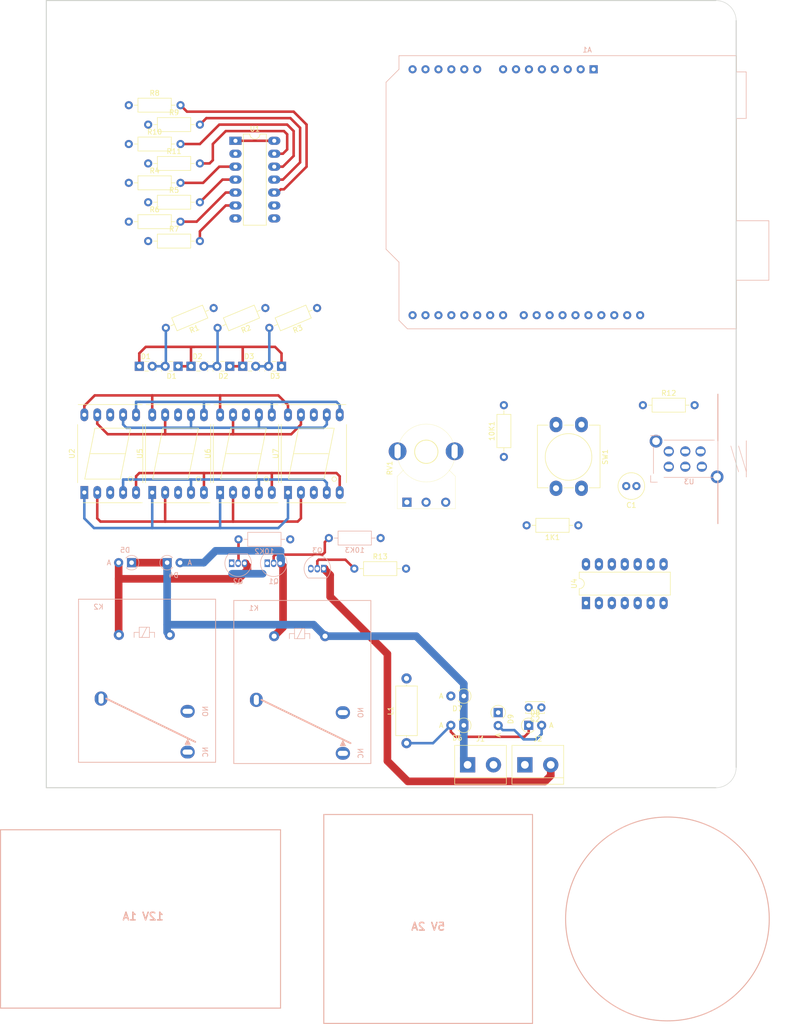
<source format=kicad_pcb>
(kicad_pcb (version 20171130) (host pcbnew "(5.0.0)")

  (general
    (thickness 1.6)
    (drawings 17)
    (tracks 202)
    (zones 0)
    (modules 49)
    (nets 35)
  )

  (page A4 portrait)
  (layers
    (0 F.Cu signal)
    (31 B.Cu signal)
    (32 B.Adhes user)
    (33 F.Adhes user)
    (34 B.Paste user)
    (35 F.Paste user)
    (36 B.SilkS user)
    (37 F.SilkS user)
    (38 B.Mask user)
    (39 F.Mask user)
    (40 Dwgs.User user)
    (41 Cmts.User user)
    (42 Eco1.User user)
    (43 Eco2.User user)
    (44 Edge.Cuts user)
    (45 Margin user)
    (46 B.CrtYd user)
    (47 F.CrtYd user)
    (48 B.Fab user)
    (49 F.Fab user)
  )

  (setup
    (last_trace_width 1.5)
    (user_trace_width 0.5)
    (user_trace_width 1)
    (user_trace_width 1.5)
    (trace_clearance 0.2)
    (zone_clearance 0.508)
    (zone_45_only no)
    (trace_min 0.2)
    (segment_width 0.2)
    (edge_width 0.1)
    (via_size 0.8)
    (via_drill 0.4)
    (via_min_size 0.4)
    (via_min_drill 0.3)
    (uvia_size 0.3)
    (uvia_drill 0.1)
    (uvias_allowed no)
    (uvia_min_size 0.2)
    (uvia_min_drill 0.1)
    (pcb_text_width 0.3)
    (pcb_text_size 1.5 1.5)
    (mod_edge_width 0.15)
    (mod_text_size 1 1)
    (mod_text_width 0.15)
    (pad_size 1.5 1.5)
    (pad_drill 0.6)
    (pad_to_mask_clearance 0)
    (aux_axis_origin 0 0)
    (visible_elements 7FFFFFFF)
    (pcbplotparams
      (layerselection 0x010fc_ffffffff)
      (usegerberextensions false)
      (usegerberattributes false)
      (usegerberadvancedattributes false)
      (creategerberjobfile false)
      (excludeedgelayer true)
      (linewidth 0.100000)
      (plotframeref false)
      (viasonmask false)
      (mode 1)
      (useauxorigin false)
      (hpglpennumber 1)
      (hpglpenspeed 20)
      (hpglpendiameter 15.000000)
      (psnegative false)
      (psa4output false)
      (plotreference true)
      (plotvalue true)
      (plotinvisibletext false)
      (padsonsilk false)
      (subtractmaskfromsilk false)
      (outputformat 1)
      (mirror false)
      (drillshape 1)
      (scaleselection 1)
      (outputdirectory ""))
  )

  (net 0 "")
  (net 1 GND)
  (net 2 "Net-(D1-Pad2)")
  (net 3 "Net-(D2-Pad2)")
  (net 4 "Net-(D3-Pad2)")
  (net 5 +12V)
  (net 6 "Net-(R4-Pad2)")
  (net 7 "Net-(R5-Pad2)")
  (net 8 "Net-(R6-Pad2)")
  (net 9 "Net-(R7-Pad2)")
  (net 10 "Net-(R8-Pad2)")
  (net 11 "Net-(R9-Pad2)")
  (net 12 "Net-(R10-Pad2)")
  (net 13 "Net-(R11-Pad2)")
  (net 14 +5V)
  (net 15 /A0)
  (net 16 /A1)
  (net 17 /A2)
  (net 18 /A3)
  (net 19 /A4)
  (net 20 /A5)
  (net 21 /A6)
  (net 22 /A7)
  (net 23 "Net-(R12-Pad2)")
  (net 24 "Net-(10K1-Pad2)")
  (net 25 "Net-(10K2-Pad1)")
  (net 26 "Net-(10K3-Pad1)")
  (net 27 "Net-(1K1-Pad2)")
  (net 28 "Net-(D4-Pad2)")
  (net 29 "Net-(D5-Pad2)")
  (net 30 "Net-(Q3-Pad2)")
  (net 31 "Net-(A1-Pad14)")
  (net 32 "Net-(D6-Pad2)")
  (net 33 "Net-(D7-Pad2)")
  (net 34 "Net-(J1-Pad2)")

  (net_class Default "This is the default net class."
    (clearance 0.2)
    (trace_width 0.25)
    (via_dia 0.8)
    (via_drill 0.4)
    (uvia_dia 0.3)
    (uvia_drill 0.1)
    (add_net +12V)
    (add_net +5V)
    (add_net /A0)
    (add_net /A1)
    (add_net /A2)
    (add_net /A3)
    (add_net /A4)
    (add_net /A5)
    (add_net /A6)
    (add_net /A7)
    (add_net GND)
    (add_net "Net-(10K1-Pad2)")
    (add_net "Net-(10K2-Pad1)")
    (add_net "Net-(10K3-Pad1)")
    (add_net "Net-(1K1-Pad2)")
    (add_net "Net-(A1-Pad14)")
    (add_net "Net-(D1-Pad2)")
    (add_net "Net-(D2-Pad2)")
    (add_net "Net-(D3-Pad2)")
    (add_net "Net-(D4-Pad2)")
    (add_net "Net-(D5-Pad2)")
    (add_net "Net-(D6-Pad2)")
    (add_net "Net-(D7-Pad2)")
    (add_net "Net-(J1-Pad2)")
    (add_net "Net-(Q3-Pad2)")
    (add_net "Net-(R10-Pad2)")
    (add_net "Net-(R11-Pad2)")
    (add_net "Net-(R12-Pad2)")
    (add_net "Net-(R4-Pad2)")
    (add_net "Net-(R5-Pad2)")
    (add_net "Net-(R6-Pad2)")
    (add_net "Net-(R7-Pad2)")
    (add_net "Net-(R8-Pad2)")
    (add_net "Net-(R9-Pad2)")
  )

  (module Package_DIP:DIP-14_W7.62mm_LongPads (layer F.Cu) (tedit 5A02E8C5) (tstamp 5DEEC644)
    (at 155 144.25 90)
    (descr "14-lead though-hole mounted DIP package, row spacing 7.62 mm (300 mils), LongPads")
    (tags "THT DIP DIL PDIP 2.54mm 7.62mm 300mil LongPads")
    (path /5DA8142A)
    (fp_text reference U4 (at 3.81 -2.33 90) (layer F.SilkS)
      (effects (font (size 1 1) (thickness 0.15)))
    )
    (fp_text value 7414 (at 3.81 17.57 90) (layer F.Fab)
      (effects (font (size 1 1) (thickness 0.15)))
    )
    (fp_text user %R (at 3.81 7.62 90) (layer F.Fab)
      (effects (font (size 1 1) (thickness 0.15)))
    )
    (fp_line (start 9.1 -1.55) (end -1.45 -1.55) (layer F.CrtYd) (width 0.05))
    (fp_line (start 9.1 16.8) (end 9.1 -1.55) (layer F.CrtYd) (width 0.05))
    (fp_line (start -1.45 16.8) (end 9.1 16.8) (layer F.CrtYd) (width 0.05))
    (fp_line (start -1.45 -1.55) (end -1.45 16.8) (layer F.CrtYd) (width 0.05))
    (fp_line (start 6.06 -1.33) (end 4.81 -1.33) (layer F.SilkS) (width 0.12))
    (fp_line (start 6.06 16.57) (end 6.06 -1.33) (layer F.SilkS) (width 0.12))
    (fp_line (start 1.56 16.57) (end 6.06 16.57) (layer F.SilkS) (width 0.12))
    (fp_line (start 1.56 -1.33) (end 1.56 16.57) (layer F.SilkS) (width 0.12))
    (fp_line (start 2.81 -1.33) (end 1.56 -1.33) (layer F.SilkS) (width 0.12))
    (fp_line (start 0.635 -0.27) (end 1.635 -1.27) (layer F.Fab) (width 0.1))
    (fp_line (start 0.635 16.51) (end 0.635 -0.27) (layer F.Fab) (width 0.1))
    (fp_line (start 6.985 16.51) (end 0.635 16.51) (layer F.Fab) (width 0.1))
    (fp_line (start 6.985 -1.27) (end 6.985 16.51) (layer F.Fab) (width 0.1))
    (fp_line (start 1.635 -1.27) (end 6.985 -1.27) (layer F.Fab) (width 0.1))
    (fp_arc (start 3.81 -1.33) (end 2.81 -1.33) (angle -180) (layer F.SilkS) (width 0.12))
    (pad 14 thru_hole oval (at 7.62 0 90) (size 2.4 1.6) (drill 0.8) (layers *.Cu *.Mask)
      (net 14 +5V))
    (pad 7 thru_hole oval (at 0 15.24 90) (size 2.4 1.6) (drill 0.8) (layers *.Cu *.Mask)
      (net 1 GND))
    (pad 13 thru_hole oval (at 7.62 2.54 90) (size 2.4 1.6) (drill 0.8) (layers *.Cu *.Mask))
    (pad 6 thru_hole oval (at 0 12.7 90) (size 2.4 1.6) (drill 0.8) (layers *.Cu *.Mask))
    (pad 12 thru_hole oval (at 7.62 5.08 90) (size 2.4 1.6) (drill 0.8) (layers *.Cu *.Mask))
    (pad 5 thru_hole oval (at 0 10.16 90) (size 2.4 1.6) (drill 0.8) (layers *.Cu *.Mask))
    (pad 11 thru_hole oval (at 7.62 7.62 90) (size 2.4 1.6) (drill 0.8) (layers *.Cu *.Mask))
    (pad 4 thru_hole oval (at 0 7.62 90) (size 2.4 1.6) (drill 0.8) (layers *.Cu *.Mask))
    (pad 10 thru_hole oval (at 7.62 10.16 90) (size 2.4 1.6) (drill 0.8) (layers *.Cu *.Mask))
    (pad 3 thru_hole oval (at 0 5.08 90) (size 2.4 1.6) (drill 0.8) (layers *.Cu *.Mask))
    (pad 9 thru_hole oval (at 7.62 12.7 90) (size 2.4 1.6) (drill 0.8) (layers *.Cu *.Mask))
    (pad 2 thru_hole oval (at 0 2.54 90) (size 2.4 1.6) (drill 0.8) (layers *.Cu *.Mask))
    (pad 8 thru_hole oval (at 7.62 15.24 90) (size 2.4 1.6) (drill 0.8) (layers *.Cu *.Mask))
    (pad 1 thru_hole rect (at 0 0 90) (size 2.4 1.6) (drill 0.8) (layers *.Cu *.Mask)
      (net 27 "Net-(1K1-Pad2)"))
    (model ${KISYS3DMOD}/Package_DIP.3dshapes/DIP-14_W7.62mm.wrl
      (at (xyz 0 0 0))
      (scale (xyz 1 1 1))
      (rotate (xyz 0 0 0))
    )
  )

  (module Display_7Segment:7SegmentLED_LTS6760_LTS6780 (layer F.Cu) (tedit 5D86971C) (tstamp 5DAC2288)
    (at 96.47 122.55 90)
    (descr "7-Segment Display, LTS67x0, http://optoelectronics.liteon.com/upload/download/DS30-2001-355/S6760jd.pdf")
    (tags "7Segment LED LTS6760 LTS6780")
    (path /5DCB301D)
    (fp_text reference U7 (at 7.62 -2.42 90) (layer F.SilkS)
      (effects (font (size 1 1) (thickness 0.15)))
    )
    (fp_text value KCSA02-107 (at 7.62 12.58 90) (layer F.Fab)
      (effects (font (size 1 1) (thickness 0.15)))
    )
    (fp_line (start 1.905 -1.33) (end 13.335 -1.33) (layer F.SilkS) (width 0.12))
    (fp_line (start 1.905 11.49) (end 13.335 11.49) (layer F.SilkS) (width 0.12))
    (fp_line (start -2.015 -0.22) (end -2.015 11.38) (layer F.SilkS) (width 0.12))
    (fp_line (start 17.255 11.38) (end 17.255 -1.22) (layer F.SilkS) (width 0.12))
    (fp_line (start -2.16 -1.47) (end -2.16 11.63) (layer F.CrtYd) (width 0.05))
    (fp_line (start 17.4 -1.47) (end 17.4 11.63) (layer F.CrtYd) (width 0.05))
    (fp_line (start -2.16 -1.47) (end 17.4 -1.47) (layer F.CrtYd) (width 0.05))
    (fp_line (start -2.16 11.63) (end 17.4 11.63) (layer F.CrtYd) (width 0.05))
    (fp_line (start -0.905 -1.22) (end -1.905 -0.22) (layer F.Fab) (width 0.1))
    (fp_line (start 17.145 11.38) (end 17.145 -1.22) (layer F.Fab) (width 0.1))
    (fp_line (start -1.905 -0.22) (end -1.905 11.38) (layer F.Fab) (width 0.1))
    (fp_line (start -1.905 11.38) (end 17.145 11.38) (layer F.Fab) (width 0.1))
    (fp_text user %R (at 7.87 5.08 90) (layer F.Fab)
      (effects (font (size 1 1) (thickness 0.15)))
    )
    (fp_line (start 12.62 2.08) (end 7.62 1.08) (layer F.SilkS) (width 0.12))
    (fp_line (start 7.62 1.08) (end 2.62 0.08) (layer F.SilkS) (width 0.12))
    (fp_line (start 2.62 0.08) (end 2.62 7.08) (layer F.SilkS) (width 0.12))
    (fp_line (start 2.62 7.08) (end 7.62 8.08) (layer F.SilkS) (width 0.12))
    (fp_line (start 12.62 9.08) (end 7.62 8.08) (layer F.SilkS) (width 0.12))
    (fp_line (start 7.62 8.08) (end 7.62 1.08) (layer F.SilkS) (width 0.12))
    (fp_line (start 12.62 2.08) (end 12.62 9.08) (layer F.SilkS) (width 0.12))
    (fp_circle (center 2.62 9.08) (end 3.067214 9.08) (layer F.SilkS) (width 0.12))
    (fp_line (start -0.905 -1.22) (end 17.145 -1.22) (layer F.Fab) (width 0.1))
    (pad 1 thru_hole rect (at 0 0) (size 1.524 2.524) (drill 0.8) (layers *.Cu *.Mask)
      (net 19 /A4))
    (pad 2 thru_hole oval (at 0 2.54) (size 1.524 2.524) (drill 0.8) (layers *.Cu *.Mask)
      (net 18 /A3))
    (pad 3 thru_hole oval (at 0 5.08) (size 1.524 2.524) (drill 0.8) (layers *.Cu *.Mask))
    (pad 4 thru_hole oval (at 0 7.62) (size 1.524 2.524) (drill 0.8) (layers *.Cu *.Mask)
      (net 17 /A2))
    (pad 5 thru_hole oval (at 0 10.16) (size 1.524 2.524) (drill 0.8) (layers *.Cu *.Mask)
      (net 22 /A7))
    (pad 6 thru_hole oval (at 15.24 10.16) (size 1.524 2.524) (drill 0.8) (layers *.Cu *.Mask)
      (net 16 /A1))
    (pad 7 thru_hole oval (at 15.24 7.62) (size 1.524 2.524) (drill 0.8) (layers *.Cu *.Mask)
      (net 15 /A0))
    (pad 8 thru_hole oval (at 15.24 5.08) (size 1.524 2.524) (drill 0.8) (layers *.Cu *.Mask))
    (pad 9 thru_hole oval (at 15.24 2.54) (size 1.524 2.524) (drill 0.8) (layers *.Cu *.Mask)
      (net 20 /A5))
    (pad 10 thru_hole oval (at 15.24 0) (size 1.524 2.524) (drill 0.8) (layers *.Cu *.Mask)
      (net 21 /A6))
    (model ${KISYS3DMOD}/Display_7Segment.3dshapes/7SegmentLED_LTS6760_LTS6780.wrl
      (at (xyz 0 0 0))
      (scale (xyz 1 1 1))
      (rotate (xyz 0 0 0))
    )
  )

  (module Resistor_THT:R_Axial_DIN0207_L6.3mm_D2.5mm_P10.16mm_Horizontal (layer F.Cu) (tedit 5AE5139B) (tstamp 5D97EF06)
    (at 92.025 86.355 202.5)
    (descr "Resistor, Axial_DIN0207 series, Axial, Horizontal, pin pitch=10.16mm, 0.25W = 1/4W, length*diameter=6.3*2.5mm^2, http://cdn-reichelt.de/documents/datenblatt/B400/1_4W%23YAG.pdf")
    (tags "Resistor Axial_DIN0207 series Axial Horizontal pin pitch 10.16mm 0.25W = 1/4W length 6.3mm diameter 2.5mm")
    (path /5D917E46)
    (fp_text reference R2 (at 5.08 -2.37 202.5) (layer F.SilkS)
      (effects (font (size 1 1) (thickness 0.15)))
    )
    (fp_text value R (at 5.08 2.37 202.5) (layer F.Fab)
      (effects (font (size 1 1) (thickness 0.15)))
    )
    (fp_text user %R (at 5.08 0 202.5) (layer F.Fab)
      (effects (font (size 1 1) (thickness 0.15)))
    )
    (fp_line (start 11.21 -1.5) (end -1.05 -1.5) (layer F.CrtYd) (width 0.05))
    (fp_line (start 11.21 1.5) (end 11.21 -1.5) (layer F.CrtYd) (width 0.05))
    (fp_line (start -1.05 1.5) (end 11.21 1.5) (layer F.CrtYd) (width 0.05))
    (fp_line (start -1.05 -1.5) (end -1.05 1.5) (layer F.CrtYd) (width 0.05))
    (fp_line (start 9.12 0) (end 8.35 0) (layer F.SilkS) (width 0.12))
    (fp_line (start 1.04 0) (end 1.81 0) (layer F.SilkS) (width 0.12))
    (fp_line (start 8.35 -1.37) (end 1.81 -1.37) (layer F.SilkS) (width 0.12))
    (fp_line (start 8.35 1.37) (end 8.35 -1.37) (layer F.SilkS) (width 0.12))
    (fp_line (start 1.81 1.37) (end 8.35 1.37) (layer F.SilkS) (width 0.12))
    (fp_line (start 1.81 -1.37) (end 1.81 1.37) (layer F.SilkS) (width 0.12))
    (fp_line (start 10.16 0) (end 8.23 0) (layer F.Fab) (width 0.1))
    (fp_line (start 0 0) (end 1.93 0) (layer F.Fab) (width 0.1))
    (fp_line (start 8.23 -1.25) (end 1.93 -1.25) (layer F.Fab) (width 0.1))
    (fp_line (start 8.23 1.25) (end 8.23 -1.25) (layer F.Fab) (width 0.1))
    (fp_line (start 1.93 1.25) (end 8.23 1.25) (layer F.Fab) (width 0.1))
    (fp_line (start 1.93 -1.25) (end 1.93 1.25) (layer F.Fab) (width 0.1))
    (pad 2 thru_hole oval (at 10.16 0 202.5) (size 1.6 1.6) (drill 0.8) (layers *.Cu *.Mask)
      (net 3 "Net-(D2-Pad2)"))
    (pad 1 thru_hole circle (at 0 0 202.5) (size 1.6 1.6) (drill 0.8) (layers *.Cu *.Mask))
    (model ${KISYS3DMOD}/Resistor_THT.3dshapes/R_Axial_DIN0207_L6.3mm_D2.5mm_P10.16mm_Horizontal.wrl
      (at (xyz 0 0 0))
      (scale (xyz 1 1 1))
      (rotate (xyz 0 0 0))
    )
  )

  (module Resistor_THT:R_Axial_DIN0207_L6.3mm_D2.5mm_P10.16mm_Horizontal (layer F.Cu) (tedit 5AE5139B) (tstamp 5DAC7461)
    (at 81.865 86.355 202.5)
    (descr "Resistor, Axial_DIN0207 series, Axial, Horizontal, pin pitch=10.16mm, 0.25W = 1/4W, length*diameter=6.3*2.5mm^2, http://cdn-reichelt.de/documents/datenblatt/B400/1_4W%23YAG.pdf")
    (tags "Resistor Axial_DIN0207 series Axial Horizontal pin pitch 10.16mm 0.25W = 1/4W length 6.3mm diameter 2.5mm")
    (path /5D917D65)
    (fp_text reference R1 (at 5.08 -2.37 202.5) (layer F.SilkS)
      (effects (font (size 1 1) (thickness 0.15)))
    )
    (fp_text value R (at 5.08 2.37 202.5) (layer F.Fab)
      (effects (font (size 1 1) (thickness 0.15)))
    )
    (fp_text user %R (at 5.08 0 202.5) (layer F.Fab)
      (effects (font (size 1 1) (thickness 0.15)))
    )
    (fp_line (start 11.21 -1.5) (end -1.05 -1.5) (layer F.CrtYd) (width 0.05))
    (fp_line (start 11.21 1.5) (end 11.21 -1.5) (layer F.CrtYd) (width 0.05))
    (fp_line (start -1.05 1.5) (end 11.21 1.5) (layer F.CrtYd) (width 0.05))
    (fp_line (start -1.05 -1.5) (end -1.05 1.5) (layer F.CrtYd) (width 0.05))
    (fp_line (start 9.12 0) (end 8.35 0) (layer F.SilkS) (width 0.12))
    (fp_line (start 1.04 0) (end 1.81 0) (layer F.SilkS) (width 0.12))
    (fp_line (start 8.35 -1.37) (end 1.81 -1.37) (layer F.SilkS) (width 0.12))
    (fp_line (start 8.35 1.37) (end 8.35 -1.37) (layer F.SilkS) (width 0.12))
    (fp_line (start 1.81 1.37) (end 8.35 1.37) (layer F.SilkS) (width 0.12))
    (fp_line (start 1.81 -1.37) (end 1.81 1.37) (layer F.SilkS) (width 0.12))
    (fp_line (start 10.16 0) (end 8.23 0) (layer F.Fab) (width 0.1))
    (fp_line (start 0 0) (end 1.93 0) (layer F.Fab) (width 0.1))
    (fp_line (start 8.23 -1.25) (end 1.93 -1.25) (layer F.Fab) (width 0.1))
    (fp_line (start 8.23 1.25) (end 8.23 -1.25) (layer F.Fab) (width 0.1))
    (fp_line (start 1.93 1.25) (end 8.23 1.25) (layer F.Fab) (width 0.1))
    (fp_line (start 1.93 -1.25) (end 1.93 1.25) (layer F.Fab) (width 0.1))
    (pad 2 thru_hole oval (at 10.16 0 202.5) (size 1.6 1.6) (drill 0.8) (layers *.Cu *.Mask)
      (net 2 "Net-(D1-Pad2)"))
    (pad 1 thru_hole circle (at 0 0 202.5) (size 1.6 1.6) (drill 0.8) (layers *.Cu *.Mask))
    (model ${KISYS3DMOD}/Resistor_THT.3dshapes/R_Axial_DIN0207_L6.3mm_D2.5mm_P10.16mm_Horizontal.wrl
      (at (xyz 0 0 0))
      (scale (xyz 1 1 1))
      (rotate (xyz 0 0 0))
    )
  )

  (module Resistor_THT:R_Axial_DIN0207_L6.3mm_D2.5mm_P10.16mm_Horizontal (layer F.Cu) (tedit 5AE5139B) (tstamp 5D97EF1D)
    (at 102.185 86.355 202.5)
    (descr "Resistor, Axial_DIN0207 series, Axial, Horizontal, pin pitch=10.16mm, 0.25W = 1/4W, length*diameter=6.3*2.5mm^2, http://cdn-reichelt.de/documents/datenblatt/B400/1_4W%23YAG.pdf")
    (tags "Resistor Axial_DIN0207 series Axial Horizontal pin pitch 10.16mm 0.25W = 1/4W length 6.3mm diameter 2.5mm")
    (path /5D917E8C)
    (fp_text reference R3 (at 5.08 -2.37 202.5) (layer F.SilkS)
      (effects (font (size 1 1) (thickness 0.15)))
    )
    (fp_text value R (at 5.08 2.37 202.5) (layer F.Fab)
      (effects (font (size 1 1) (thickness 0.15)))
    )
    (fp_text user %R (at 5.08 0 202.5) (layer F.Fab)
      (effects (font (size 1 1) (thickness 0.15)))
    )
    (fp_line (start 11.21 -1.5) (end -1.05 -1.5) (layer F.CrtYd) (width 0.05))
    (fp_line (start 11.21 1.5) (end 11.21 -1.5) (layer F.CrtYd) (width 0.05))
    (fp_line (start -1.05 1.5) (end 11.21 1.5) (layer F.CrtYd) (width 0.05))
    (fp_line (start -1.05 -1.5) (end -1.05 1.5) (layer F.CrtYd) (width 0.05))
    (fp_line (start 9.12 0) (end 8.35 0) (layer F.SilkS) (width 0.12))
    (fp_line (start 1.04 0) (end 1.81 0) (layer F.SilkS) (width 0.12))
    (fp_line (start 8.35 -1.37) (end 1.81 -1.37) (layer F.SilkS) (width 0.12))
    (fp_line (start 8.35 1.37) (end 8.35 -1.37) (layer F.SilkS) (width 0.12))
    (fp_line (start 1.81 1.37) (end 8.35 1.37) (layer F.SilkS) (width 0.12))
    (fp_line (start 1.81 -1.37) (end 1.81 1.37) (layer F.SilkS) (width 0.12))
    (fp_line (start 10.16 0) (end 8.23 0) (layer F.Fab) (width 0.1))
    (fp_line (start 0 0) (end 1.93 0) (layer F.Fab) (width 0.1))
    (fp_line (start 8.23 -1.25) (end 1.93 -1.25) (layer F.Fab) (width 0.1))
    (fp_line (start 8.23 1.25) (end 8.23 -1.25) (layer F.Fab) (width 0.1))
    (fp_line (start 1.93 1.25) (end 8.23 1.25) (layer F.Fab) (width 0.1))
    (fp_line (start 1.93 -1.25) (end 1.93 1.25) (layer F.Fab) (width 0.1))
    (pad 2 thru_hole oval (at 10.16 0 202.5) (size 1.6 1.6) (drill 0.8) (layers *.Cu *.Mask)
      (net 4 "Net-(D3-Pad2)"))
    (pad 1 thru_hole circle (at 0 0 202.5) (size 1.6 1.6) (drill 0.8) (layers *.Cu *.Mask))
    (model ${KISYS3DMOD}/Resistor_THT.3dshapes/R_Axial_DIN0207_L6.3mm_D2.5mm_P10.16mm_Horizontal.wrl
      (at (xyz 0 0 0))
      (scale (xyz 1 1 1))
      (rotate (xyz 0 0 0))
    )
  )

  (module LED_THT:LED_Rectangular_W3.9mm_H1.8mm (layer F.Cu) (tedit 587A3A7B) (tstamp 5D985460)
    (at 74.88 97.785 180)
    (descr "LED_Rectangular, Rectangular,  Rectangular size 3.9x1.8mm^2, 2 pins, http://www.kingbright.com/attachments/file/psearch/000/00/00/L-2774GD(Ver.7B).pdf")
    (tags "LED_Rectangular Rectangular  Rectangular size 3.9x1.8mm^2 2 pins")
    (path /5D917BBD)
    (fp_text reference D1 (at 1.27 -1.935 180) (layer F.SilkS)
      (effects (font (size 1 1) (thickness 0.15)))
    )
    (fp_text value onLED (at 1.27 1.935 180) (layer F.Fab)
      (effects (font (size 1 1) (thickness 0.15)))
    )
    (fp_line (start 3.7 -1.2) (end -1.15 -1.2) (layer F.CrtYd) (width 0.05))
    (fp_line (start 3.7 1.2) (end 3.7 -1.2) (layer F.CrtYd) (width 0.05))
    (fp_line (start -1.15 1.2) (end 3.7 1.2) (layer F.CrtYd) (width 0.05))
    (fp_line (start -1.15 -1.2) (end -1.15 1.2) (layer F.CrtYd) (width 0.05))
    (fp_line (start 3.28 0.825) (end 3.28 0.935) (layer F.SilkS) (width 0.12))
    (fp_line (start 3.28 -0.935) (end 3.28 -0.825) (layer F.SilkS) (width 0.12))
    (fp_line (start 3.27 0.935) (end 3.28 0.935) (layer F.SilkS) (width 0.12))
    (fp_line (start 1.08 0.935) (end 1.811 0.935) (layer F.SilkS) (width 0.12))
    (fp_line (start 3.27 -0.935) (end 3.28 -0.935) (layer F.SilkS) (width 0.12))
    (fp_line (start 1.08 -0.935) (end 1.811 -0.935) (layer F.SilkS) (width 0.12))
    (fp_line (start 3.22 -0.875) (end -0.68 -0.875) (layer F.Fab) (width 0.1))
    (fp_line (start 3.22 0.875) (end 3.22 -0.875) (layer F.Fab) (width 0.1))
    (fp_line (start -0.68 0.875) (end 3.22 0.875) (layer F.Fab) (width 0.1))
    (fp_line (start -0.68 -0.875) (end -0.68 0.875) (layer F.Fab) (width 0.1))
    (pad 2 thru_hole circle (at 2.54 0 180) (size 1.8 1.8) (drill 0.9) (layers *.Cu *.Mask)
      (net 2 "Net-(D1-Pad2)"))
    (pad 1 thru_hole rect (at 0 0 180) (size 1.8 1.8) (drill 0.9) (layers *.Cu *.Mask)
      (net 1 GND))
    (model ${KISYS3DMOD}/LED_THT.3dshapes/LED_Rectangular_W3.9mm_H1.8mm.wrl
      (at (xyz 0 0 0))
      (scale (xyz 1 1 1))
      (rotate (xyz 0 0 0))
    )
  )

  (module LED_THT:LED_Rectangular_W3.9mm_H1.8mm (layer F.Cu) (tedit 587A3A7B) (tstamp 5D985B33)
    (at 95.2 97.785 180)
    (descr "LED_Rectangular, Rectangular,  Rectangular size 3.9x1.8mm^2, 2 pins, http://www.kingbright.com/attachments/file/psearch/000/00/00/L-2774GD(Ver.7B).pdf")
    (tags "LED_Rectangular Rectangular  Rectangular size 3.9x1.8mm^2 2 pins")
    (path /5D917C89)
    (fp_text reference D3 (at 1.27 -1.935 180) (layer F.SilkS)
      (effects (font (size 1 1) (thickness 0.15)))
    )
    (fp_text value otherLED (at 1.27 1.935 180) (layer F.Fab)
      (effects (font (size 1 1) (thickness 0.15)))
    )
    (fp_line (start 3.7 -1.2) (end -1.15 -1.2) (layer F.CrtYd) (width 0.05))
    (fp_line (start 3.7 1.2) (end 3.7 -1.2) (layer F.CrtYd) (width 0.05))
    (fp_line (start -1.15 1.2) (end 3.7 1.2) (layer F.CrtYd) (width 0.05))
    (fp_line (start -1.15 -1.2) (end -1.15 1.2) (layer F.CrtYd) (width 0.05))
    (fp_line (start 3.28 0.825) (end 3.28 0.935) (layer F.SilkS) (width 0.12))
    (fp_line (start 3.28 -0.935) (end 3.28 -0.825) (layer F.SilkS) (width 0.12))
    (fp_line (start 3.27 0.935) (end 3.28 0.935) (layer F.SilkS) (width 0.12))
    (fp_line (start 1.08 0.935) (end 1.811 0.935) (layer F.SilkS) (width 0.12))
    (fp_line (start 3.27 -0.935) (end 3.28 -0.935) (layer F.SilkS) (width 0.12))
    (fp_line (start 1.08 -0.935) (end 1.811 -0.935) (layer F.SilkS) (width 0.12))
    (fp_line (start 3.22 -0.875) (end -0.68 -0.875) (layer F.Fab) (width 0.1))
    (fp_line (start 3.22 0.875) (end 3.22 -0.875) (layer F.Fab) (width 0.1))
    (fp_line (start -0.68 0.875) (end 3.22 0.875) (layer F.Fab) (width 0.1))
    (fp_line (start -0.68 -0.875) (end -0.68 0.875) (layer F.Fab) (width 0.1))
    (pad 2 thru_hole circle (at 2.54 0 180) (size 1.8 1.8) (drill 0.9) (layers *.Cu *.Mask)
      (net 4 "Net-(D3-Pad2)"))
    (pad 1 thru_hole rect (at 0 0 180) (size 1.8 1.8) (drill 0.9) (layers *.Cu *.Mask)
      (net 1 GND))
    (model ${KISYS3DMOD}/LED_THT.3dshapes/LED_Rectangular_W3.9mm_H1.8mm.wrl
      (at (xyz 0 0 0))
      (scale (xyz 1 1 1))
      (rotate (xyz 0 0 0))
    )
  )

  (module LED_THT:LED_Rectangular_W3.9mm_H1.8mm (layer F.Cu) (tedit 587A3A7B) (tstamp 5D9856CA)
    (at 85.04 97.785 180)
    (descr "LED_Rectangular, Rectangular,  Rectangular size 3.9x1.8mm^2, 2 pins, http://www.kingbright.com/attachments/file/psearch/000/00/00/L-2774GD(Ver.7B).pdf")
    (tags "LED_Rectangular Rectangular  Rectangular size 3.9x1.8mm^2 2 pins")
    (path /5D917C49)
    (fp_text reference D2 (at 1.27 -1.935 180) (layer F.SilkS)
      (effects (font (size 1 1) (thickness 0.15)))
    )
    (fp_text value offLED (at 1.27 1.935 180) (layer F.Fab)
      (effects (font (size 1 1) (thickness 0.15)))
    )
    (fp_line (start 3.7 -1.2) (end -1.15 -1.2) (layer F.CrtYd) (width 0.05))
    (fp_line (start 3.7 1.2) (end 3.7 -1.2) (layer F.CrtYd) (width 0.05))
    (fp_line (start -1.15 1.2) (end 3.7 1.2) (layer F.CrtYd) (width 0.05))
    (fp_line (start -1.15 -1.2) (end -1.15 1.2) (layer F.CrtYd) (width 0.05))
    (fp_line (start 3.28 0.825) (end 3.28 0.935) (layer F.SilkS) (width 0.12))
    (fp_line (start 3.28 -0.935) (end 3.28 -0.825) (layer F.SilkS) (width 0.12))
    (fp_line (start 3.27 0.935) (end 3.28 0.935) (layer F.SilkS) (width 0.12))
    (fp_line (start 1.08 0.935) (end 1.811 0.935) (layer F.SilkS) (width 0.12))
    (fp_line (start 3.27 -0.935) (end 3.28 -0.935) (layer F.SilkS) (width 0.12))
    (fp_line (start 1.08 -0.935) (end 1.811 -0.935) (layer F.SilkS) (width 0.12))
    (fp_line (start 3.22 -0.875) (end -0.68 -0.875) (layer F.Fab) (width 0.1))
    (fp_line (start 3.22 0.875) (end 3.22 -0.875) (layer F.Fab) (width 0.1))
    (fp_line (start -0.68 0.875) (end 3.22 0.875) (layer F.Fab) (width 0.1))
    (fp_line (start -0.68 -0.875) (end -0.68 0.875) (layer F.Fab) (width 0.1))
    (pad 2 thru_hole circle (at 2.54 0 180) (size 1.8 1.8) (drill 0.9) (layers *.Cu *.Mask)
      (net 3 "Net-(D2-Pad2)"))
    (pad 1 thru_hole rect (at 0 0 180) (size 1.8 1.8) (drill 0.9) (layers *.Cu *.Mask)
      (net 1 GND))
    (model ${KISYS3DMOD}/LED_THT.3dshapes/LED_Rectangular_W3.9mm_H1.8mm.wrl
      (at (xyz 0 0 0))
      (scale (xyz 1 1 1))
      (rotate (xyz 0 0 0))
    )
  )

  (module LED_THT:LED_Rectangular_W3.9mm_H1.8mm (layer F.Cu) (tedit 587A3A7B) (tstamp 5D97EE2A)
    (at 67.26 97.785)
    (descr "LED_Rectangular, Rectangular,  Rectangular size 3.9x1.8mm^2, 2 pins, http://www.kingbright.com/attachments/file/psearch/000/00/00/L-2774GD(Ver.7B).pdf")
    (tags "LED_Rectangular Rectangular  Rectangular size 3.9x1.8mm^2 2 pins")
    (path /5D917BBD)
    (fp_text reference D1 (at 1.27 -1.935) (layer F.SilkS)
      (effects (font (size 1 1) (thickness 0.15)))
    )
    (fp_text value onLED (at 1.27 1.935) (layer F.Fab)
      (effects (font (size 1 1) (thickness 0.15)))
    )
    (fp_line (start 3.7 -1.2) (end -1.15 -1.2) (layer F.CrtYd) (width 0.05))
    (fp_line (start 3.7 1.2) (end 3.7 -1.2) (layer F.CrtYd) (width 0.05))
    (fp_line (start -1.15 1.2) (end 3.7 1.2) (layer F.CrtYd) (width 0.05))
    (fp_line (start -1.15 -1.2) (end -1.15 1.2) (layer F.CrtYd) (width 0.05))
    (fp_line (start 3.28 0.825) (end 3.28 0.935) (layer F.SilkS) (width 0.12))
    (fp_line (start 3.28 -0.935) (end 3.28 -0.825) (layer F.SilkS) (width 0.12))
    (fp_line (start 3.27 0.935) (end 3.28 0.935) (layer F.SilkS) (width 0.12))
    (fp_line (start 1.08 0.935) (end 1.811 0.935) (layer F.SilkS) (width 0.12))
    (fp_line (start 3.27 -0.935) (end 3.28 -0.935) (layer F.SilkS) (width 0.12))
    (fp_line (start 1.08 -0.935) (end 1.811 -0.935) (layer F.SilkS) (width 0.12))
    (fp_line (start 3.22 -0.875) (end -0.68 -0.875) (layer F.Fab) (width 0.1))
    (fp_line (start 3.22 0.875) (end 3.22 -0.875) (layer F.Fab) (width 0.1))
    (fp_line (start -0.68 0.875) (end 3.22 0.875) (layer F.Fab) (width 0.1))
    (fp_line (start -0.68 -0.875) (end -0.68 0.875) (layer F.Fab) (width 0.1))
    (pad 2 thru_hole circle (at 2.54 0) (size 1.8 1.8) (drill 0.9) (layers *.Cu *.Mask)
      (net 2 "Net-(D1-Pad2)"))
    (pad 1 thru_hole rect (at 0 0) (size 1.8 1.8) (drill 0.9) (layers *.Cu *.Mask)
      (net 1 GND))
    (model ${KISYS3DMOD}/LED_THT.3dshapes/LED_Rectangular_W3.9mm_H1.8mm.wrl
      (at (xyz 0 0 0))
      (scale (xyz 1 1 1))
      (rotate (xyz 0 0 0))
    )
  )

  (module LED_THT:LED_Rectangular_W3.9mm_H1.8mm (layer F.Cu) (tedit 587A3A7B) (tstamp 5D97EE3E)
    (at 77.42 97.785)
    (descr "LED_Rectangular, Rectangular,  Rectangular size 3.9x1.8mm^2, 2 pins, http://www.kingbright.com/attachments/file/psearch/000/00/00/L-2774GD(Ver.7B).pdf")
    (tags "LED_Rectangular Rectangular  Rectangular size 3.9x1.8mm^2 2 pins")
    (path /5D917C49)
    (fp_text reference D2 (at 1.27 -1.935) (layer F.SilkS)
      (effects (font (size 1 1) (thickness 0.15)))
    )
    (fp_text value offLED (at 1.27 1.935) (layer F.Fab)
      (effects (font (size 1 1) (thickness 0.15)))
    )
    (fp_line (start 3.7 -1.2) (end -1.15 -1.2) (layer F.CrtYd) (width 0.05))
    (fp_line (start 3.7 1.2) (end 3.7 -1.2) (layer F.CrtYd) (width 0.05))
    (fp_line (start -1.15 1.2) (end 3.7 1.2) (layer F.CrtYd) (width 0.05))
    (fp_line (start -1.15 -1.2) (end -1.15 1.2) (layer F.CrtYd) (width 0.05))
    (fp_line (start 3.28 0.825) (end 3.28 0.935) (layer F.SilkS) (width 0.12))
    (fp_line (start 3.28 -0.935) (end 3.28 -0.825) (layer F.SilkS) (width 0.12))
    (fp_line (start 3.27 0.935) (end 3.28 0.935) (layer F.SilkS) (width 0.12))
    (fp_line (start 1.08 0.935) (end 1.811 0.935) (layer F.SilkS) (width 0.12))
    (fp_line (start 3.27 -0.935) (end 3.28 -0.935) (layer F.SilkS) (width 0.12))
    (fp_line (start 1.08 -0.935) (end 1.811 -0.935) (layer F.SilkS) (width 0.12))
    (fp_line (start 3.22 -0.875) (end -0.68 -0.875) (layer F.Fab) (width 0.1))
    (fp_line (start 3.22 0.875) (end 3.22 -0.875) (layer F.Fab) (width 0.1))
    (fp_line (start -0.68 0.875) (end 3.22 0.875) (layer F.Fab) (width 0.1))
    (fp_line (start -0.68 -0.875) (end -0.68 0.875) (layer F.Fab) (width 0.1))
    (pad 2 thru_hole circle (at 2.54 0) (size 1.8 1.8) (drill 0.9) (layers *.Cu *.Mask)
      (net 3 "Net-(D2-Pad2)"))
    (pad 1 thru_hole rect (at 0 0) (size 1.8 1.8) (drill 0.9) (layers *.Cu *.Mask)
      (net 1 GND))
    (model ${KISYS3DMOD}/LED_THT.3dshapes/LED_Rectangular_W3.9mm_H1.8mm.wrl
      (at (xyz 0 0 0))
      (scale (xyz 1 1 1))
      (rotate (xyz 0 0 0))
    )
  )

  (module LED_THT:LED_Rectangular_W3.9mm_H1.8mm (layer F.Cu) (tedit 587A3A7B) (tstamp 5D97EE52)
    (at 87.58 97.785)
    (descr "LED_Rectangular, Rectangular,  Rectangular size 3.9x1.8mm^2, 2 pins, http://www.kingbright.com/attachments/file/psearch/000/00/00/L-2774GD(Ver.7B).pdf")
    (tags "LED_Rectangular Rectangular  Rectangular size 3.9x1.8mm^2 2 pins")
    (path /5D917C89)
    (fp_text reference D3 (at 1.27 -1.935) (layer F.SilkS)
      (effects (font (size 1 1) (thickness 0.15)))
    )
    (fp_text value otherLED (at 1.27 1.935) (layer F.Fab)
      (effects (font (size 1 1) (thickness 0.15)))
    )
    (fp_line (start 3.7 -1.2) (end -1.15 -1.2) (layer F.CrtYd) (width 0.05))
    (fp_line (start 3.7 1.2) (end 3.7 -1.2) (layer F.CrtYd) (width 0.05))
    (fp_line (start -1.15 1.2) (end 3.7 1.2) (layer F.CrtYd) (width 0.05))
    (fp_line (start -1.15 -1.2) (end -1.15 1.2) (layer F.CrtYd) (width 0.05))
    (fp_line (start 3.28 0.825) (end 3.28 0.935) (layer F.SilkS) (width 0.12))
    (fp_line (start 3.28 -0.935) (end 3.28 -0.825) (layer F.SilkS) (width 0.12))
    (fp_line (start 3.27 0.935) (end 3.28 0.935) (layer F.SilkS) (width 0.12))
    (fp_line (start 1.08 0.935) (end 1.811 0.935) (layer F.SilkS) (width 0.12))
    (fp_line (start 3.27 -0.935) (end 3.28 -0.935) (layer F.SilkS) (width 0.12))
    (fp_line (start 1.08 -0.935) (end 1.811 -0.935) (layer F.SilkS) (width 0.12))
    (fp_line (start 3.22 -0.875) (end -0.68 -0.875) (layer F.Fab) (width 0.1))
    (fp_line (start 3.22 0.875) (end 3.22 -0.875) (layer F.Fab) (width 0.1))
    (fp_line (start -0.68 0.875) (end 3.22 0.875) (layer F.Fab) (width 0.1))
    (fp_line (start -0.68 -0.875) (end -0.68 0.875) (layer F.Fab) (width 0.1))
    (pad 2 thru_hole circle (at 2.54 0) (size 1.8 1.8) (drill 0.9) (layers *.Cu *.Mask)
      (net 4 "Net-(D3-Pad2)"))
    (pad 1 thru_hole rect (at 0 0) (size 1.8 1.8) (drill 0.9) (layers *.Cu *.Mask)
      (net 1 GND))
    (model ${KISYS3DMOD}/LED_THT.3dshapes/LED_Rectangular_W3.9mm_H1.8mm.wrl
      (at (xyz 0 0 0))
      (scale (xyz 1 1 1))
      (rotate (xyz 0 0 0))
    )
  )

  (module Resistor_THT:R_Axial_DIN0207_L6.3mm_D2.5mm_P10.16mm_Horizontal (layer F.Cu) (tedit 5AE5139B) (tstamp 5D97EFEC)
    (at 166.18 105.42)
    (descr "Resistor, Axial_DIN0207 series, Axial, Horizontal, pin pitch=10.16mm, 0.25W = 1/4W, length*diameter=6.3*2.5mm^2, http://cdn-reichelt.de/documents/datenblatt/B400/1_4W%23YAG.pdf")
    (tags "Resistor Axial_DIN0207 series Axial Horizontal pin pitch 10.16mm 0.25W = 1/4W length 6.3mm diameter 2.5mm")
    (path /5D8CB69C)
    (fp_text reference R12 (at 5.08 -2.37) (layer F.SilkS)
      (effects (font (size 1 1) (thickness 0.15)))
    )
    (fp_text value R (at 5.08 2.37) (layer F.Fab)
      (effects (font (size 1 1) (thickness 0.15)))
    )
    (fp_text user %R (at 5.08 0) (layer F.Fab)
      (effects (font (size 1 1) (thickness 0.15)))
    )
    (fp_line (start 11.21 -1.5) (end -1.05 -1.5) (layer F.CrtYd) (width 0.05))
    (fp_line (start 11.21 1.5) (end 11.21 -1.5) (layer F.CrtYd) (width 0.05))
    (fp_line (start -1.05 1.5) (end 11.21 1.5) (layer F.CrtYd) (width 0.05))
    (fp_line (start -1.05 -1.5) (end -1.05 1.5) (layer F.CrtYd) (width 0.05))
    (fp_line (start 9.12 0) (end 8.35 0) (layer F.SilkS) (width 0.12))
    (fp_line (start 1.04 0) (end 1.81 0) (layer F.SilkS) (width 0.12))
    (fp_line (start 8.35 -1.37) (end 1.81 -1.37) (layer F.SilkS) (width 0.12))
    (fp_line (start 8.35 1.37) (end 8.35 -1.37) (layer F.SilkS) (width 0.12))
    (fp_line (start 1.81 1.37) (end 8.35 1.37) (layer F.SilkS) (width 0.12))
    (fp_line (start 1.81 -1.37) (end 1.81 1.37) (layer F.SilkS) (width 0.12))
    (fp_line (start 10.16 0) (end 8.23 0) (layer F.Fab) (width 0.1))
    (fp_line (start 0 0) (end 1.93 0) (layer F.Fab) (width 0.1))
    (fp_line (start 8.23 -1.25) (end 1.93 -1.25) (layer F.Fab) (width 0.1))
    (fp_line (start 8.23 1.25) (end 8.23 -1.25) (layer F.Fab) (width 0.1))
    (fp_line (start 1.93 1.25) (end 8.23 1.25) (layer F.Fab) (width 0.1))
    (fp_line (start 1.93 -1.25) (end 1.93 1.25) (layer F.Fab) (width 0.1))
    (pad 2 thru_hole oval (at 10.16 0) (size 1.6 1.6) (drill 0.8) (layers *.Cu *.Mask)
      (net 23 "Net-(R12-Pad2)"))
    (pad 1 thru_hole circle (at 0 0) (size 1.6 1.6) (drill 0.8) (layers *.Cu *.Mask)
      (net 1 GND))
    (model ${KISYS3DMOD}/Resistor_THT.3dshapes/R_Axial_DIN0207_L6.3mm_D2.5mm_P10.16mm_Horizontal.wrl
      (at (xyz 0 0 0))
      (scale (xyz 1 1 1))
      (rotate (xyz 0 0 0))
    )
  )

  (module Package_DIP:DIP-14_W7.62mm_LongPads (layer F.Cu) (tedit 5A02E8C5) (tstamp 5DAC21F8)
    (at 86.15 53.53)
    (descr "14-lead though-hole mounted DIP package, row spacing 7.62 mm (300 mils), LongPads")
    (tags "THT DIP DIL PDIP 2.54mm 7.62mm 300mil LongPads")
    (path /5DB55DEC)
    (fp_text reference U1 (at 3.81 -2.33) (layer F.SilkS)
      (effects (font (size 1 1) (thickness 0.15)))
    )
    (fp_text value 74164 (at 3.81 17.57) (layer F.Fab)
      (effects (font (size 1 1) (thickness 0.15)))
    )
    (fp_text user %R (at 3.81 7.62) (layer F.Fab)
      (effects (font (size 1 1) (thickness 0.15)))
    )
    (fp_line (start 9.1 -1.55) (end -1.45 -1.55) (layer F.CrtYd) (width 0.05))
    (fp_line (start 9.1 16.8) (end 9.1 -1.55) (layer F.CrtYd) (width 0.05))
    (fp_line (start -1.45 16.8) (end 9.1 16.8) (layer F.CrtYd) (width 0.05))
    (fp_line (start -1.45 -1.55) (end -1.45 16.8) (layer F.CrtYd) (width 0.05))
    (fp_line (start 6.06 -1.33) (end 4.81 -1.33) (layer F.SilkS) (width 0.12))
    (fp_line (start 6.06 16.57) (end 6.06 -1.33) (layer F.SilkS) (width 0.12))
    (fp_line (start 1.56 16.57) (end 6.06 16.57) (layer F.SilkS) (width 0.12))
    (fp_line (start 1.56 -1.33) (end 1.56 16.57) (layer F.SilkS) (width 0.12))
    (fp_line (start 2.81 -1.33) (end 1.56 -1.33) (layer F.SilkS) (width 0.12))
    (fp_line (start 0.635 -0.27) (end 1.635 -1.27) (layer F.Fab) (width 0.1))
    (fp_line (start 0.635 16.51) (end 0.635 -0.27) (layer F.Fab) (width 0.1))
    (fp_line (start 6.985 16.51) (end 0.635 16.51) (layer F.Fab) (width 0.1))
    (fp_line (start 6.985 -1.27) (end 6.985 16.51) (layer F.Fab) (width 0.1))
    (fp_line (start 1.635 -1.27) (end 6.985 -1.27) (layer F.Fab) (width 0.1))
    (fp_arc (start 3.81 -1.33) (end 2.81 -1.33) (angle -180) (layer F.SilkS) (width 0.12))
    (pad 14 thru_hole oval (at 7.62 0) (size 2.4 1.6) (drill 0.8) (layers *.Cu *.Mask)
      (net 14 +5V))
    (pad 7 thru_hole oval (at 0 15.24) (size 2.4 1.6) (drill 0.8) (layers *.Cu *.Mask)
      (net 1 GND))
    (pad 13 thru_hole oval (at 7.62 2.54) (size 2.4 1.6) (drill 0.8) (layers *.Cu *.Mask)
      (net 13 "Net-(R11-Pad2)"))
    (pad 6 thru_hole oval (at 0 12.7) (size 2.4 1.6) (drill 0.8) (layers *.Cu *.Mask)
      (net 9 "Net-(R7-Pad2)"))
    (pad 12 thru_hole oval (at 7.62 5.08) (size 2.4 1.6) (drill 0.8) (layers *.Cu *.Mask)
      (net 12 "Net-(R10-Pad2)"))
    (pad 5 thru_hole oval (at 0 10.16) (size 2.4 1.6) (drill 0.8) (layers *.Cu *.Mask)
      (net 8 "Net-(R6-Pad2)"))
    (pad 11 thru_hole oval (at 7.62 7.62) (size 2.4 1.6) (drill 0.8) (layers *.Cu *.Mask)
      (net 11 "Net-(R9-Pad2)"))
    (pad 4 thru_hole oval (at 0 7.62) (size 2.4 1.6) (drill 0.8) (layers *.Cu *.Mask)
      (net 7 "Net-(R5-Pad2)"))
    (pad 10 thru_hole oval (at 7.62 10.16) (size 2.4 1.6) (drill 0.8) (layers *.Cu *.Mask)
      (net 10 "Net-(R8-Pad2)"))
    (pad 3 thru_hole oval (at 0 5.08) (size 2.4 1.6) (drill 0.8) (layers *.Cu *.Mask)
      (net 6 "Net-(R4-Pad2)"))
    (pad 9 thru_hole oval (at 7.62 12.7) (size 2.4 1.6) (drill 0.8) (layers *.Cu *.Mask)
      (net 14 +5V))
    (pad 2 thru_hole oval (at 0 2.54) (size 2.4 1.6) (drill 0.8) (layers *.Cu *.Mask))
    (pad 8 thru_hole oval (at 7.62 15.24) (size 2.4 1.6) (drill 0.8) (layers *.Cu *.Mask))
    (pad 1 thru_hole rect (at 0 0) (size 2.4 1.6) (drill 0.8) (layers *.Cu *.Mask)
      (net 14 +5V))
    (model ${KISYS3DMOD}/Package_DIP.3dshapes/DIP-14_W7.62mm.wrl
      (at (xyz 0 0 0))
      (scale (xyz 1 1 1))
      (rotate (xyz 0 0 0))
    )
  )

  (module Resistor_THT:R_Axial_DIN0207_L6.3mm_D2.5mm_P10.16mm_Horizontal (layer F.Cu) (tedit 5AE5139B) (tstamp 5E47CD73)
    (at 138.875 115.58 90)
    (descr "Resistor, Axial_DIN0207 series, Axial, Horizontal, pin pitch=10.16mm, 0.25W = 1/4W, length*diameter=6.3*2.5mm^2, http://cdn-reichelt.de/documents/datenblatt/B400/1_4W%23YAG.pdf")
    (tags "Resistor Axial_DIN0207 series Axial Horizontal pin pitch 10.16mm 0.25W = 1/4W length 6.3mm diameter 2.5mm")
    (path /5D8CB201)
    (fp_text reference 10K1 (at 5.08 -2.37 90) (layer F.SilkS)
      (effects (font (size 1 1) (thickness 0.15)))
    )
    (fp_text value R (at 5.08 2.37 90) (layer F.Fab)
      (effects (font (size 1 1) (thickness 0.15)))
    )
    (fp_text user %R (at 5.08 0 90) (layer F.Fab)
      (effects (font (size 1 1) (thickness 0.15)))
    )
    (fp_line (start 11.21 -1.5) (end -1.05 -1.5) (layer F.CrtYd) (width 0.05))
    (fp_line (start 11.21 1.5) (end 11.21 -1.5) (layer F.CrtYd) (width 0.05))
    (fp_line (start -1.05 1.5) (end 11.21 1.5) (layer F.CrtYd) (width 0.05))
    (fp_line (start -1.05 -1.5) (end -1.05 1.5) (layer F.CrtYd) (width 0.05))
    (fp_line (start 9.12 0) (end 8.35 0) (layer F.SilkS) (width 0.12))
    (fp_line (start 1.04 0) (end 1.81 0) (layer F.SilkS) (width 0.12))
    (fp_line (start 8.35 -1.37) (end 1.81 -1.37) (layer F.SilkS) (width 0.12))
    (fp_line (start 8.35 1.37) (end 8.35 -1.37) (layer F.SilkS) (width 0.12))
    (fp_line (start 1.81 1.37) (end 8.35 1.37) (layer F.SilkS) (width 0.12))
    (fp_line (start 1.81 -1.37) (end 1.81 1.37) (layer F.SilkS) (width 0.12))
    (fp_line (start 10.16 0) (end 8.23 0) (layer F.Fab) (width 0.1))
    (fp_line (start 0 0) (end 1.93 0) (layer F.Fab) (width 0.1))
    (fp_line (start 8.23 -1.25) (end 1.93 -1.25) (layer F.Fab) (width 0.1))
    (fp_line (start 8.23 1.25) (end 8.23 -1.25) (layer F.Fab) (width 0.1))
    (fp_line (start 1.93 1.25) (end 8.23 1.25) (layer F.Fab) (width 0.1))
    (fp_line (start 1.93 -1.25) (end 1.93 1.25) (layer F.Fab) (width 0.1))
    (pad 2 thru_hole oval (at 10.16 0 90) (size 1.6 1.6) (drill 0.8) (layers *.Cu *.Mask)
      (net 24 "Net-(10K1-Pad2)"))
    (pad 1 thru_hole circle (at 0 0 90) (size 1.6 1.6) (drill 0.8) (layers *.Cu *.Mask)
      (net 14 +5V))
    (model ${KISYS3DMOD}/Resistor_THT.3dshapes/R_Axial_DIN0207_L6.3mm_D2.5mm_P10.16mm_Horizontal.wrl
      (at (xyz 0 0 0))
      (scale (xyz 1 1 1))
      (rotate (xyz 0 0 0))
    )
  )

  (module Module:Arduino_UNO_R3 (layer B.Cu) (tedit 58AB60FC) (tstamp 5D97EE09)
    (at 156.5 39.5 180)
    (descr "Arduino UNO R3, http://www.mouser.com/pdfdocs/Gravitech_Arduino_Nano3_0.pdf")
    (tags "Arduino UNO R3")
    (path /5D8B65A8)
    (fp_text reference A1 (at 1.27 3.81) (layer B.SilkS)
      (effects (font (size 1 1) (thickness 0.15)) (justify mirror))
    )
    (fp_text value Arduino_UNO_R3 (at 0 -22.86 180) (layer B.Fab)
      (effects (font (size 1 1) (thickness 0.15)) (justify mirror))
    )
    (fp_line (start -27.94 2.54) (end 38.1 2.54) (layer B.Fab) (width 0.1))
    (fp_line (start -27.94 -50.8) (end -27.94 2.54) (layer B.Fab) (width 0.1))
    (fp_line (start 36.58 -50.8) (end -27.94 -50.8) (layer B.Fab) (width 0.1))
    (fp_line (start 38.1 -49.28) (end 36.58 -50.8) (layer B.Fab) (width 0.1))
    (fp_line (start 38.1 0) (end 40.64 -2.54) (layer B.Fab) (width 0.1))
    (fp_line (start 38.1 2.54) (end 38.1 0) (layer B.Fab) (width 0.1))
    (fp_line (start 40.64 -35.31) (end 38.1 -37.85) (layer B.Fab) (width 0.1))
    (fp_line (start 40.64 -2.54) (end 40.64 -35.31) (layer B.Fab) (width 0.1))
    (fp_line (start 38.1 -37.85) (end 38.1 -49.28) (layer B.Fab) (width 0.1))
    (fp_line (start -29.84 -9.53) (end -29.84 -0.64) (layer B.Fab) (width 0.1))
    (fp_line (start -16.51 -9.53) (end -29.84 -9.53) (layer B.Fab) (width 0.1))
    (fp_line (start -16.51 -0.64) (end -16.51 -9.53) (layer B.Fab) (width 0.1))
    (fp_line (start -29.84 -0.64) (end -16.51 -0.64) (layer B.Fab) (width 0.1))
    (fp_line (start -34.29 -41.27) (end -34.29 -29.84) (layer B.Fab) (width 0.1))
    (fp_line (start -18.41 -41.27) (end -34.29 -41.27) (layer B.Fab) (width 0.1))
    (fp_line (start -18.41 -29.84) (end -18.41 -41.27) (layer B.Fab) (width 0.1))
    (fp_line (start -34.29 -29.84) (end -18.41 -29.84) (layer B.Fab) (width 0.1))
    (fp_line (start 38.23 -37.85) (end 40.77 -35.31) (layer B.SilkS) (width 0.12))
    (fp_line (start 38.23 -49.28) (end 38.23 -37.85) (layer B.SilkS) (width 0.12))
    (fp_line (start 36.58 -50.93) (end 38.23 -49.28) (layer B.SilkS) (width 0.12))
    (fp_line (start -28.07 -50.93) (end 36.58 -50.93) (layer B.SilkS) (width 0.12))
    (fp_line (start -28.07 -41.4) (end -28.07 -50.93) (layer B.SilkS) (width 0.12))
    (fp_line (start -34.42 -41.4) (end -28.07 -41.4) (layer B.SilkS) (width 0.12))
    (fp_line (start -34.42 -29.72) (end -34.42 -41.4) (layer B.SilkS) (width 0.12))
    (fp_line (start -28.07 -29.72) (end -34.42 -29.72) (layer B.SilkS) (width 0.12))
    (fp_line (start -28.07 -9.65) (end -28.07 -29.72) (layer B.SilkS) (width 0.12))
    (fp_line (start -29.97 -9.65) (end -28.07 -9.65) (layer B.SilkS) (width 0.12))
    (fp_line (start -29.97 -0.51) (end -29.97 -9.65) (layer B.SilkS) (width 0.12))
    (fp_line (start -28.07 -0.51) (end -29.97 -0.51) (layer B.SilkS) (width 0.12))
    (fp_line (start -28.07 2.67) (end -28.07 -0.51) (layer B.SilkS) (width 0.12))
    (fp_line (start 38.23 2.67) (end -28.07 2.67) (layer B.SilkS) (width 0.12))
    (fp_line (start 38.23 0) (end 38.23 2.67) (layer B.SilkS) (width 0.12))
    (fp_line (start 40.77 -2.54) (end 38.23 0) (layer B.SilkS) (width 0.12))
    (fp_line (start 40.77 -35.31) (end 40.77 -2.54) (layer B.SilkS) (width 0.12))
    (fp_line (start -28.19 2.79) (end 38.35 2.79) (layer B.CrtYd) (width 0.05))
    (fp_line (start -28.19 -0.38) (end -28.19 2.79) (layer B.CrtYd) (width 0.05))
    (fp_line (start -30.1 -0.38) (end -28.19 -0.38) (layer B.CrtYd) (width 0.05))
    (fp_line (start -30.1 -9.78) (end -30.1 -0.38) (layer B.CrtYd) (width 0.05))
    (fp_line (start -28.19 -9.78) (end -30.1 -9.78) (layer B.CrtYd) (width 0.05))
    (fp_line (start -28.19 -29.59) (end -28.19 -9.78) (layer B.CrtYd) (width 0.05))
    (fp_line (start -34.54 -29.59) (end -28.19 -29.59) (layer B.CrtYd) (width 0.05))
    (fp_line (start -34.54 -41.53) (end -34.54 -29.59) (layer B.CrtYd) (width 0.05))
    (fp_line (start -28.19 -41.53) (end -34.54 -41.53) (layer B.CrtYd) (width 0.05))
    (fp_line (start -28.19 -51.05) (end -28.19 -41.53) (layer B.CrtYd) (width 0.05))
    (fp_line (start 36.58 -51.05) (end -28.19 -51.05) (layer B.CrtYd) (width 0.05))
    (fp_line (start 38.35 -49.28) (end 36.58 -51.05) (layer B.CrtYd) (width 0.05))
    (fp_line (start 38.35 -37.85) (end 38.35 -49.28) (layer B.CrtYd) (width 0.05))
    (fp_line (start 40.89 -35.31) (end 38.35 -37.85) (layer B.CrtYd) (width 0.05))
    (fp_line (start 40.89 -2.54) (end 40.89 -35.31) (layer B.CrtYd) (width 0.05))
    (fp_line (start 38.35 0) (end 40.89 -2.54) (layer B.CrtYd) (width 0.05))
    (fp_line (start 38.35 2.79) (end 38.35 0) (layer B.CrtYd) (width 0.05))
    (fp_text user %R (at 0 -20.32) (layer B.Fab)
      (effects (font (size 1 1) (thickness 0.15)) (justify mirror))
    )
    (pad 16 thru_hole oval (at 33.02 -48.26 90) (size 1.6 1.6) (drill 0.8) (layers *.Cu *.Mask))
    (pad 15 thru_hole oval (at 35.56 -48.26 90) (size 1.6 1.6) (drill 0.8) (layers *.Cu *.Mask))
    (pad 30 thru_hole oval (at -4.06 -48.26 90) (size 1.6 1.6) (drill 0.8) (layers *.Cu *.Mask))
    (pad 14 thru_hole oval (at 35.56 0 90) (size 1.6 1.6) (drill 0.8) (layers *.Cu *.Mask)
      (net 31 "Net-(A1-Pad14)"))
    (pad 29 thru_hole oval (at -1.52 -48.26 90) (size 1.6 1.6) (drill 0.8) (layers *.Cu *.Mask))
    (pad 13 thru_hole oval (at 33.02 0 90) (size 1.6 1.6) (drill 0.8) (layers *.Cu *.Mask))
    (pad 28 thru_hole oval (at 1.02 -48.26 90) (size 1.6 1.6) (drill 0.8) (layers *.Cu *.Mask))
    (pad 12 thru_hole oval (at 30.48 0 90) (size 1.6 1.6) (drill 0.8) (layers *.Cu *.Mask))
    (pad 27 thru_hole oval (at 3.56 -48.26 90) (size 1.6 1.6) (drill 0.8) (layers *.Cu *.Mask))
    (pad 11 thru_hole oval (at 27.94 0 90) (size 1.6 1.6) (drill 0.8) (layers *.Cu *.Mask))
    (pad 26 thru_hole oval (at 6.1 -48.26 90) (size 1.6 1.6) (drill 0.8) (layers *.Cu *.Mask))
    (pad 10 thru_hole oval (at 25.4 0 90) (size 1.6 1.6) (drill 0.8) (layers *.Cu *.Mask))
    (pad 25 thru_hole oval (at 8.64 -48.26 90) (size 1.6 1.6) (drill 0.8) (layers *.Cu *.Mask))
    (pad 9 thru_hole oval (at 22.86 0 90) (size 1.6 1.6) (drill 0.8) (layers *.Cu *.Mask))
    (pad 24 thru_hole oval (at 11.18 -48.26 90) (size 1.6 1.6) (drill 0.8) (layers *.Cu *.Mask))
    (pad 8 thru_hole oval (at 17.78 0 90) (size 1.6 1.6) (drill 0.8) (layers *.Cu *.Mask)
      (net 14 +5V))
    (pad 23 thru_hole oval (at 13.72 -48.26 90) (size 1.6 1.6) (drill 0.8) (layers *.Cu *.Mask))
    (pad 7 thru_hole oval (at 15.24 0 90) (size 1.6 1.6) (drill 0.8) (layers *.Cu *.Mask))
    (pad 22 thru_hole oval (at 17.78 -48.26 90) (size 1.6 1.6) (drill 0.8) (layers *.Cu *.Mask))
    (pad 6 thru_hole oval (at 12.7 0 90) (size 1.6 1.6) (drill 0.8) (layers *.Cu *.Mask)
      (net 1 GND))
    (pad 21 thru_hole oval (at 20.32 -48.26 90) (size 1.6 1.6) (drill 0.8) (layers *.Cu *.Mask))
    (pad 5 thru_hole oval (at 10.16 0 90) (size 1.6 1.6) (drill 0.8) (layers *.Cu *.Mask))
    (pad 20 thru_hole oval (at 22.86 -48.26 90) (size 1.6 1.6) (drill 0.8) (layers *.Cu *.Mask))
    (pad 4 thru_hole oval (at 7.62 0 90) (size 1.6 1.6) (drill 0.8) (layers *.Cu *.Mask))
    (pad 19 thru_hole oval (at 25.4 -48.26 90) (size 1.6 1.6) (drill 0.8) (layers *.Cu *.Mask))
    (pad 3 thru_hole oval (at 5.08 0 90) (size 1.6 1.6) (drill 0.8) (layers *.Cu *.Mask))
    (pad 18 thru_hole oval (at 27.94 -48.26 90) (size 1.6 1.6) (drill 0.8) (layers *.Cu *.Mask))
    (pad 2 thru_hole oval (at 2.54 0 90) (size 1.6 1.6) (drill 0.8) (layers *.Cu *.Mask))
    (pad 17 thru_hole oval (at 30.48 -48.26 90) (size 1.6 1.6) (drill 0.8) (layers *.Cu *.Mask))
    (pad 1 thru_hole rect (at 0 0 90) (size 1.6 1.6) (drill 0.8) (layers *.Cu *.Mask))
    (pad 31 thru_hole oval (at -6.6 -48.26 90) (size 1.6 1.6) (drill 0.8) (layers *.Cu *.Mask))
    (pad 32 thru_hole oval (at -9.14 -48.26 90) (size 1.6 1.6) (drill 0.8) (layers *.Cu *.Mask))
    (model ${KISYS3DMOD}/Module.3dshapes/Arduino_UNO_R3.wrl
      (at (xyz 0 0 0))
      (scale (xyz 1 1 1))
      (rotate (xyz 0 0 0))
    )
  )

  (module Package_TO_SOT_THT:TO-92_Inline (layer B.Cu) (tedit 5A1DD157) (tstamp 5D97EEB4)
    (at 92.39 136.445)
    (descr "TO-92 leads in-line, narrow, oval pads, drill 0.75mm (see NXP sot054_po.pdf)")
    (tags "to-92 sc-43 sc-43a sot54 PA33 transistor")
    (path /5D94370B)
    (fp_text reference Q1 (at 1.27 3.56) (layer B.SilkS)
      (effects (font (size 1 1) (thickness 0.15)) (justify mirror))
    )
    (fp_text value BC547 (at 1.27 -2.79) (layer B.Fab)
      (effects (font (size 1 1) (thickness 0.15)) (justify mirror))
    )
    (fp_arc (start 1.27 0) (end 1.27 2.6) (angle -135) (layer B.SilkS) (width 0.12))
    (fp_arc (start 1.27 0) (end 1.27 2.48) (angle 135) (layer B.Fab) (width 0.1))
    (fp_arc (start 1.27 0) (end 1.27 2.6) (angle 135) (layer B.SilkS) (width 0.12))
    (fp_arc (start 1.27 0) (end 1.27 2.48) (angle -135) (layer B.Fab) (width 0.1))
    (fp_line (start 4 -2.01) (end -1.46 -2.01) (layer B.CrtYd) (width 0.05))
    (fp_line (start 4 -2.01) (end 4 2.73) (layer B.CrtYd) (width 0.05))
    (fp_line (start -1.46 2.73) (end -1.46 -2.01) (layer B.CrtYd) (width 0.05))
    (fp_line (start -1.46 2.73) (end 4 2.73) (layer B.CrtYd) (width 0.05))
    (fp_line (start -0.5 -1.75) (end 3 -1.75) (layer B.Fab) (width 0.1))
    (fp_line (start -0.53 -1.85) (end 3.07 -1.85) (layer B.SilkS) (width 0.12))
    (fp_text user %R (at 1.27 3.56) (layer B.Fab)
      (effects (font (size 1 1) (thickness 0.15)) (justify mirror))
    )
    (pad 1 thru_hole rect (at 0 0) (size 1.05 1.5) (drill 0.75) (layers *.Cu *.Mask)
      (net 5 +12V))
    (pad 3 thru_hole oval (at 2.54 0) (size 1.05 1.5) (drill 0.75) (layers *.Cu *.Mask)
      (net 28 "Net-(D4-Pad2)"))
    (pad 2 thru_hole oval (at 1.27 0) (size 1.05 1.5) (drill 0.75) (layers *.Cu *.Mask)
      (net 26 "Net-(10K3-Pad1)"))
    (model ${KISYS3DMOD}/Package_TO_SOT_THT.3dshapes/TO-92_Inline.wrl
      (at (xyz 0 0 0))
      (scale (xyz 1 1 1))
      (rotate (xyz 0 0 0))
    )
  )

  (module Package_TO_SOT_THT:TO-92_Inline (layer B.Cu) (tedit 5A1DD157) (tstamp 5D97EEC6)
    (at 85.405 136.445)
    (descr "TO-92 leads in-line, narrow, oval pads, drill 0.75mm (see NXP sot054_po.pdf)")
    (tags "to-92 sc-43 sc-43a sot54 PA33 transistor")
    (path /5D9438AB)
    (fp_text reference Q2 (at 1.27 3.56) (layer B.SilkS)
      (effects (font (size 1 1) (thickness 0.15)) (justify mirror))
    )
    (fp_text value BC547 (at 1.27 -2.79) (layer B.Fab)
      (effects (font (size 1 1) (thickness 0.15)) (justify mirror))
    )
    (fp_arc (start 1.27 0) (end 1.27 2.6) (angle -135) (layer B.SilkS) (width 0.12))
    (fp_arc (start 1.27 0) (end 1.27 2.48) (angle 135) (layer B.Fab) (width 0.1))
    (fp_arc (start 1.27 0) (end 1.27 2.6) (angle 135) (layer B.SilkS) (width 0.12))
    (fp_arc (start 1.27 0) (end 1.27 2.48) (angle -135) (layer B.Fab) (width 0.1))
    (fp_line (start 4 -2.01) (end -1.46 -2.01) (layer B.CrtYd) (width 0.05))
    (fp_line (start 4 -2.01) (end 4 2.73) (layer B.CrtYd) (width 0.05))
    (fp_line (start -1.46 2.73) (end -1.46 -2.01) (layer B.CrtYd) (width 0.05))
    (fp_line (start -1.46 2.73) (end 4 2.73) (layer B.CrtYd) (width 0.05))
    (fp_line (start -0.5 -1.75) (end 3 -1.75) (layer B.Fab) (width 0.1))
    (fp_line (start -0.53 -1.85) (end 3.07 -1.85) (layer B.SilkS) (width 0.12))
    (fp_text user %R (at 1.27 3.56) (layer B.Fab)
      (effects (font (size 1 1) (thickness 0.15)) (justify mirror))
    )
    (pad 1 thru_hole rect (at 0 0) (size 1.05 1.5) (drill 0.75) (layers *.Cu *.Mask)
      (net 5 +12V))
    (pad 3 thru_hole oval (at 2.54 0) (size 1.05 1.5) (drill 0.75) (layers *.Cu *.Mask)
      (net 29 "Net-(D5-Pad2)"))
    (pad 2 thru_hole oval (at 1.27 0) (size 1.05 1.5) (drill 0.75) (layers *.Cu *.Mask)
      (net 25 "Net-(10K2-Pad1)"))
    (model ${KISYS3DMOD}/Package_TO_SOT_THT.3dshapes/TO-92_Inline.wrl
      (at (xyz 0 0 0))
      (scale (xyz 1 1 1))
      (rotate (xyz 0 0 0))
    )
  )

  (module Package_TO_SOT_THT:TO-92_Inline (layer B.Cu) (tedit 5A1DD157) (tstamp 5D97EED8)
    (at 103.5 137.5 180)
    (descr "TO-92 leads in-line, narrow, oval pads, drill 0.75mm (see NXP sot054_po.pdf)")
    (tags "to-92 sc-43 sc-43a sot54 PA33 transistor")
    (path /5D94396F)
    (fp_text reference Q3 (at 1.27 3.56 180) (layer B.SilkS)
      (effects (font (size 1 1) (thickness 0.15)) (justify mirror))
    )
    (fp_text value BC547 (at 1.27 -2.79 180) (layer B.Fab)
      (effects (font (size 1 1) (thickness 0.15)) (justify mirror))
    )
    (fp_arc (start 1.27 0) (end 1.27 2.6) (angle -135) (layer B.SilkS) (width 0.12))
    (fp_arc (start 1.27 0) (end 1.27 2.48) (angle 135) (layer B.Fab) (width 0.1))
    (fp_arc (start 1.27 0) (end 1.27 2.6) (angle 135) (layer B.SilkS) (width 0.12))
    (fp_arc (start 1.27 0) (end 1.27 2.48) (angle -135) (layer B.Fab) (width 0.1))
    (fp_line (start 4 -2.01) (end -1.46 -2.01) (layer B.CrtYd) (width 0.05))
    (fp_line (start 4 -2.01) (end 4 2.73) (layer B.CrtYd) (width 0.05))
    (fp_line (start -1.46 2.73) (end -1.46 -2.01) (layer B.CrtYd) (width 0.05))
    (fp_line (start -1.46 2.73) (end 4 2.73) (layer B.CrtYd) (width 0.05))
    (fp_line (start -0.5 -1.75) (end 3 -1.75) (layer B.Fab) (width 0.1))
    (fp_line (start -0.53 -1.85) (end 3.07 -1.85) (layer B.SilkS) (width 0.12))
    (fp_text user %R (at 1.27 3.56 180) (layer B.Fab)
      (effects (font (size 1 1) (thickness 0.15)) (justify mirror))
    )
    (pad 1 thru_hole rect (at 0 0 180) (size 1.05 1.5) (drill 0.75) (layers *.Cu *.Mask)
      (net 5 +12V))
    (pad 3 thru_hole oval (at 2.54 0 180) (size 1.05 1.5) (drill 0.75) (layers *.Cu *.Mask)
      (net 34 "Net-(J1-Pad2)"))
    (pad 2 thru_hole oval (at 1.27 0 180) (size 1.05 1.5) (drill 0.75) (layers *.Cu *.Mask)
      (net 30 "Net-(Q3-Pad2)"))
    (model ${KISYS3DMOD}/Package_TO_SOT_THT.3dshapes/TO-92_Inline.wrl
      (at (xyz 0 0 0))
      (scale (xyz 1 1 1))
      (rotate (xyz 0 0 0))
    )
  )

  (module Resistor_THT:R_Axial_DIN0207_L6.3mm_D2.5mm_P10.16mm_Horizontal (layer F.Cu) (tedit 5AE5139B) (tstamp 5D97EF34)
    (at 65.195 61.785)
    (descr "Resistor, Axial_DIN0207 series, Axial, Horizontal, pin pitch=10.16mm, 0.25W = 1/4W, length*diameter=6.3*2.5mm^2, http://cdn-reichelt.de/documents/datenblatt/B400/1_4W%23YAG.pdf")
    (tags "Resistor Axial_DIN0207 series Axial Horizontal pin pitch 10.16mm 0.25W = 1/4W length 6.3mm diameter 2.5mm")
    (path /5D8B7DF7)
    (fp_text reference R4 (at 5.08 -2.37) (layer F.SilkS)
      (effects (font (size 1 1) (thickness 0.15)))
    )
    (fp_text value R (at 5.08 2.37) (layer F.Fab)
      (effects (font (size 1 1) (thickness 0.15)))
    )
    (fp_text user %R (at 5.08 0) (layer F.Fab)
      (effects (font (size 1 1) (thickness 0.15)))
    )
    (fp_line (start 11.21 -1.5) (end -1.05 -1.5) (layer F.CrtYd) (width 0.05))
    (fp_line (start 11.21 1.5) (end 11.21 -1.5) (layer F.CrtYd) (width 0.05))
    (fp_line (start -1.05 1.5) (end 11.21 1.5) (layer F.CrtYd) (width 0.05))
    (fp_line (start -1.05 -1.5) (end -1.05 1.5) (layer F.CrtYd) (width 0.05))
    (fp_line (start 9.12 0) (end 8.35 0) (layer F.SilkS) (width 0.12))
    (fp_line (start 1.04 0) (end 1.81 0) (layer F.SilkS) (width 0.12))
    (fp_line (start 8.35 -1.37) (end 1.81 -1.37) (layer F.SilkS) (width 0.12))
    (fp_line (start 8.35 1.37) (end 8.35 -1.37) (layer F.SilkS) (width 0.12))
    (fp_line (start 1.81 1.37) (end 8.35 1.37) (layer F.SilkS) (width 0.12))
    (fp_line (start 1.81 -1.37) (end 1.81 1.37) (layer F.SilkS) (width 0.12))
    (fp_line (start 10.16 0) (end 8.23 0) (layer F.Fab) (width 0.1))
    (fp_line (start 0 0) (end 1.93 0) (layer F.Fab) (width 0.1))
    (fp_line (start 8.23 -1.25) (end 1.93 -1.25) (layer F.Fab) (width 0.1))
    (fp_line (start 8.23 1.25) (end 8.23 -1.25) (layer F.Fab) (width 0.1))
    (fp_line (start 1.93 1.25) (end 8.23 1.25) (layer F.Fab) (width 0.1))
    (fp_line (start 1.93 -1.25) (end 1.93 1.25) (layer F.Fab) (width 0.1))
    (pad 2 thru_hole oval (at 10.16 0) (size 1.6 1.6) (drill 0.8) (layers *.Cu *.Mask)
      (net 6 "Net-(R4-Pad2)"))
    (pad 1 thru_hole circle (at 0 0) (size 1.6 1.6) (drill 0.8) (layers *.Cu *.Mask)
      (net 15 /A0))
    (model ${KISYS3DMOD}/Resistor_THT.3dshapes/R_Axial_DIN0207_L6.3mm_D2.5mm_P10.16mm_Horizontal.wrl
      (at (xyz 0 0 0))
      (scale (xyz 1 1 1))
      (rotate (xyz 0 0 0))
    )
  )

  (module Resistor_THT:R_Axial_DIN0207_L6.3mm_D2.5mm_P10.16mm_Horizontal (layer F.Cu) (tedit 5AE5139B) (tstamp 5D97EF4B)
    (at 69.005 65.595)
    (descr "Resistor, Axial_DIN0207 series, Axial, Horizontal, pin pitch=10.16mm, 0.25W = 1/4W, length*diameter=6.3*2.5mm^2, http://cdn-reichelt.de/documents/datenblatt/B400/1_4W%23YAG.pdf")
    (tags "Resistor Axial_DIN0207 series Axial Horizontal pin pitch 10.16mm 0.25W = 1/4W length 6.3mm diameter 2.5mm")
    (path /5D8B7CF5)
    (fp_text reference R5 (at 5.08 -2.37) (layer F.SilkS)
      (effects (font (size 1 1) (thickness 0.15)))
    )
    (fp_text value R (at 5.08 2.37) (layer F.Fab)
      (effects (font (size 1 1) (thickness 0.15)))
    )
    (fp_text user %R (at 5.08 0) (layer F.Fab)
      (effects (font (size 1 1) (thickness 0.15)))
    )
    (fp_line (start 11.21 -1.5) (end -1.05 -1.5) (layer F.CrtYd) (width 0.05))
    (fp_line (start 11.21 1.5) (end 11.21 -1.5) (layer F.CrtYd) (width 0.05))
    (fp_line (start -1.05 1.5) (end 11.21 1.5) (layer F.CrtYd) (width 0.05))
    (fp_line (start -1.05 -1.5) (end -1.05 1.5) (layer F.CrtYd) (width 0.05))
    (fp_line (start 9.12 0) (end 8.35 0) (layer F.SilkS) (width 0.12))
    (fp_line (start 1.04 0) (end 1.81 0) (layer F.SilkS) (width 0.12))
    (fp_line (start 8.35 -1.37) (end 1.81 -1.37) (layer F.SilkS) (width 0.12))
    (fp_line (start 8.35 1.37) (end 8.35 -1.37) (layer F.SilkS) (width 0.12))
    (fp_line (start 1.81 1.37) (end 8.35 1.37) (layer F.SilkS) (width 0.12))
    (fp_line (start 1.81 -1.37) (end 1.81 1.37) (layer F.SilkS) (width 0.12))
    (fp_line (start 10.16 0) (end 8.23 0) (layer F.Fab) (width 0.1))
    (fp_line (start 0 0) (end 1.93 0) (layer F.Fab) (width 0.1))
    (fp_line (start 8.23 -1.25) (end 1.93 -1.25) (layer F.Fab) (width 0.1))
    (fp_line (start 8.23 1.25) (end 8.23 -1.25) (layer F.Fab) (width 0.1))
    (fp_line (start 1.93 1.25) (end 8.23 1.25) (layer F.Fab) (width 0.1))
    (fp_line (start 1.93 -1.25) (end 1.93 1.25) (layer F.Fab) (width 0.1))
    (pad 2 thru_hole oval (at 10.16 0) (size 1.6 1.6) (drill 0.8) (layers *.Cu *.Mask)
      (net 7 "Net-(R5-Pad2)"))
    (pad 1 thru_hole circle (at 0 0) (size 1.6 1.6) (drill 0.8) (layers *.Cu *.Mask)
      (net 16 /A1))
    (model ${KISYS3DMOD}/Resistor_THT.3dshapes/R_Axial_DIN0207_L6.3mm_D2.5mm_P10.16mm_Horizontal.wrl
      (at (xyz 0 0 0))
      (scale (xyz 1 1 1))
      (rotate (xyz 0 0 0))
    )
  )

  (module Resistor_THT:R_Axial_DIN0207_L6.3mm_D2.5mm_P10.16mm_Horizontal (layer F.Cu) (tedit 5AE5139B) (tstamp 5D97EF62)
    (at 65.195 69.405)
    (descr "Resistor, Axial_DIN0207 series, Axial, Horizontal, pin pitch=10.16mm, 0.25W = 1/4W, length*diameter=6.3*2.5mm^2, http://cdn-reichelt.de/documents/datenblatt/B400/1_4W%23YAG.pdf")
    (tags "Resistor Axial_DIN0207 series Axial Horizontal pin pitch 10.16mm 0.25W = 1/4W length 6.3mm diameter 2.5mm")
    (path /5D8B7D21)
    (fp_text reference R6 (at 5.08 -2.37) (layer F.SilkS)
      (effects (font (size 1 1) (thickness 0.15)))
    )
    (fp_text value R (at 5.08 2.37) (layer F.Fab)
      (effects (font (size 1 1) (thickness 0.15)))
    )
    (fp_text user %R (at 5.08 0) (layer F.Fab)
      (effects (font (size 1 1) (thickness 0.15)))
    )
    (fp_line (start 11.21 -1.5) (end -1.05 -1.5) (layer F.CrtYd) (width 0.05))
    (fp_line (start 11.21 1.5) (end 11.21 -1.5) (layer F.CrtYd) (width 0.05))
    (fp_line (start -1.05 1.5) (end 11.21 1.5) (layer F.CrtYd) (width 0.05))
    (fp_line (start -1.05 -1.5) (end -1.05 1.5) (layer F.CrtYd) (width 0.05))
    (fp_line (start 9.12 0) (end 8.35 0) (layer F.SilkS) (width 0.12))
    (fp_line (start 1.04 0) (end 1.81 0) (layer F.SilkS) (width 0.12))
    (fp_line (start 8.35 -1.37) (end 1.81 -1.37) (layer F.SilkS) (width 0.12))
    (fp_line (start 8.35 1.37) (end 8.35 -1.37) (layer F.SilkS) (width 0.12))
    (fp_line (start 1.81 1.37) (end 8.35 1.37) (layer F.SilkS) (width 0.12))
    (fp_line (start 1.81 -1.37) (end 1.81 1.37) (layer F.SilkS) (width 0.12))
    (fp_line (start 10.16 0) (end 8.23 0) (layer F.Fab) (width 0.1))
    (fp_line (start 0 0) (end 1.93 0) (layer F.Fab) (width 0.1))
    (fp_line (start 8.23 -1.25) (end 1.93 -1.25) (layer F.Fab) (width 0.1))
    (fp_line (start 8.23 1.25) (end 8.23 -1.25) (layer F.Fab) (width 0.1))
    (fp_line (start 1.93 1.25) (end 8.23 1.25) (layer F.Fab) (width 0.1))
    (fp_line (start 1.93 -1.25) (end 1.93 1.25) (layer F.Fab) (width 0.1))
    (pad 2 thru_hole oval (at 10.16 0) (size 1.6 1.6) (drill 0.8) (layers *.Cu *.Mask)
      (net 8 "Net-(R6-Pad2)"))
    (pad 1 thru_hole circle (at 0 0) (size 1.6 1.6) (drill 0.8) (layers *.Cu *.Mask)
      (net 17 /A2))
    (model ${KISYS3DMOD}/Resistor_THT.3dshapes/R_Axial_DIN0207_L6.3mm_D2.5mm_P10.16mm_Horizontal.wrl
      (at (xyz 0 0 0))
      (scale (xyz 1 1 1))
      (rotate (xyz 0 0 0))
    )
  )

  (module Resistor_THT:R_Axial_DIN0207_L6.3mm_D2.5mm_P10.16mm_Horizontal (layer F.Cu) (tedit 5AE5139B) (tstamp 5D97EF79)
    (at 69.005 73.215)
    (descr "Resistor, Axial_DIN0207 series, Axial, Horizontal, pin pitch=10.16mm, 0.25W = 1/4W, length*diameter=6.3*2.5mm^2, http://cdn-reichelt.de/documents/datenblatt/B400/1_4W%23YAG.pdf")
    (tags "Resistor Axial_DIN0207 series Axial Horizontal pin pitch 10.16mm 0.25W = 1/4W length 6.3mm diameter 2.5mm")
    (path /5D8B7D3F)
    (fp_text reference R7 (at 5.08 -2.37) (layer F.SilkS)
      (effects (font (size 1 1) (thickness 0.15)))
    )
    (fp_text value R (at 5.08 2.37) (layer F.Fab)
      (effects (font (size 1 1) (thickness 0.15)))
    )
    (fp_text user %R (at 5.08 0) (layer F.Fab)
      (effects (font (size 1 1) (thickness 0.15)))
    )
    (fp_line (start 11.21 -1.5) (end -1.05 -1.5) (layer F.CrtYd) (width 0.05))
    (fp_line (start 11.21 1.5) (end 11.21 -1.5) (layer F.CrtYd) (width 0.05))
    (fp_line (start -1.05 1.5) (end 11.21 1.5) (layer F.CrtYd) (width 0.05))
    (fp_line (start -1.05 -1.5) (end -1.05 1.5) (layer F.CrtYd) (width 0.05))
    (fp_line (start 9.12 0) (end 8.35 0) (layer F.SilkS) (width 0.12))
    (fp_line (start 1.04 0) (end 1.81 0) (layer F.SilkS) (width 0.12))
    (fp_line (start 8.35 -1.37) (end 1.81 -1.37) (layer F.SilkS) (width 0.12))
    (fp_line (start 8.35 1.37) (end 8.35 -1.37) (layer F.SilkS) (width 0.12))
    (fp_line (start 1.81 1.37) (end 8.35 1.37) (layer F.SilkS) (width 0.12))
    (fp_line (start 1.81 -1.37) (end 1.81 1.37) (layer F.SilkS) (width 0.12))
    (fp_line (start 10.16 0) (end 8.23 0) (layer F.Fab) (width 0.1))
    (fp_line (start 0 0) (end 1.93 0) (layer F.Fab) (width 0.1))
    (fp_line (start 8.23 -1.25) (end 1.93 -1.25) (layer F.Fab) (width 0.1))
    (fp_line (start 8.23 1.25) (end 8.23 -1.25) (layer F.Fab) (width 0.1))
    (fp_line (start 1.93 1.25) (end 8.23 1.25) (layer F.Fab) (width 0.1))
    (fp_line (start 1.93 -1.25) (end 1.93 1.25) (layer F.Fab) (width 0.1))
    (pad 2 thru_hole oval (at 10.16 0) (size 1.6 1.6) (drill 0.8) (layers *.Cu *.Mask)
      (net 9 "Net-(R7-Pad2)"))
    (pad 1 thru_hole circle (at 0 0) (size 1.6 1.6) (drill 0.8) (layers *.Cu *.Mask)
      (net 18 /A3))
    (model ${KISYS3DMOD}/Resistor_THT.3dshapes/R_Axial_DIN0207_L6.3mm_D2.5mm_P10.16mm_Horizontal.wrl
      (at (xyz 0 0 0))
      (scale (xyz 1 1 1))
      (rotate (xyz 0 0 0))
    )
  )

  (module Resistor_THT:R_Axial_DIN0207_L6.3mm_D2.5mm_P10.16mm_Horizontal (layer F.Cu) (tedit 5AE5139B) (tstamp 5D97EF90)
    (at 65.195 46.545)
    (descr "Resistor, Axial_DIN0207 series, Axial, Horizontal, pin pitch=10.16mm, 0.25W = 1/4W, length*diameter=6.3*2.5mm^2, http://cdn-reichelt.de/documents/datenblatt/B400/1_4W%23YAG.pdf")
    (tags "Resistor Axial_DIN0207 series Axial Horizontal pin pitch 10.16mm 0.25W = 1/4W length 6.3mm diameter 2.5mm")
    (path /5D8B7D5F)
    (fp_text reference R8 (at 5.08 -2.37) (layer F.SilkS)
      (effects (font (size 1 1) (thickness 0.15)))
    )
    (fp_text value R (at 5.08 2.37) (layer F.Fab)
      (effects (font (size 1 1) (thickness 0.15)))
    )
    (fp_text user %R (at 5.08 0) (layer F.Fab)
      (effects (font (size 1 1) (thickness 0.15)))
    )
    (fp_line (start 11.21 -1.5) (end -1.05 -1.5) (layer F.CrtYd) (width 0.05))
    (fp_line (start 11.21 1.5) (end 11.21 -1.5) (layer F.CrtYd) (width 0.05))
    (fp_line (start -1.05 1.5) (end 11.21 1.5) (layer F.CrtYd) (width 0.05))
    (fp_line (start -1.05 -1.5) (end -1.05 1.5) (layer F.CrtYd) (width 0.05))
    (fp_line (start 9.12 0) (end 8.35 0) (layer F.SilkS) (width 0.12))
    (fp_line (start 1.04 0) (end 1.81 0) (layer F.SilkS) (width 0.12))
    (fp_line (start 8.35 -1.37) (end 1.81 -1.37) (layer F.SilkS) (width 0.12))
    (fp_line (start 8.35 1.37) (end 8.35 -1.37) (layer F.SilkS) (width 0.12))
    (fp_line (start 1.81 1.37) (end 8.35 1.37) (layer F.SilkS) (width 0.12))
    (fp_line (start 1.81 -1.37) (end 1.81 1.37) (layer F.SilkS) (width 0.12))
    (fp_line (start 10.16 0) (end 8.23 0) (layer F.Fab) (width 0.1))
    (fp_line (start 0 0) (end 1.93 0) (layer F.Fab) (width 0.1))
    (fp_line (start 8.23 -1.25) (end 1.93 -1.25) (layer F.Fab) (width 0.1))
    (fp_line (start 8.23 1.25) (end 8.23 -1.25) (layer F.Fab) (width 0.1))
    (fp_line (start 1.93 1.25) (end 8.23 1.25) (layer F.Fab) (width 0.1))
    (fp_line (start 1.93 -1.25) (end 1.93 1.25) (layer F.Fab) (width 0.1))
    (pad 2 thru_hole oval (at 10.16 0) (size 1.6 1.6) (drill 0.8) (layers *.Cu *.Mask)
      (net 10 "Net-(R8-Pad2)"))
    (pad 1 thru_hole circle (at 0 0) (size 1.6 1.6) (drill 0.8) (layers *.Cu *.Mask)
      (net 19 /A4))
    (model ${KISYS3DMOD}/Resistor_THT.3dshapes/R_Axial_DIN0207_L6.3mm_D2.5mm_P10.16mm_Horizontal.wrl
      (at (xyz 0 0 0))
      (scale (xyz 1 1 1))
      (rotate (xyz 0 0 0))
    )
  )

  (module Resistor_THT:R_Axial_DIN0207_L6.3mm_D2.5mm_P10.16mm_Horizontal (layer F.Cu) (tedit 5AE5139B) (tstamp 5D97EFA7)
    (at 69.005 50.355)
    (descr "Resistor, Axial_DIN0207 series, Axial, Horizontal, pin pitch=10.16mm, 0.25W = 1/4W, length*diameter=6.3*2.5mm^2, http://cdn-reichelt.de/documents/datenblatt/B400/1_4W%23YAG.pdf")
    (tags "Resistor Axial_DIN0207 series Axial Horizontal pin pitch 10.16mm 0.25W = 1/4W length 6.3mm diameter 2.5mm")
    (path /5D8B7D81)
    (fp_text reference R9 (at 5.08 -2.37) (layer F.SilkS)
      (effects (font (size 1 1) (thickness 0.15)))
    )
    (fp_text value R (at 5.08 2.37) (layer F.Fab)
      (effects (font (size 1 1) (thickness 0.15)))
    )
    (fp_text user %R (at 5.08 0) (layer F.Fab)
      (effects (font (size 1 1) (thickness 0.15)))
    )
    (fp_line (start 11.21 -1.5) (end -1.05 -1.5) (layer F.CrtYd) (width 0.05))
    (fp_line (start 11.21 1.5) (end 11.21 -1.5) (layer F.CrtYd) (width 0.05))
    (fp_line (start -1.05 1.5) (end 11.21 1.5) (layer F.CrtYd) (width 0.05))
    (fp_line (start -1.05 -1.5) (end -1.05 1.5) (layer F.CrtYd) (width 0.05))
    (fp_line (start 9.12 0) (end 8.35 0) (layer F.SilkS) (width 0.12))
    (fp_line (start 1.04 0) (end 1.81 0) (layer F.SilkS) (width 0.12))
    (fp_line (start 8.35 -1.37) (end 1.81 -1.37) (layer F.SilkS) (width 0.12))
    (fp_line (start 8.35 1.37) (end 8.35 -1.37) (layer F.SilkS) (width 0.12))
    (fp_line (start 1.81 1.37) (end 8.35 1.37) (layer F.SilkS) (width 0.12))
    (fp_line (start 1.81 -1.37) (end 1.81 1.37) (layer F.SilkS) (width 0.12))
    (fp_line (start 10.16 0) (end 8.23 0) (layer F.Fab) (width 0.1))
    (fp_line (start 0 0) (end 1.93 0) (layer F.Fab) (width 0.1))
    (fp_line (start 8.23 -1.25) (end 1.93 -1.25) (layer F.Fab) (width 0.1))
    (fp_line (start 8.23 1.25) (end 8.23 -1.25) (layer F.Fab) (width 0.1))
    (fp_line (start 1.93 1.25) (end 8.23 1.25) (layer F.Fab) (width 0.1))
    (fp_line (start 1.93 -1.25) (end 1.93 1.25) (layer F.Fab) (width 0.1))
    (pad 2 thru_hole oval (at 10.16 0) (size 1.6 1.6) (drill 0.8) (layers *.Cu *.Mask)
      (net 11 "Net-(R9-Pad2)"))
    (pad 1 thru_hole circle (at 0 0) (size 1.6 1.6) (drill 0.8) (layers *.Cu *.Mask)
      (net 20 /A5))
    (model ${KISYS3DMOD}/Resistor_THT.3dshapes/R_Axial_DIN0207_L6.3mm_D2.5mm_P10.16mm_Horizontal.wrl
      (at (xyz 0 0 0))
      (scale (xyz 1 1 1))
      (rotate (xyz 0 0 0))
    )
  )

  (module Resistor_THT:R_Axial_DIN0207_L6.3mm_D2.5mm_P10.16mm_Horizontal (layer F.Cu) (tedit 5AE5139B) (tstamp 5D97EFBE)
    (at 65.195 54.165)
    (descr "Resistor, Axial_DIN0207 series, Axial, Horizontal, pin pitch=10.16mm, 0.25W = 1/4W, length*diameter=6.3*2.5mm^2, http://cdn-reichelt.de/documents/datenblatt/B400/1_4W%23YAG.pdf")
    (tags "Resistor Axial_DIN0207 series Axial Horizontal pin pitch 10.16mm 0.25W = 1/4W length 6.3mm diameter 2.5mm")
    (path /5D8B7DA5)
    (fp_text reference R10 (at 5.08 -2.37) (layer F.SilkS)
      (effects (font (size 1 1) (thickness 0.15)))
    )
    (fp_text value R (at 5.08 2.37) (layer F.Fab)
      (effects (font (size 1 1) (thickness 0.15)))
    )
    (fp_text user %R (at 5.08 0) (layer F.Fab)
      (effects (font (size 1 1) (thickness 0.15)))
    )
    (fp_line (start 11.21 -1.5) (end -1.05 -1.5) (layer F.CrtYd) (width 0.05))
    (fp_line (start 11.21 1.5) (end 11.21 -1.5) (layer F.CrtYd) (width 0.05))
    (fp_line (start -1.05 1.5) (end 11.21 1.5) (layer F.CrtYd) (width 0.05))
    (fp_line (start -1.05 -1.5) (end -1.05 1.5) (layer F.CrtYd) (width 0.05))
    (fp_line (start 9.12 0) (end 8.35 0) (layer F.SilkS) (width 0.12))
    (fp_line (start 1.04 0) (end 1.81 0) (layer F.SilkS) (width 0.12))
    (fp_line (start 8.35 -1.37) (end 1.81 -1.37) (layer F.SilkS) (width 0.12))
    (fp_line (start 8.35 1.37) (end 8.35 -1.37) (layer F.SilkS) (width 0.12))
    (fp_line (start 1.81 1.37) (end 8.35 1.37) (layer F.SilkS) (width 0.12))
    (fp_line (start 1.81 -1.37) (end 1.81 1.37) (layer F.SilkS) (width 0.12))
    (fp_line (start 10.16 0) (end 8.23 0) (layer F.Fab) (width 0.1))
    (fp_line (start 0 0) (end 1.93 0) (layer F.Fab) (width 0.1))
    (fp_line (start 8.23 -1.25) (end 1.93 -1.25) (layer F.Fab) (width 0.1))
    (fp_line (start 8.23 1.25) (end 8.23 -1.25) (layer F.Fab) (width 0.1))
    (fp_line (start 1.93 1.25) (end 8.23 1.25) (layer F.Fab) (width 0.1))
    (fp_line (start 1.93 -1.25) (end 1.93 1.25) (layer F.Fab) (width 0.1))
    (pad 2 thru_hole oval (at 10.16 0) (size 1.6 1.6) (drill 0.8) (layers *.Cu *.Mask)
      (net 12 "Net-(R10-Pad2)"))
    (pad 1 thru_hole circle (at 0 0) (size 1.6 1.6) (drill 0.8) (layers *.Cu *.Mask)
      (net 21 /A6))
    (model ${KISYS3DMOD}/Resistor_THT.3dshapes/R_Axial_DIN0207_L6.3mm_D2.5mm_P10.16mm_Horizontal.wrl
      (at (xyz 0 0 0))
      (scale (xyz 1 1 1))
      (rotate (xyz 0 0 0))
    )
  )

  (module Resistor_THT:R_Axial_DIN0207_L6.3mm_D2.5mm_P10.16mm_Horizontal (layer F.Cu) (tedit 5AE5139B) (tstamp 5D97EFD5)
    (at 69.005 57.975)
    (descr "Resistor, Axial_DIN0207 series, Axial, Horizontal, pin pitch=10.16mm, 0.25W = 1/4W, length*diameter=6.3*2.5mm^2, http://cdn-reichelt.de/documents/datenblatt/B400/1_4W%23YAG.pdf")
    (tags "Resistor Axial_DIN0207 series Axial Horizontal pin pitch 10.16mm 0.25W = 1/4W length 6.3mm diameter 2.5mm")
    (path /5D8B7DCB)
    (fp_text reference R11 (at 5.08 -2.37) (layer F.SilkS)
      (effects (font (size 1 1) (thickness 0.15)))
    )
    (fp_text value R (at 5.08 2.37) (layer F.Fab)
      (effects (font (size 1 1) (thickness 0.15)))
    )
    (fp_text user %R (at 5.08 0) (layer F.Fab)
      (effects (font (size 1 1) (thickness 0.15)))
    )
    (fp_line (start 11.21 -1.5) (end -1.05 -1.5) (layer F.CrtYd) (width 0.05))
    (fp_line (start 11.21 1.5) (end 11.21 -1.5) (layer F.CrtYd) (width 0.05))
    (fp_line (start -1.05 1.5) (end 11.21 1.5) (layer F.CrtYd) (width 0.05))
    (fp_line (start -1.05 -1.5) (end -1.05 1.5) (layer F.CrtYd) (width 0.05))
    (fp_line (start 9.12 0) (end 8.35 0) (layer F.SilkS) (width 0.12))
    (fp_line (start 1.04 0) (end 1.81 0) (layer F.SilkS) (width 0.12))
    (fp_line (start 8.35 -1.37) (end 1.81 -1.37) (layer F.SilkS) (width 0.12))
    (fp_line (start 8.35 1.37) (end 8.35 -1.37) (layer F.SilkS) (width 0.12))
    (fp_line (start 1.81 1.37) (end 8.35 1.37) (layer F.SilkS) (width 0.12))
    (fp_line (start 1.81 -1.37) (end 1.81 1.37) (layer F.SilkS) (width 0.12))
    (fp_line (start 10.16 0) (end 8.23 0) (layer F.Fab) (width 0.1))
    (fp_line (start 0 0) (end 1.93 0) (layer F.Fab) (width 0.1))
    (fp_line (start 8.23 -1.25) (end 1.93 -1.25) (layer F.Fab) (width 0.1))
    (fp_line (start 8.23 1.25) (end 8.23 -1.25) (layer F.Fab) (width 0.1))
    (fp_line (start 1.93 1.25) (end 8.23 1.25) (layer F.Fab) (width 0.1))
    (fp_line (start 1.93 -1.25) (end 1.93 1.25) (layer F.Fab) (width 0.1))
    (pad 2 thru_hole oval (at 10.16 0) (size 1.6 1.6) (drill 0.8) (layers *.Cu *.Mask)
      (net 13 "Net-(R11-Pad2)"))
    (pad 1 thru_hole circle (at 0 0) (size 1.6 1.6) (drill 0.8) (layers *.Cu *.Mask)
      (net 22 /A7))
    (model ${KISYS3DMOD}/Resistor_THT.3dshapes/R_Axial_DIN0207_L6.3mm_D2.5mm_P10.16mm_Horizontal.wrl
      (at (xyz 0 0 0))
      (scale (xyz 1 1 1))
      (rotate (xyz 0 0 0))
    )
  )

  (module Display_7Segment:7SegmentLED_LTS6760_LTS6780 (layer F.Cu) (tedit 5D86971C) (tstamp 5DAC221C)
    (at 56.465 122.55 90)
    (descr "7-Segment Display, LTS67x0, http://optoelectronics.liteon.com/upload/download/DS30-2001-355/S6760jd.pdf")
    (tags "7Segment LED LTS6760 LTS6780")
    (path /5DCB2C82)
    (fp_text reference U2 (at 7.62 -2.42 90) (layer F.SilkS)
      (effects (font (size 1 1) (thickness 0.15)))
    )
    (fp_text value KCSA02-107 (at 7.62 12.58 90) (layer F.Fab)
      (effects (font (size 1 1) (thickness 0.15)))
    )
    (fp_line (start 1.905 -1.33) (end 13.335 -1.33) (layer F.SilkS) (width 0.12))
    (fp_line (start 1.905 11.49) (end 13.335 11.49) (layer F.SilkS) (width 0.12))
    (fp_line (start -2.015 -0.22) (end -2.015 11.38) (layer F.SilkS) (width 0.12))
    (fp_line (start 17.255 11.38) (end 17.255 -1.22) (layer F.SilkS) (width 0.12))
    (fp_line (start -2.16 -1.47) (end -2.16 11.63) (layer F.CrtYd) (width 0.05))
    (fp_line (start 17.4 -1.47) (end 17.4 11.63) (layer F.CrtYd) (width 0.05))
    (fp_line (start -2.16 -1.47) (end 17.4 -1.47) (layer F.CrtYd) (width 0.05))
    (fp_line (start -2.16 11.63) (end 17.4 11.63) (layer F.CrtYd) (width 0.05))
    (fp_line (start -0.905 -1.22) (end -1.905 -0.22) (layer F.Fab) (width 0.1))
    (fp_line (start 17.145 11.38) (end 17.145 -1.22) (layer F.Fab) (width 0.1))
    (fp_line (start -1.905 -0.22) (end -1.905 11.38) (layer F.Fab) (width 0.1))
    (fp_line (start -1.905 11.38) (end 17.145 11.38) (layer F.Fab) (width 0.1))
    (fp_text user %R (at 7.87 5.08 90) (layer F.Fab)
      (effects (font (size 1 1) (thickness 0.15)))
    )
    (fp_line (start 12.62 2.08) (end 7.62 1.08) (layer F.SilkS) (width 0.12))
    (fp_line (start 7.62 1.08) (end 2.62 0.08) (layer F.SilkS) (width 0.12))
    (fp_line (start 2.62 0.08) (end 2.62 7.08) (layer F.SilkS) (width 0.12))
    (fp_line (start 2.62 7.08) (end 7.62 8.08) (layer F.SilkS) (width 0.12))
    (fp_line (start 12.62 9.08) (end 7.62 8.08) (layer F.SilkS) (width 0.12))
    (fp_line (start 7.62 8.08) (end 7.62 1.08) (layer F.SilkS) (width 0.12))
    (fp_line (start 12.62 2.08) (end 12.62 9.08) (layer F.SilkS) (width 0.12))
    (fp_circle (center 2.62 9.08) (end 3.067214 9.08) (layer F.SilkS) (width 0.12))
    (fp_line (start -0.905 -1.22) (end 17.145 -1.22) (layer F.Fab) (width 0.1))
    (pad 1 thru_hole rect (at 0 0) (size 1.524 2.524) (drill 0.8) (layers *.Cu *.Mask)
      (net 19 /A4))
    (pad 2 thru_hole oval (at 0 2.54) (size 1.524 2.524) (drill 0.8) (layers *.Cu *.Mask)
      (net 18 /A3))
    (pad 3 thru_hole oval (at 0 5.08) (size 1.524 2.524) (drill 0.8) (layers *.Cu *.Mask))
    (pad 4 thru_hole oval (at 0 7.62) (size 1.524 2.524) (drill 0.8) (layers *.Cu *.Mask)
      (net 17 /A2))
    (pad 5 thru_hole oval (at 0 10.16) (size 1.524 2.524) (drill 0.8) (layers *.Cu *.Mask)
      (net 22 /A7))
    (pad 6 thru_hole oval (at 15.24 10.16) (size 1.524 2.524) (drill 0.8) (layers *.Cu *.Mask)
      (net 16 /A1))
    (pad 7 thru_hole oval (at 15.24 7.62) (size 1.524 2.524) (drill 0.8) (layers *.Cu *.Mask)
      (net 15 /A0))
    (pad 8 thru_hole oval (at 15.24 5.08) (size 1.524 2.524) (drill 0.8) (layers *.Cu *.Mask))
    (pad 9 thru_hole oval (at 15.24 2.54) (size 1.524 2.524) (drill 0.8) (layers *.Cu *.Mask)
      (net 20 /A5))
    (pad 10 thru_hole oval (at 15.24 0) (size 1.524 2.524) (drill 0.8) (layers *.Cu *.Mask)
      (net 21 /A6))
    (model ${KISYS3DMOD}/Display_7Segment.3dshapes/7SegmentLED_LTS6760_LTS6780.wrl
      (at (xyz 0 0 0))
      (scale (xyz 1 1 1))
      (rotate (xyz 0 0 0))
    )
  )

  (module Display_7Segment:7SegmentLED_LTS6760_LTS6780 (layer F.Cu) (tedit 5D86971C) (tstamp 5DAC2240)
    (at 69.8 122.55 90)
    (descr "7-Segment Display, LTS67x0, http://optoelectronics.liteon.com/upload/download/DS30-2001-355/S6760jd.pdf")
    (tags "7Segment LED LTS6760 LTS6780")
    (path /5DCB2EF5)
    (fp_text reference U5 (at 7.62 -2.42 90) (layer F.SilkS)
      (effects (font (size 1 1) (thickness 0.15)))
    )
    (fp_text value KCSA02-107 (at 7.62 12.58 90) (layer F.Fab)
      (effects (font (size 1 1) (thickness 0.15)))
    )
    (fp_line (start 1.905 -1.33) (end 13.335 -1.33) (layer F.SilkS) (width 0.12))
    (fp_line (start 1.905 11.49) (end 13.335 11.49) (layer F.SilkS) (width 0.12))
    (fp_line (start -2.015 -0.22) (end -2.015 11.38) (layer F.SilkS) (width 0.12))
    (fp_line (start 17.255 11.38) (end 17.255 -1.22) (layer F.SilkS) (width 0.12))
    (fp_line (start -2.16 -1.47) (end -2.16 11.63) (layer F.CrtYd) (width 0.05))
    (fp_line (start 17.4 -1.47) (end 17.4 11.63) (layer F.CrtYd) (width 0.05))
    (fp_line (start -2.16 -1.47) (end 17.4 -1.47) (layer F.CrtYd) (width 0.05))
    (fp_line (start -2.16 11.63) (end 17.4 11.63) (layer F.CrtYd) (width 0.05))
    (fp_line (start -0.905 -1.22) (end -1.905 -0.22) (layer F.Fab) (width 0.1))
    (fp_line (start 17.145 11.38) (end 17.145 -1.22) (layer F.Fab) (width 0.1))
    (fp_line (start -1.905 -0.22) (end -1.905 11.38) (layer F.Fab) (width 0.1))
    (fp_line (start -1.905 11.38) (end 17.145 11.38) (layer F.Fab) (width 0.1))
    (fp_text user %R (at 7.87 5.08 90) (layer F.Fab)
      (effects (font (size 1 1) (thickness 0.15)))
    )
    (fp_line (start 12.62 2.08) (end 7.62 1.08) (layer F.SilkS) (width 0.12))
    (fp_line (start 7.62 1.08) (end 2.62 0.08) (layer F.SilkS) (width 0.12))
    (fp_line (start 2.62 0.08) (end 2.62 7.08) (layer F.SilkS) (width 0.12))
    (fp_line (start 2.62 7.08) (end 7.62 8.08) (layer F.SilkS) (width 0.12))
    (fp_line (start 12.62 9.08) (end 7.62 8.08) (layer F.SilkS) (width 0.12))
    (fp_line (start 7.62 8.08) (end 7.62 1.08) (layer F.SilkS) (width 0.12))
    (fp_line (start 12.62 2.08) (end 12.62 9.08) (layer F.SilkS) (width 0.12))
    (fp_circle (center 2.62 9.08) (end 3.067214 9.08) (layer F.SilkS) (width 0.12))
    (fp_line (start -0.905 -1.22) (end 17.145 -1.22) (layer F.Fab) (width 0.1))
    (pad 1 thru_hole rect (at 0 0) (size 1.524 2.524) (drill 0.8) (layers *.Cu *.Mask)
      (net 19 /A4))
    (pad 2 thru_hole oval (at 0 2.54) (size 1.524 2.524) (drill 0.8) (layers *.Cu *.Mask)
      (net 18 /A3))
    (pad 3 thru_hole oval (at 0 5.08) (size 1.524 2.524) (drill 0.8) (layers *.Cu *.Mask))
    (pad 4 thru_hole oval (at 0 7.62) (size 1.524 2.524) (drill 0.8) (layers *.Cu *.Mask)
      (net 17 /A2))
    (pad 5 thru_hole oval (at 0 10.16) (size 1.524 2.524) (drill 0.8) (layers *.Cu *.Mask)
      (net 22 /A7))
    (pad 6 thru_hole oval (at 15.24 10.16) (size 1.524 2.524) (drill 0.8) (layers *.Cu *.Mask)
      (net 16 /A1))
    (pad 7 thru_hole oval (at 15.24 7.62) (size 1.524 2.524) (drill 0.8) (layers *.Cu *.Mask)
      (net 15 /A0))
    (pad 8 thru_hole oval (at 15.24 5.08) (size 1.524 2.524) (drill 0.8) (layers *.Cu *.Mask))
    (pad 9 thru_hole oval (at 15.24 2.54) (size 1.524 2.524) (drill 0.8) (layers *.Cu *.Mask)
      (net 20 /A5))
    (pad 10 thru_hole oval (at 15.24 0) (size 1.524 2.524) (drill 0.8) (layers *.Cu *.Mask)
      (net 21 /A6))
    (model ${KISYS3DMOD}/Display_7Segment.3dshapes/7SegmentLED_LTS6760_LTS6780.wrl
      (at (xyz 0 0 0))
      (scale (xyz 1 1 1))
      (rotate (xyz 0 0 0))
    )
  )

  (module Display_7Segment:7SegmentLED_LTS6760_LTS6780 (layer F.Cu) (tedit 5D86971C) (tstamp 5DAC2264)
    (at 83.135 122.55 90)
    (descr "7-Segment Display, LTS67x0, http://optoelectronics.liteon.com/upload/download/DS30-2001-355/S6760jd.pdf")
    (tags "7Segment LED LTS6760 LTS6780")
    (path /5DCB2FC3)
    (fp_text reference U6 (at 7.62 -2.42 90) (layer F.SilkS)
      (effects (font (size 1 1) (thickness 0.15)))
    )
    (fp_text value KCSA02-107 (at 7.62 12.58 90) (layer F.Fab)
      (effects (font (size 1 1) (thickness 0.15)))
    )
    (fp_line (start 1.905 -1.33) (end 13.335 -1.33) (layer F.SilkS) (width 0.12))
    (fp_line (start 1.905 11.49) (end 13.335 11.49) (layer F.SilkS) (width 0.12))
    (fp_line (start -2.015 -0.22) (end -2.015 11.38) (layer F.SilkS) (width 0.12))
    (fp_line (start 17.255 11.38) (end 17.255 -1.22) (layer F.SilkS) (width 0.12))
    (fp_line (start -2.16 -1.47) (end -2.16 11.63) (layer F.CrtYd) (width 0.05))
    (fp_line (start 17.4 -1.47) (end 17.4 11.63) (layer F.CrtYd) (width 0.05))
    (fp_line (start -2.16 -1.47) (end 17.4 -1.47) (layer F.CrtYd) (width 0.05))
    (fp_line (start -2.16 11.63) (end 17.4 11.63) (layer F.CrtYd) (width 0.05))
    (fp_line (start -0.905 -1.22) (end -1.905 -0.22) (layer F.Fab) (width 0.1))
    (fp_line (start 17.145 11.38) (end 17.145 -1.22) (layer F.Fab) (width 0.1))
    (fp_line (start -1.905 -0.22) (end -1.905 11.38) (layer F.Fab) (width 0.1))
    (fp_line (start -1.905 11.38) (end 17.145 11.38) (layer F.Fab) (width 0.1))
    (fp_text user %R (at 7.87 5.08 90) (layer F.Fab)
      (effects (font (size 1 1) (thickness 0.15)))
    )
    (fp_line (start 12.62 2.08) (end 7.62 1.08) (layer F.SilkS) (width 0.12))
    (fp_line (start 7.62 1.08) (end 2.62 0.08) (layer F.SilkS) (width 0.12))
    (fp_line (start 2.62 0.08) (end 2.62 7.08) (layer F.SilkS) (width 0.12))
    (fp_line (start 2.62 7.08) (end 7.62 8.08) (layer F.SilkS) (width 0.12))
    (fp_line (start 12.62 9.08) (end 7.62 8.08) (layer F.SilkS) (width 0.12))
    (fp_line (start 7.62 8.08) (end 7.62 1.08) (layer F.SilkS) (width 0.12))
    (fp_line (start 12.62 2.08) (end 12.62 9.08) (layer F.SilkS) (width 0.12))
    (fp_circle (center 2.62 9.08) (end 3.067214 9.08) (layer F.SilkS) (width 0.12))
    (fp_line (start -0.905 -1.22) (end 17.145 -1.22) (layer F.Fab) (width 0.1))
    (pad 1 thru_hole rect (at 0 0) (size 1.524 2.524) (drill 0.8) (layers *.Cu *.Mask)
      (net 19 /A4))
    (pad 2 thru_hole oval (at 0 2.54) (size 1.524 2.524) (drill 0.8) (layers *.Cu *.Mask)
      (net 18 /A3))
    (pad 3 thru_hole oval (at 0 5.08) (size 1.524 2.524) (drill 0.8) (layers *.Cu *.Mask))
    (pad 4 thru_hole oval (at 0 7.62) (size 1.524 2.524) (drill 0.8) (layers *.Cu *.Mask)
      (net 17 /A2))
    (pad 5 thru_hole oval (at 0 10.16) (size 1.524 2.524) (drill 0.8) (layers *.Cu *.Mask)
      (net 22 /A7))
    (pad 6 thru_hole oval (at 15.24 10.16) (size 1.524 2.524) (drill 0.8) (layers *.Cu *.Mask)
      (net 16 /A1))
    (pad 7 thru_hole oval (at 15.24 7.62) (size 1.524 2.524) (drill 0.8) (layers *.Cu *.Mask)
      (net 15 /A0))
    (pad 8 thru_hole oval (at 15.24 5.08) (size 1.524 2.524) (drill 0.8) (layers *.Cu *.Mask))
    (pad 9 thru_hole oval (at 15.24 2.54) (size 1.524 2.524) (drill 0.8) (layers *.Cu *.Mask)
      (net 20 /A5))
    (pad 10 thru_hole oval (at 15.24 0) (size 1.524 2.524) (drill 0.8) (layers *.Cu *.Mask)
      (net 21 /A6))
    (model ${KISYS3DMOD}/Display_7Segment.3dshapes/7SegmentLED_LTS6760_LTS6780.wrl
      (at (xyz 0 0 0))
      (scale (xyz 1 1 1))
      (rotate (xyz 0 0 0))
    )
  )

  (module Resistor_THT:R_Axial_DIN0207_L6.3mm_D2.5mm_P10.16mm_Horizontal (layer B.Cu) (tedit 5AE5139B) (tstamp 5E483656)
    (at 86.75 131.75)
    (descr "Resistor, Axial_DIN0207 series, Axial, Horizontal, pin pitch=10.16mm, 0.25W = 1/4W, length*diameter=6.3*2.5mm^2, http://cdn-reichelt.de/documents/datenblatt/B400/1_4W%23YAG.pdf")
    (tags "Resistor Axial_DIN0207 series Axial Horizontal pin pitch 10.16mm 0.25W = 1/4W length 6.3mm diameter 2.5mm")
    (path /5DBFC37B)
    (fp_text reference 10K2 (at 5.08 2.37) (layer B.SilkS)
      (effects (font (size 1 1) (thickness 0.15)) (justify mirror))
    )
    (fp_text value R (at 5.08 -2.37) (layer B.Fab)
      (effects (font (size 1 1) (thickness 0.15)) (justify mirror))
    )
    (fp_text user %R (at 5.08 0) (layer B.Fab)
      (effects (font (size 1 1) (thickness 0.15)) (justify mirror))
    )
    (fp_line (start 11.21 1.5) (end -1.05 1.5) (layer B.CrtYd) (width 0.05))
    (fp_line (start 11.21 -1.5) (end 11.21 1.5) (layer B.CrtYd) (width 0.05))
    (fp_line (start -1.05 -1.5) (end 11.21 -1.5) (layer B.CrtYd) (width 0.05))
    (fp_line (start -1.05 1.5) (end -1.05 -1.5) (layer B.CrtYd) (width 0.05))
    (fp_line (start 9.12 0) (end 8.35 0) (layer B.SilkS) (width 0.12))
    (fp_line (start 1.04 0) (end 1.81 0) (layer B.SilkS) (width 0.12))
    (fp_line (start 8.35 1.37) (end 1.81 1.37) (layer B.SilkS) (width 0.12))
    (fp_line (start 8.35 -1.37) (end 8.35 1.37) (layer B.SilkS) (width 0.12))
    (fp_line (start 1.81 -1.37) (end 8.35 -1.37) (layer B.SilkS) (width 0.12))
    (fp_line (start 1.81 1.37) (end 1.81 -1.37) (layer B.SilkS) (width 0.12))
    (fp_line (start 10.16 0) (end 8.23 0) (layer B.Fab) (width 0.1))
    (fp_line (start 0 0) (end 1.93 0) (layer B.Fab) (width 0.1))
    (fp_line (start 8.23 1.25) (end 1.93 1.25) (layer B.Fab) (width 0.1))
    (fp_line (start 8.23 -1.25) (end 8.23 1.25) (layer B.Fab) (width 0.1))
    (fp_line (start 1.93 -1.25) (end 8.23 -1.25) (layer B.Fab) (width 0.1))
    (fp_line (start 1.93 1.25) (end 1.93 -1.25) (layer B.Fab) (width 0.1))
    (pad 2 thru_hole oval (at 10.16 0) (size 1.6 1.6) (drill 0.8) (layers *.Cu *.Mask))
    (pad 1 thru_hole circle (at 0 0) (size 1.6 1.6) (drill 0.8) (layers *.Cu *.Mask)
      (net 25 "Net-(10K2-Pad1)"))
    (model ${KISYS3DMOD}/Resistor_THT.3dshapes/R_Axial_DIN0207_L6.3mm_D2.5mm_P10.16mm_Horizontal.wrl
      (at (xyz 0 0 0))
      (scale (xyz 1 1 1))
      (rotate (xyz 0 0 0))
    )
  )

  (module Resistor_THT:R_Axial_DIN0207_L6.3mm_D2.5mm_P10.16mm_Horizontal (layer B.Cu) (tedit 5AE5139B) (tstamp 5DEEC51C)
    (at 104.5 131.5)
    (descr "Resistor, Axial_DIN0207 series, Axial, Horizontal, pin pitch=10.16mm, 0.25W = 1/4W, length*diameter=6.3*2.5mm^2, http://cdn-reichelt.de/documents/datenblatt/B400/1_4W%23YAG.pdf")
    (tags "Resistor Axial_DIN0207 series Axial Horizontal pin pitch 10.16mm 0.25W = 1/4W length 6.3mm diameter 2.5mm")
    (path /5DBF2382)
    (fp_text reference 10K3 (at 5.08 2.37) (layer B.SilkS)
      (effects (font (size 1 1) (thickness 0.15)) (justify mirror))
    )
    (fp_text value R (at 5.08 -2.37) (layer B.Fab)
      (effects (font (size 1 1) (thickness 0.15)) (justify mirror))
    )
    (fp_text user %R (at 5.08 0) (layer B.Fab)
      (effects (font (size 1 1) (thickness 0.15)) (justify mirror))
    )
    (fp_line (start 11.21 1.5) (end -1.05 1.5) (layer B.CrtYd) (width 0.05))
    (fp_line (start 11.21 -1.5) (end 11.21 1.5) (layer B.CrtYd) (width 0.05))
    (fp_line (start -1.05 -1.5) (end 11.21 -1.5) (layer B.CrtYd) (width 0.05))
    (fp_line (start -1.05 1.5) (end -1.05 -1.5) (layer B.CrtYd) (width 0.05))
    (fp_line (start 9.12 0) (end 8.35 0) (layer B.SilkS) (width 0.12))
    (fp_line (start 1.04 0) (end 1.81 0) (layer B.SilkS) (width 0.12))
    (fp_line (start 8.35 1.37) (end 1.81 1.37) (layer B.SilkS) (width 0.12))
    (fp_line (start 8.35 -1.37) (end 8.35 1.37) (layer B.SilkS) (width 0.12))
    (fp_line (start 1.81 -1.37) (end 8.35 -1.37) (layer B.SilkS) (width 0.12))
    (fp_line (start 1.81 1.37) (end 1.81 -1.37) (layer B.SilkS) (width 0.12))
    (fp_line (start 10.16 0) (end 8.23 0) (layer B.Fab) (width 0.1))
    (fp_line (start 0 0) (end 1.93 0) (layer B.Fab) (width 0.1))
    (fp_line (start 8.23 1.25) (end 1.93 1.25) (layer B.Fab) (width 0.1))
    (fp_line (start 8.23 -1.25) (end 8.23 1.25) (layer B.Fab) (width 0.1))
    (fp_line (start 1.93 -1.25) (end 8.23 -1.25) (layer B.Fab) (width 0.1))
    (fp_line (start 1.93 1.25) (end 1.93 -1.25) (layer B.Fab) (width 0.1))
    (pad 2 thru_hole oval (at 10.16 0) (size 1.6 1.6) (drill 0.8) (layers *.Cu *.Mask))
    (pad 1 thru_hole circle (at 0 0) (size 1.6 1.6) (drill 0.8) (layers *.Cu *.Mask)
      (net 26 "Net-(10K3-Pad1)"))
    (model ${KISYS3DMOD}/Resistor_THT.3dshapes/R_Axial_DIN0207_L6.3mm_D2.5mm_P10.16mm_Horizontal.wrl
      (at (xyz 0 0 0))
      (scale (xyz 1 1 1))
      (rotate (xyz 0 0 0))
    )
  )

  (module Resistor_THT:R_Axial_DIN0207_L6.3mm_D2.5mm_P10.16mm_Horizontal (layer F.Cu) (tedit 5AE5139B) (tstamp 5DEEC533)
    (at 153.5 129 180)
    (descr "Resistor, Axial_DIN0207 series, Axial, Horizontal, pin pitch=10.16mm, 0.25W = 1/4W, length*diameter=6.3*2.5mm^2, http://cdn-reichelt.de/documents/datenblatt/B400/1_4W%23YAG.pdf")
    (tags "Resistor Axial_DIN0207 series Axial Horizontal pin pitch 10.16mm 0.25W = 1/4W length 6.3mm diameter 2.5mm")
    (path /5DAB5CF5)
    (fp_text reference 1K1 (at 5.08 -2.37 180) (layer F.SilkS)
      (effects (font (size 1 1) (thickness 0.15)))
    )
    (fp_text value R (at 5.08 2.37 180) (layer F.Fab)
      (effects (font (size 1 1) (thickness 0.15)))
    )
    (fp_text user %R (at 5.08 0 180) (layer F.Fab)
      (effects (font (size 1 1) (thickness 0.15)))
    )
    (fp_line (start 11.21 -1.5) (end -1.05 -1.5) (layer F.CrtYd) (width 0.05))
    (fp_line (start 11.21 1.5) (end 11.21 -1.5) (layer F.CrtYd) (width 0.05))
    (fp_line (start -1.05 1.5) (end 11.21 1.5) (layer F.CrtYd) (width 0.05))
    (fp_line (start -1.05 -1.5) (end -1.05 1.5) (layer F.CrtYd) (width 0.05))
    (fp_line (start 9.12 0) (end 8.35 0) (layer F.SilkS) (width 0.12))
    (fp_line (start 1.04 0) (end 1.81 0) (layer F.SilkS) (width 0.12))
    (fp_line (start 8.35 -1.37) (end 1.81 -1.37) (layer F.SilkS) (width 0.12))
    (fp_line (start 8.35 1.37) (end 8.35 -1.37) (layer F.SilkS) (width 0.12))
    (fp_line (start 1.81 1.37) (end 8.35 1.37) (layer F.SilkS) (width 0.12))
    (fp_line (start 1.81 -1.37) (end 1.81 1.37) (layer F.SilkS) (width 0.12))
    (fp_line (start 10.16 0) (end 8.23 0) (layer F.Fab) (width 0.1))
    (fp_line (start 0 0) (end 1.93 0) (layer F.Fab) (width 0.1))
    (fp_line (start 8.23 -1.25) (end 1.93 -1.25) (layer F.Fab) (width 0.1))
    (fp_line (start 8.23 1.25) (end 8.23 -1.25) (layer F.Fab) (width 0.1))
    (fp_line (start 1.93 1.25) (end 8.23 1.25) (layer F.Fab) (width 0.1))
    (fp_line (start 1.93 -1.25) (end 1.93 1.25) (layer F.Fab) (width 0.1))
    (pad 2 thru_hole oval (at 10.16 0 180) (size 1.6 1.6) (drill 0.8) (layers *.Cu *.Mask)
      (net 27 "Net-(1K1-Pad2)"))
    (pad 1 thru_hole circle (at 0 0 180) (size 1.6 1.6) (drill 0.8) (layers *.Cu *.Mask)
      (net 24 "Net-(10K1-Pad2)"))
    (model ${KISYS3DMOD}/Resistor_THT.3dshapes/R_Axial_DIN0207_L6.3mm_D2.5mm_P10.16mm_Horizontal.wrl
      (at (xyz 0 0 0))
      (scale (xyz 1 1 1))
      (rotate (xyz 0 0 0))
    )
  )

  (module Capacitor_THT:C_Radial_D5.0mm_H11.0mm_P2.00mm (layer F.Cu) (tedit 5BC5C9B9) (tstamp 5DEEC53D)
    (at 164.91 121.295 180)
    (descr "C, Radial series, Radial, pin pitch=2.00mm, diameter=5mm, height=11mm, Non-Polar Electrolytic Capacitor")
    (tags "C Radial series Radial pin pitch 2.00mm diameter 5mm height 11mm Non-Polar Electrolytic Capacitor")
    (path /5DACA791)
    (fp_text reference C1 (at 1 -3.75 180) (layer F.SilkS)
      (effects (font (size 1 1) (thickness 0.15)))
    )
    (fp_text value C (at 1 3.75 180) (layer F.Fab)
      (effects (font (size 1 1) (thickness 0.15)))
    )
    (fp_text user %R (at 1 0 180) (layer F.Fab)
      (effects (font (size 1 1) (thickness 0.15)))
    )
    (fp_circle (center 1 0) (end 3.75 0) (layer F.CrtYd) (width 0.05))
    (fp_circle (center 1 0) (end 3.62 0) (layer F.SilkS) (width 0.12))
    (fp_circle (center 1 0) (end 3.5 0) (layer F.Fab) (width 0.1))
    (pad 2 thru_hole circle (at 2 0 180) (size 1.6 1.6) (drill 0.8) (layers *.Cu *.Mask)
      (net 1 GND))
    (pad 1 thru_hole circle (at 0 0 180) (size 1.6 1.6) (drill 0.8) (layers *.Cu *.Mask)
      (net 27 "Net-(1K1-Pad2)"))
    (model ${KISYS3DMOD}/Capacitor_THT.3dshapes/C_Radial_D5.0mm_H11.0mm_P2.00mm.wrl
      (at (xyz 0 0 0))
      (scale (xyz 1 1 1))
      (rotate (xyz 0 0 0))
    )
  )

  (module Diode_THT:D_A-405_P2.54mm_Vertical_AnodeUp (layer B.Cu) (tedit 5AE50CD5) (tstamp 5DEEC54D)
    (at 72.73 136.327054)
    (descr "Diode, A-405 series, Axial, Vertical, pin pitch=2.54mm, , length*diameter=5.2*2.7mm^2, , http://www.diodes.com/_files/packages/A-405.pdf")
    (tags "Diode A-405 series Axial Vertical pin pitch 2.54mm  length 5.2mm diameter 2.7mm")
    (path /5D912DA9)
    (fp_text reference D4 (at 1.27 2.47) (layer B.SilkS)
      (effects (font (size 1 1) (thickness 0.15)) (justify mirror))
    )
    (fp_text value DIODE (at 1.27 -3.359) (layer B.Fab)
      (effects (font (size 1 1) (thickness 0.15)) (justify mirror))
    )
    (fp_text user A (at 4.44 0) (layer B.SilkS)
      (effects (font (size 1 1) (thickness 0.15)) (justify mirror))
    )
    (fp_text user A (at 4.44 0) (layer B.Fab)
      (effects (font (size 1 1) (thickness 0.15)) (justify mirror))
    )
    (fp_text user %R (at 1.27 2.47) (layer B.Fab)
      (effects (font (size 1 1) (thickness 0.15)) (justify mirror))
    )
    (fp_line (start 3.69 1.6) (end -1.6 1.6) (layer B.CrtYd) (width 0.05))
    (fp_line (start 3.69 -1.6) (end 3.69 1.6) (layer B.CrtYd) (width 0.05))
    (fp_line (start -1.6 -1.6) (end 3.69 -1.6) (layer B.CrtYd) (width 0.05))
    (fp_line (start -1.6 1.6) (end -1.6 -1.6) (layer B.CrtYd) (width 0.05))
    (fp_line (start 0 0) (end 2.54 0) (layer B.Fab) (width 0.1))
    (fp_circle (center 0 0) (end 1.35 0) (layer B.Fab) (width 0.1))
    (fp_arc (start 0 0) (end 1.113239 0.9) (angle 278.451986) (layer B.SilkS) (width 0.12))
    (pad 2 thru_hole oval (at 2.54 0) (size 1.8 1.8) (drill 0.9) (layers *.Cu *.Mask)
      (net 28 "Net-(D4-Pad2)"))
    (pad 1 thru_hole rect (at 0 0) (size 1.8 1.8) (drill 0.9) (layers *.Cu *.Mask)
      (net 1 GND))
    (model ${KISYS3DMOD}/Diode_THT.3dshapes/D_A-405_P2.54mm_Vertical_AnodeUp.wrl
      (at (xyz 0 0 0))
      (scale (xyz 1 1 1))
      (rotate (xyz 0 0 0))
    )
  )

  (module Diode_THT:D_A-405_P2.54mm_Vertical_AnodeUp (layer B.Cu) (tedit 5AE50CD5) (tstamp 5DEEC55D)
    (at 65.745 136.327054 180)
    (descr "Diode, A-405 series, Axial, Vertical, pin pitch=2.54mm, , length*diameter=5.2*2.7mm^2, , http://www.diodes.com/_files/packages/A-405.pdf")
    (tags "Diode A-405 series Axial Vertical pin pitch 2.54mm  length 5.2mm diameter 2.7mm")
    (path /5D912ED6)
    (fp_text reference D5 (at 1.27 2.47 180) (layer B.SilkS)
      (effects (font (size 1 1) (thickness 0.15)) (justify mirror))
    )
    (fp_text value DIODE (at 1.27 -3.359 180) (layer B.Fab)
      (effects (font (size 1 1) (thickness 0.15)) (justify mirror))
    )
    (fp_arc (start 0 0) (end 1.113239 0.9) (angle 278.451986) (layer B.SilkS) (width 0.12))
    (fp_circle (center 0 0) (end 1.35 0) (layer B.Fab) (width 0.1))
    (fp_line (start 0 0) (end 2.54 0) (layer B.Fab) (width 0.1))
    (fp_line (start -1.6 1.6) (end -1.6 -1.6) (layer B.CrtYd) (width 0.05))
    (fp_line (start -1.6 -1.6) (end 3.69 -1.6) (layer B.CrtYd) (width 0.05))
    (fp_line (start 3.69 -1.6) (end 3.69 1.6) (layer B.CrtYd) (width 0.05))
    (fp_line (start 3.69 1.6) (end -1.6 1.6) (layer B.CrtYd) (width 0.05))
    (fp_text user %R (at 1.27 2.47 180) (layer B.Fab)
      (effects (font (size 1 1) (thickness 0.15)) (justify mirror))
    )
    (fp_text user A (at 4.44 0 180) (layer B.Fab)
      (effects (font (size 1 1) (thickness 0.15)) (justify mirror))
    )
    (fp_text user A (at 4.44 0 180) (layer B.SilkS)
      (effects (font (size 1 1) (thickness 0.15)) (justify mirror))
    )
    (pad 1 thru_hole rect (at 0 0 180) (size 1.8 1.8) (drill 0.9) (layers *.Cu *.Mask)
      (net 1 GND))
    (pad 2 thru_hole oval (at 2.54 0 180) (size 1.8 1.8) (drill 0.9) (layers *.Cu *.Mask)
      (net 29 "Net-(D5-Pad2)"))
    (model ${KISYS3DMOD}/Diode_THT.3dshapes/D_A-405_P2.54mm_Vertical_AnodeUp.wrl
      (at (xyz 0 0 0))
      (scale (xyz 1 1 1))
      (rotate (xyz 0 0 0))
    )
  )

  (module Resistor_THT:R_Axial_DIN0207_L6.3mm_D2.5mm_P10.16mm_Horizontal (layer F.Cu) (tedit 5AE5139B) (tstamp 5DEEC5DE)
    (at 109.5 137.5)
    (descr "Resistor, Axial_DIN0207 series, Axial, Horizontal, pin pitch=10.16mm, 0.25W = 1/4W, length*diameter=6.3*2.5mm^2, http://cdn-reichelt.de/documents/datenblatt/B400/1_4W%23YAG.pdf")
    (tags "Resistor Axial_DIN0207 series Axial Horizontal pin pitch 10.16mm 0.25W = 1/4W length 6.3mm diameter 2.5mm")
    (path /5DC06CDA)
    (fp_text reference R13 (at 5.08 -2.37) (layer F.SilkS)
      (effects (font (size 1 1) (thickness 0.15)))
    )
    (fp_text value R (at 5.08 2.37) (layer F.Fab)
      (effects (font (size 1 1) (thickness 0.15)))
    )
    (fp_text user %R (at 5.08 0) (layer F.Fab)
      (effects (font (size 1 1) (thickness 0.15)))
    )
    (fp_line (start 11.21 -1.5) (end -1.05 -1.5) (layer F.CrtYd) (width 0.05))
    (fp_line (start 11.21 1.5) (end 11.21 -1.5) (layer F.CrtYd) (width 0.05))
    (fp_line (start -1.05 1.5) (end 11.21 1.5) (layer F.CrtYd) (width 0.05))
    (fp_line (start -1.05 -1.5) (end -1.05 1.5) (layer F.CrtYd) (width 0.05))
    (fp_line (start 9.12 0) (end 8.35 0) (layer F.SilkS) (width 0.12))
    (fp_line (start 1.04 0) (end 1.81 0) (layer F.SilkS) (width 0.12))
    (fp_line (start 8.35 -1.37) (end 1.81 -1.37) (layer F.SilkS) (width 0.12))
    (fp_line (start 8.35 1.37) (end 8.35 -1.37) (layer F.SilkS) (width 0.12))
    (fp_line (start 1.81 1.37) (end 8.35 1.37) (layer F.SilkS) (width 0.12))
    (fp_line (start 1.81 -1.37) (end 1.81 1.37) (layer F.SilkS) (width 0.12))
    (fp_line (start 10.16 0) (end 8.23 0) (layer F.Fab) (width 0.1))
    (fp_line (start 0 0) (end 1.93 0) (layer F.Fab) (width 0.1))
    (fp_line (start 8.23 -1.25) (end 1.93 -1.25) (layer F.Fab) (width 0.1))
    (fp_line (start 8.23 1.25) (end 8.23 -1.25) (layer F.Fab) (width 0.1))
    (fp_line (start 1.93 1.25) (end 8.23 1.25) (layer F.Fab) (width 0.1))
    (fp_line (start 1.93 -1.25) (end 1.93 1.25) (layer F.Fab) (width 0.1))
    (pad 2 thru_hole oval (at 10.16 0) (size 1.6 1.6) (drill 0.8) (layers *.Cu *.Mask))
    (pad 1 thru_hole circle (at 0 0) (size 1.6 1.6) (drill 0.8) (layers *.Cu *.Mask)
      (net 30 "Net-(Q3-Pad2)"))
    (model ${KISYS3DMOD}/Resistor_THT.3dshapes/R_Axial_DIN0207_L6.3mm_D2.5mm_P10.16mm_Horizontal.wrl
      (at (xyz 0 0 0))
      (scale (xyz 1 1 1))
      (rotate (xyz 0 0 0))
    )
  )

  (module Button_Switch_THT:SW_PUSH-12mm_Wuerth-430476085716 (layer F.Cu) (tedit 5A02FE31) (tstamp 5E47E0BE)
    (at 154.115 109.23 270)
    (descr "SW PUSH 12mm http://katalog.we-online.de/em/datasheet/430476085716.pdf")
    (tags "tact sw push 12mm")
    (path /5D8CB179)
    (fp_text reference SW1 (at 6.35 -4.66 270) (layer F.SilkS)
      (effects (font (size 1 1) (thickness 0.15)))
    )
    (fp_text value SW_Push (at 6.35 9.93 270) (layer F.Fab)
      (effects (font (size 1 1) (thickness 0.15)))
    )
    (fp_text user %R (at 6.35 2.54 270) (layer F.Fab)
      (effects (font (size 1 1) (thickness 0.15)))
    )
    (fp_line (start 14.25 -3.75) (end -1.75 -3.75) (layer F.CrtYd) (width 0.05))
    (fp_line (start 14.25 8.75) (end 14.25 -3.75) (layer F.CrtYd) (width 0.05))
    (fp_line (start -1.75 8.75) (end 14.25 8.75) (layer F.CrtYd) (width 0.05))
    (fp_line (start -1.75 -3.75) (end -1.75 8.75) (layer F.CrtYd) (width 0.05))
    (fp_line (start 0.1 3.47) (end 0.1 1.53) (layer F.SilkS) (width 0.12))
    (fp_line (start 0.1 8.65) (end 0.1 6.53) (layer F.SilkS) (width 0.12))
    (fp_line (start 12.4 8.65) (end 0.1 8.65) (layer F.SilkS) (width 0.12))
    (fp_line (start 12.4 6.53) (end 12.4 8.65) (layer F.SilkS) (width 0.12))
    (fp_line (start 12.4 1.53) (end 12.4 3.47) (layer F.SilkS) (width 0.12))
    (fp_line (start 12.4 -3.65) (end 12.4 -1.53) (layer F.SilkS) (width 0.12))
    (fp_line (start 0.1 -3.65) (end 12.4 -3.65) (layer F.SilkS) (width 0.12))
    (fp_line (start 0.1 -1.53) (end 0.1 -3.65) (layer F.SilkS) (width 0.12))
    (fp_line (start 12.25 -3.5) (end 0.25 -3.5) (layer F.Fab) (width 0.1))
    (fp_line (start 12.25 8.5) (end 12.25 -3.5) (layer F.Fab) (width 0.1))
    (fp_line (start 0.25 8.5) (end 12.25 8.5) (layer F.Fab) (width 0.1))
    (fp_line (start 0.25 -3.5) (end 0.25 8.5) (layer F.Fab) (width 0.1))
    (fp_circle (center 6.35 2.54) (end 10.92905 2.54) (layer F.SilkS) (width 0.12))
    (pad 2 thru_hole oval (at 0 5 270) (size 3 2.5) (drill 1.2) (layers *.Cu *.Mask)
      (net 24 "Net-(10K1-Pad2)"))
    (pad 1 thru_hole oval (at 0 0 270) (size 3 2.5) (drill 1.2) (layers *.Cu *.Mask)
      (net 1 GND))
    (pad 2 thru_hole oval (at 12.5 5 270) (size 3 2.5) (drill 1.2) (layers *.Cu *.Mask)
      (net 24 "Net-(10K1-Pad2)"))
    (pad 1 thru_hole oval (at 12.5 0 270) (size 3 2.5) (drill 1.2) (layers *.Cu *.Mask)
      (net 1 GND))
    (model ${KISYS3DMOD}/Button_Switch_THT.3dshapes/SW_PUSH-12mm_Wuerth-430476085716.wrl
      (at (xyz 0 0 0))
      (scale (xyz 1 1 1))
      (rotate (xyz 0 0 0))
    )
  )

  (module Button_Switch_THT:SW_6-Pin-Switch_Self_Lock_DPDT_Latching (layer B.Cu) (tedit 5D90C6DB) (tstamp 5E0C514E)
    (at 171.26 117.485)
    (descr "E-Switch slide switch, EG series, DPDT, right angle, http://spec_sheets.e-switch.com/specs/P040170.pdf")
    (tags "switch DPDT")
    (path /5D8CB63C)
    (fp_text reference U3 (at 4 2.95) (layer B.SilkS)
      (effects (font (size 1 1) (thickness 0.15)) (justify mirror))
    )
    (fp_text value slideSwitch (at 13.208 -6.096) (layer B.Fab)
      (effects (font (size 1 1) (thickness 0.15)) (justify mirror))
    )
    (fp_line (start -3.552 3.052) (end -2.252 3.052) (layer B.SilkS) (width 0.12))
    (fp_line (start -3.552 1.752) (end -3.552 3.052) (layer B.SilkS) (width 0.12))
    (fp_line (start -1.524 2.032) (end -2.9 1) (layer B.Fab) (width 0.1))
    (fp_line (start -3.556 -6.096) (end -3.556 3.048) (layer B.CrtYd) (width 0.05))
    (fp_line (start 10.668 3.048) (end 10.668 -6.096) (layer B.CrtYd) (width 0.05))
    (fp_line (start -3.556 3.048) (end 10.668 3.048) (layer B.CrtYd) (width 0.05))
    (fp_line (start 8.95 -5.208) (end -0.95 -5.208) (layer B.SilkS) (width 0.12))
    (fp_line (start -0.95 2.1) (end 8.95 2.1) (layer B.SilkS) (width 0.12))
    (fp_line (start -3 -3.85) (end -3 1.35) (layer B.SilkS) (width 0.12))
    (fp_line (start 9.652 1.524) (end 9.652 -5.08) (layer B.SilkS) (width 0.12))
    (fp_text user %R (at 4 -1.25) (layer B.Fab)
      (effects (font (size 1 1) (thickness 0.1)) (justify mirror))
    )
    (fp_line (start 23.876 -4.064) (end 9.58 -4.056) (layer B.Fab) (width 0.1))
    (fp_line (start 20.32 0.944) (end 20.32 -4.056) (layer B.Fab) (width 0.1))
    (fp_line (start 9.58 0.944) (end 23.984 0.944) (layer B.Fab) (width 0.1))
    (fp_line (start -2.9 -4.5) (end -2.9 1) (layer B.Fab) (width 0.1))
    (fp_line (start 9.652 -5.08) (end -1.524 -5.08) (layer B.Fab) (width 0.1))
    (fp_line (start -1.524 2.032) (end 10.668 2.032) (layer B.Fab) (width 0.1))
    (fp_line (start -3.556 -6.096) (end -2 -6.094) (layer B.SilkS) (width 0.12))
    (fp_line (start -3.556 -6.096) (end 10.668 -6.096) (layer B.CrtYd) (width 0.05))
    (fp_line (start 23.876 0.936) (end 23.876 -4.064) (layer B.Fab) (width 0.1))
    (fp_line (start 15.24 2.032) (end 15.24 -5.08) (layer B.SilkS) (width 0.12))
    (fp_line (start 13.716 -4.064) (end 15.24 1.016) (layer B.SilkS) (width 0.1))
    (fp_line (start 12.192 -4.064) (end 13.716 1.016) (layer B.SilkS) (width 0.1))
    (fp_line (start 10.668 -4.064) (end 12.192 1.016) (layer B.Fab) (width 0.1))
    (fp_line (start 9.652 11.176) (end 9.652 2.032) (layer B.SilkS) (width 0.2))
    (fp_line (start 9.652 -5.08) (end 9.652 -14.224) (layer B.SilkS) (width 0.2))
    (pad "" thru_hole circle (at 9.5 2) (size 2.5 2.5) (drill 1.5) (layers *.Cu *.Mask))
    (pad "" thru_hole circle (at -2.5 -5) (size 2.5 2.5) (drill 1.5) (layers *.Cu *.Mask))
    (pad 1 thru_hole circle (at 0 0) (size 2 2) (drill oval 1.5 0.9) (layers *.Cu *.Mask))
    (pad 2 thru_hole circle (at 3.25 0) (size 2 2) (drill oval 1.5 0.9) (layers *.Cu *.Mask)
      (net 23 "Net-(R12-Pad2)"))
    (pad 3 thru_hole circle (at 6.5 0) (size 2 2) (drill oval 1.5 0.9) (layers *.Cu *.Mask)
      (net 14 +5V))
    (pad 4 thru_hole circle (at 0 -3) (size 2 2) (drill oval 1.5 0.9) (layers *.Cu *.Mask))
    (pad 5 thru_hole circle (at 3.25 -3) (size 2 2) (drill oval 1.5 0.9) (layers *.Cu *.Mask))
    (pad 6 thru_hole circle (at 6.25 -3) (size 2 2) (drill oval 1.5 0.9) (layers *.Cu *.Mask))
  )

  (module Potentiometer_THT:Potentiometer_Alpha_Round_P7.5 (layer F.Cu) (tedit 5D909584) (tstamp 5E1AF3E3)
    (at 121.095 124.47 90)
    (descr "Potentiometer, vertical, 9mm, single, http://www.taiwanalpha.com.tw/downloads?target=products&id=113")
    (tags "potentiometer vertical 9mm single")
    (path /5D8C93F5)
    (fp_text reference RV1 (at 6.71 -4.64 270) (layer F.SilkS)
      (effects (font (size 1 1) (thickness 0.15)))
    )
    (fp_text value R_POT (at 6.35 9.86 270) (layer F.Fab)
      (effects (font (size 1 1) (thickness 0.15)))
    )
    (fp_circle (center 9.91 2.54) (end 11.18 4.445) (layer F.SilkS) (width 0.15))
    (fp_line (start 6.35 6.985) (end 5.08 8.255) (layer F.SilkS) (width 0.05))
    (fp_line (start 5.08 8.255) (end -1.27 8.255) (layer F.SilkS) (width 0.05))
    (fp_line (start 6.35 -1.905) (end 5.08 -3.175) (layer F.SilkS) (width 0.05))
    (fp_circle (center 9.66 2.54) (end 15.339613 2.54) (layer F.SilkS) (width 0.05))
    (fp_text user %R (at 7.62 2.54 90) (layer F.Fab)
      (effects (font (size 1 1) (thickness 0.15)))
    )
    (fp_line (start -1.27 -3.175) (end -1.27 8.255) (layer F.SilkS) (width 0.05))
    (fp_line (start 5.08 -3.175) (end -1.27 -3.175) (layer F.SilkS) (width 0.05))
    (pad 1 thru_hole rect (at 0 -1.27 180) (size 1.8 1.8) (drill 1) (layers *.Cu *.Mask)
      (net 1 GND))
    (pad 2 thru_hole circle (at 0 2.5 180) (size 1.8 1.8) (drill 1) (layers *.Cu *.Mask))
    (pad 3 thru_hole circle (at 0 6.35 180) (size 1.8 1.8) (drill 1) (layers *.Cu *.Mask)
      (net 14 +5V))
    (pad "" thru_hole oval (at 10 8.1 180) (size 3.5 3.5) (drill oval 1.2 2.8) (layers *.Cu *.Mask))
    (pad "" thru_hole oval (at 10 -3.1 180) (size 3.5 3.5) (drill oval 1.2 2.8) (layers *.Cu *.Mask))
    (model ${KISYS3DMOD}/Potentiometer_THT.3dshapes/Potentiometer_Alpha_RD901F-40-00D_Single_Vertical.wrl
      (at (xyz 0 0 0))
      (scale (xyz 1 1 1))
      (rotate (xyz 0 0 0))
    )
  )

  (module Relay_THT:Relay_SPDT_HUGE_32mm (layer B.Cu) (tedit 5D90C139) (tstamp 5E478A57)
    (at 112.75 143.75 270)
    (descr "Relay Omron G5V-1, see http://omronfs.omron.com/en_US/ecb/products/pdf/en-g5v_1.pdf")
    (tags "Relay Omron G5V-1")
    (path /5D9434D8)
    (fp_text reference K1 (at 1.5 23 180) (layer B.SilkS)
      (effects (font (size 1 1) (thickness 0.15)) (justify mirror))
    )
    (fp_text value onRelay (at 31 13 180) (layer B.Fab)
      (effects (font (size 1 1) (thickness 0.15)) (justify mirror))
    )
    (fp_poly (pts (xy 28.5 6) (xy 28.5 5) (xy 27.5 5.5)) (layer B.SilkS) (width 0.15))
    (fp_line (start 19.5 21.5) (end 28 4) (layer B.SilkS) (width 0.35))
    (fp_line (start 32 0) (end 0 0) (layer B.CrtYd) (width 0.05))
    (fp_line (start 32 27) (end 0 27) (layer B.CrtYd) (width 0.15))
    (fp_text user NO (at 22 2 270) (layer B.SilkS)
      (effects (font (size 1 1) (thickness 0.15)) (justify mirror))
    )
    (fp_text user NC (at 30 2 270) (layer B.SilkS)
      (effects (font (size 1 1) (thickness 0.15)) (justify mirror))
    )
    (fp_line (start -0.004 0) (end 32 0) (layer B.SilkS) (width 0.15))
    (fp_line (start -0.004 26.924) (end -0.004 0) (layer B.SilkS) (width 0.15))
    (fp_line (start 32 26.924) (end -0.004 26.924) (layer B.SilkS) (width 0.15))
    (fp_line (start 32 0) (end 32 26.924) (layer B.SilkS) (width 0.15))
    (fp_line (start 7.5 15) (end 5.5 15) (layer B.SilkS) (width 0.12))
    (fp_line (start 5.5 13) (end 5.5 15) (layer B.SilkS) (width 0.12))
    (fp_line (start 7.516 13) (end 5.5 13) (layer B.SilkS) (width 0.12))
    (fp_line (start 7.5 15) (end 7.5 13) (layer B.SilkS) (width 0.12))
    (fp_line (start 6.5 16) (end 6.5 15) (layer B.SilkS) (width 0.12))
    (fp_line (start 7.5 16) (end 6.5 16) (layer B.SilkS) (width 0.12))
    (fp_line (start 6.5 12) (end 6.5 13) (layer B.SilkS) (width 0.12))
    (fp_line (start 7.5 12) (end 6.5 12) (layer B.SilkS) (width 0.12))
    (fp_line (start 7.5 14.5) (end 5.5 13.5) (layer B.SilkS) (width 0.12))
    (fp_text user %R (at 30.5 18.5 180) (layer B.Fab)
      (effects (font (size 1 1) (thickness 0.15)) (justify mirror))
    )
    (pad 1 thru_hole circle (at 7 19) (size 2 2) (drill 1) (layers *.Cu *.Mask)
      (net 28 "Net-(D4-Pad2)"))
    (pad 2 thru_hole oval (at 19.5 22.5 90) (size 2.8 2.5) (drill oval 2 1) (layers *.Cu *.Mask))
    (pad 3 thru_hole oval (at 22 5.5) (size 2.8 2.5) (drill oval 2 1) (layers *.Cu *.Mask))
    (pad 4 thru_hole oval (at 30 5.5) (size 2.8 2.5) (drill oval 2 1) (layers *.Cu *.Mask))
    (pad 5 thru_hole circle (at 7 9) (size 2 2) (drill 1) (layers *.Cu *.Mask)
      (net 1 GND))
  )

  (module Relay_THT:Relay_SPDT_HUGE_32mm (layer B.Cu) (tedit 5D90C139) (tstamp 5E478A71)
    (at 82.25 143.5 270)
    (descr "Relay Omron G5V-1, see http://omronfs.omron.com/en_US/ecb/products/pdf/en-g5v_1.pdf")
    (tags "Relay Omron G5V-1")
    (path /5D94356C)
    (fp_text reference K2 (at 1.5 23 180) (layer B.SilkS)
      (effects (font (size 1 1) (thickness 0.15)) (justify mirror))
    )
    (fp_text value offRelay (at 31 13 180) (layer B.Fab)
      (effects (font (size 1 1) (thickness 0.15)) (justify mirror))
    )
    (fp_poly (pts (xy 28.5 6) (xy 28.5 5) (xy 27.5 5.5)) (layer B.SilkS) (width 0.15))
    (fp_line (start 19.5 21.5) (end 28 4) (layer B.SilkS) (width 0.35))
    (fp_line (start 32 0) (end 0 0) (layer B.CrtYd) (width 0.05))
    (fp_line (start 32 27) (end 0 27) (layer B.CrtYd) (width 0.15))
    (fp_text user NO (at 22 2 270) (layer B.SilkS)
      (effects (font (size 1 1) (thickness 0.15)) (justify mirror))
    )
    (fp_text user NC (at 30 2 270) (layer B.SilkS)
      (effects (font (size 1 1) (thickness 0.15)) (justify mirror))
    )
    (fp_line (start -0.004 0) (end 32 0) (layer B.SilkS) (width 0.15))
    (fp_line (start -0.004 26.924) (end -0.004 0) (layer B.SilkS) (width 0.15))
    (fp_line (start 32 26.924) (end -0.004 26.924) (layer B.SilkS) (width 0.15))
    (fp_line (start 32 0) (end 32 26.924) (layer B.SilkS) (width 0.15))
    (fp_line (start 7.5 15) (end 5.5 15) (layer B.SilkS) (width 0.12))
    (fp_line (start 5.5 13) (end 5.5 15) (layer B.SilkS) (width 0.12))
    (fp_line (start 7.516 13) (end 5.5 13) (layer B.SilkS) (width 0.12))
    (fp_line (start 7.5 15) (end 7.5 13) (layer B.SilkS) (width 0.12))
    (fp_line (start 6.5 16) (end 6.5 15) (layer B.SilkS) (width 0.12))
    (fp_line (start 7.5 16) (end 6.5 16) (layer B.SilkS) (width 0.12))
    (fp_line (start 6.5 12) (end 6.5 13) (layer B.SilkS) (width 0.12))
    (fp_line (start 7.5 12) (end 6.5 12) (layer B.SilkS) (width 0.12))
    (fp_line (start 7.5 14.5) (end 5.5 13.5) (layer B.SilkS) (width 0.12))
    (fp_text user %R (at 30.5 18.5 180) (layer B.Fab)
      (effects (font (size 1 1) (thickness 0.15)) (justify mirror))
    )
    (pad 1 thru_hole circle (at 7 19) (size 2 2) (drill 1) (layers *.Cu *.Mask)
      (net 29 "Net-(D5-Pad2)"))
    (pad 2 thru_hole oval (at 19.5 22.5 90) (size 2.8 2.5) (drill oval 2 1) (layers *.Cu *.Mask))
    (pad 3 thru_hole oval (at 22 5.5) (size 2.8 2.5) (drill oval 2 1) (layers *.Cu *.Mask))
    (pad 4 thru_hole oval (at 30 5.5) (size 2.8 2.5) (drill oval 2 1) (layers *.Cu *.Mask))
    (pad 5 thru_hole circle (at 7 9) (size 2 2) (drill 1) (layers *.Cu *.Mask)
      (net 1 GND))
  )

  (module Capacitor_THT:C_Disc_D3.4mm_W2.1mm_P2.50mm (layer F.Cu) (tedit 5AE50EF0) (tstamp 5DA2C1E7)
    (at 146.25 164.75 180)
    (descr "C, Disc series, Radial, pin pitch=2.50mm, , diameter*width=3.4*2.1mm^2, Capacitor, http://www.vishay.com/docs/45233/krseries.pdf")
    (tags "C Disc series Radial pin pitch 2.50mm  diameter 3.4mm width 2.1mm Capacitor")
    (path /5D9D50DB)
    (fp_text reference C2 (at 1.25 -2.3 180) (layer F.SilkS)
      (effects (font (size 1 1) (thickness 0.15)))
    )
    (fp_text value C_Small (at 1.25 2.3 180) (layer F.Fab)
      (effects (font (size 1 1) (thickness 0.15)))
    )
    (fp_line (start -0.45 -1.05) (end -0.45 1.05) (layer F.Fab) (width 0.1))
    (fp_line (start -0.45 1.05) (end 2.95 1.05) (layer F.Fab) (width 0.1))
    (fp_line (start 2.95 1.05) (end 2.95 -1.05) (layer F.Fab) (width 0.1))
    (fp_line (start 2.95 -1.05) (end -0.45 -1.05) (layer F.Fab) (width 0.1))
    (fp_line (start -0.57 -1.17) (end 3.07 -1.17) (layer F.SilkS) (width 0.12))
    (fp_line (start -0.57 1.17) (end 3.07 1.17) (layer F.SilkS) (width 0.12))
    (fp_line (start -0.57 -1.17) (end -0.57 -0.925) (layer F.SilkS) (width 0.12))
    (fp_line (start -0.57 0.925) (end -0.57 1.17) (layer F.SilkS) (width 0.12))
    (fp_line (start 3.07 -1.17) (end 3.07 -0.925) (layer F.SilkS) (width 0.12))
    (fp_line (start 3.07 0.925) (end 3.07 1.17) (layer F.SilkS) (width 0.12))
    (fp_line (start -1.05 -1.3) (end -1.05 1.3) (layer F.CrtYd) (width 0.05))
    (fp_line (start -1.05 1.3) (end 3.55 1.3) (layer F.CrtYd) (width 0.05))
    (fp_line (start 3.55 1.3) (end 3.55 -1.3) (layer F.CrtYd) (width 0.05))
    (fp_line (start 3.55 -1.3) (end -1.05 -1.3) (layer F.CrtYd) (width 0.05))
    (fp_text user %R (at 1.25 0 180) (layer F.Fab)
      (effects (font (size 0.68 0.68) (thickness 0.102)))
    )
    (pad 1 thru_hole circle (at 0 0 180) (size 1.6 1.6) (drill 0.8) (layers *.Cu *.Mask)
      (net 31 "Net-(A1-Pad14)"))
    (pad 2 thru_hole circle (at 2.5 0 180) (size 1.6 1.6) (drill 0.8) (layers *.Cu *.Mask)
      (net 1 GND))
    (model ${KISYS3DMOD}/Capacitor_THT.3dshapes/C_Disc_D3.4mm_W2.1mm_P2.50mm.wrl
      (at (xyz 0 0 0))
      (scale (xyz 1 1 1))
      (rotate (xyz 0 0 0))
    )
  )

  (module Diode_THT:D_A-405_P2.54mm_Vertical_AnodeUp (layer F.Cu) (tedit 5AE50CD5) (tstamp 5DA2B8CE)
    (at 131 168.25 180)
    (descr "Diode, A-405 series, Axial, Vertical, pin pitch=2.54mm, , length*diameter=5.2*2.7mm^2, , http://www.diodes.com/_files/packages/A-405.pdf")
    (tags "Diode A-405 series Axial Vertical pin pitch 2.54mm  length 5.2mm diameter 2.7mm")
    (path /5D9D48F2)
    (fp_text reference D6 (at 1.27 -2.47 180) (layer F.SilkS)
      (effects (font (size 1 1) (thickness 0.15)))
    )
    (fp_text value DIODE (at 1.27 3.359 180) (layer F.Fab)
      (effects (font (size 1 1) (thickness 0.15)))
    )
    (fp_arc (start 0 0) (end 1.113239 -0.9) (angle -278.451986) (layer F.SilkS) (width 0.12))
    (fp_circle (center 0 0) (end 1.35 0) (layer F.Fab) (width 0.1))
    (fp_line (start 0 0) (end 2.54 0) (layer F.Fab) (width 0.1))
    (fp_line (start -1.6 -1.6) (end -1.6 1.6) (layer F.CrtYd) (width 0.05))
    (fp_line (start -1.6 1.6) (end 3.69 1.6) (layer F.CrtYd) (width 0.05))
    (fp_line (start 3.69 1.6) (end 3.69 -1.6) (layer F.CrtYd) (width 0.05))
    (fp_line (start 3.69 -1.6) (end -1.6 -1.6) (layer F.CrtYd) (width 0.05))
    (fp_text user %R (at 1.27 -2.47 180) (layer F.Fab)
      (effects (font (size 1 1) (thickness 0.15)))
    )
    (fp_text user A (at 4.44 0 180) (layer F.Fab)
      (effects (font (size 1 1) (thickness 0.15)))
    )
    (fp_text user A (at 4.44 0 180) (layer F.SilkS)
      (effects (font (size 1 1) (thickness 0.15)))
    )
    (pad 1 thru_hole rect (at 0 0 180) (size 1.8 1.8) (drill 0.9) (layers *.Cu *.Mask)
      (net 1 GND))
    (pad 2 thru_hole oval (at 2.54 0 180) (size 1.8 1.8) (drill 0.9) (layers *.Cu *.Mask)
      (net 32 "Net-(D6-Pad2)"))
    (model ${KISYS3DMOD}/Diode_THT.3dshapes/D_A-405_P2.54mm_Vertical_AnodeUp.wrl
      (at (xyz 0 0 0))
      (scale (xyz 1 1 1))
      (rotate (xyz 0 0 0))
    )
  )

  (module Diode_THT:D_A-405_P2.54mm_Vertical_AnodeUp (layer F.Cu) (tedit 5AE50CD5) (tstamp 5DA2B8DE)
    (at 131 162.5 180)
    (descr "Diode, A-405 series, Axial, Vertical, pin pitch=2.54mm, , length*diameter=5.2*2.7mm^2, , http://www.diodes.com/_files/packages/A-405.pdf")
    (tags "Diode A-405 series Axial Vertical pin pitch 2.54mm  length 5.2mm diameter 2.7mm")
    (path /5D9D4BD2)
    (fp_text reference D7 (at 1.27 -2.47 180) (layer F.SilkS)
      (effects (font (size 1 1) (thickness 0.15)))
    )
    (fp_text value DIODE (at 1.27 3.359 180) (layer F.Fab)
      (effects (font (size 1 1) (thickness 0.15)))
    )
    (fp_text user A (at 4.44 0 180) (layer F.SilkS)
      (effects (font (size 1 1) (thickness 0.15)))
    )
    (fp_text user A (at 4.44 0 180) (layer F.Fab)
      (effects (font (size 1 1) (thickness 0.15)))
    )
    (fp_text user %R (at 1.27 -2.47 180) (layer F.Fab)
      (effects (font (size 1 1) (thickness 0.15)))
    )
    (fp_line (start 3.69 -1.6) (end -1.6 -1.6) (layer F.CrtYd) (width 0.05))
    (fp_line (start 3.69 1.6) (end 3.69 -1.6) (layer F.CrtYd) (width 0.05))
    (fp_line (start -1.6 1.6) (end 3.69 1.6) (layer F.CrtYd) (width 0.05))
    (fp_line (start -1.6 -1.6) (end -1.6 1.6) (layer F.CrtYd) (width 0.05))
    (fp_line (start 0 0) (end 2.54 0) (layer F.Fab) (width 0.1))
    (fp_circle (center 0 0) (end 1.35 0) (layer F.Fab) (width 0.1))
    (fp_arc (start 0 0) (end 1.113239 -0.9) (angle -278.451986) (layer F.SilkS) (width 0.12))
    (pad 2 thru_hole oval (at 2.54 0 180) (size 1.8 1.8) (drill 0.9) (layers *.Cu *.Mask)
      (net 33 "Net-(D7-Pad2)"))
    (pad 1 thru_hole rect (at 0 0 180) (size 1.8 1.8) (drill 0.9) (layers *.Cu *.Mask)
      (net 1 GND))
    (model ${KISYS3DMOD}/Diode_THT.3dshapes/D_A-405_P2.54mm_Vertical_AnodeUp.wrl
      (at (xyz 0 0 0))
      (scale (xyz 1 1 1))
      (rotate (xyz 0 0 0))
    )
  )

  (module Diode_THT:D_A-405_P2.54mm_Vertical_AnodeUp (layer F.Cu) (tedit 5AE50CD5) (tstamp 5DA2B8EE)
    (at 143.75 168.25)
    (descr "Diode, A-405 series, Axial, Vertical, pin pitch=2.54mm, , length*diameter=5.2*2.7mm^2, , http://www.diodes.com/_files/packages/A-405.pdf")
    (tags "Diode A-405 series Axial Vertical pin pitch 2.54mm  length 5.2mm diameter 2.7mm")
    (path /5D9D4C4C)
    (fp_text reference D8 (at 1.27 -2.47) (layer F.SilkS)
      (effects (font (size 1 1) (thickness 0.15)))
    )
    (fp_text value DIODE (at 1.27 3.359) (layer F.Fab)
      (effects (font (size 1 1) (thickness 0.15)))
    )
    (fp_arc (start 0 0) (end 1.113239 -0.9) (angle -278.451986) (layer F.SilkS) (width 0.12))
    (fp_circle (center 0 0) (end 1.35 0) (layer F.Fab) (width 0.1))
    (fp_line (start 0 0) (end 2.54 0) (layer F.Fab) (width 0.1))
    (fp_line (start -1.6 -1.6) (end -1.6 1.6) (layer F.CrtYd) (width 0.05))
    (fp_line (start -1.6 1.6) (end 3.69 1.6) (layer F.CrtYd) (width 0.05))
    (fp_line (start 3.69 1.6) (end 3.69 -1.6) (layer F.CrtYd) (width 0.05))
    (fp_line (start 3.69 -1.6) (end -1.6 -1.6) (layer F.CrtYd) (width 0.05))
    (fp_text user %R (at 1.27 -2.47) (layer F.Fab)
      (effects (font (size 1 1) (thickness 0.15)))
    )
    (fp_text user A (at 4.44 0) (layer F.Fab)
      (effects (font (size 1 1) (thickness 0.15)))
    )
    (fp_text user A (at 4.44 0) (layer F.SilkS)
      (effects (font (size 1 1) (thickness 0.15)))
    )
    (pad 1 thru_hole rect (at 0 0) (size 1.8 1.8) (drill 0.9) (layers *.Cu *.Mask)
      (net 32 "Net-(D6-Pad2)"))
    (pad 2 thru_hole oval (at 2.54 0) (size 1.8 1.8) (drill 0.9) (layers *.Cu *.Mask)
      (net 31 "Net-(A1-Pad14)"))
    (model ${KISYS3DMOD}/Diode_THT.3dshapes/D_A-405_P2.54mm_Vertical_AnodeUp.wrl
      (at (xyz 0 0 0))
      (scale (xyz 1 1 1))
      (rotate (xyz 0 0 0))
    )
  )

  (module Diode_THT:D_A-405_P2.54mm_Vertical_AnodeUp (layer F.Cu) (tedit 5AE50CD5) (tstamp 5DA2B8FE)
    (at 137.75 165.75 270)
    (descr "Diode, A-405 series, Axial, Vertical, pin pitch=2.54mm, , length*diameter=5.2*2.7mm^2, , http://www.diodes.com/_files/packages/A-405.pdf")
    (tags "Diode A-405 series Axial Vertical pin pitch 2.54mm  length 5.2mm diameter 2.7mm")
    (path /5D9D4DE4)
    (fp_text reference D9 (at 1.27 -2.47 270) (layer F.SilkS)
      (effects (font (size 1 1) (thickness 0.15)))
    )
    (fp_text value DIODE (at 1.27 3.359 270) (layer F.Fab)
      (effects (font (size 1 1) (thickness 0.15)))
    )
    (fp_text user A (at 4.44 0 270) (layer F.SilkS)
      (effects (font (size 1 1) (thickness 0.15)))
    )
    (fp_text user A (at 4.44 0 270) (layer F.Fab)
      (effects (font (size 1 1) (thickness 0.15)))
    )
    (fp_text user %R (at 1.27 -2.47 270) (layer F.Fab)
      (effects (font (size 1 1) (thickness 0.15)))
    )
    (fp_line (start 3.69 -1.6) (end -1.6 -1.6) (layer F.CrtYd) (width 0.05))
    (fp_line (start 3.69 1.6) (end 3.69 -1.6) (layer F.CrtYd) (width 0.05))
    (fp_line (start -1.6 1.6) (end 3.69 1.6) (layer F.CrtYd) (width 0.05))
    (fp_line (start -1.6 -1.6) (end -1.6 1.6) (layer F.CrtYd) (width 0.05))
    (fp_line (start 0 0) (end 2.54 0) (layer F.Fab) (width 0.1))
    (fp_circle (center 0 0) (end 1.35 0) (layer F.Fab) (width 0.1))
    (fp_arc (start 0 0) (end 1.113239 -0.9) (angle -278.451986) (layer F.SilkS) (width 0.12))
    (pad 2 thru_hole oval (at 2.54 0 270) (size 1.8 1.8) (drill 0.9) (layers *.Cu *.Mask)
      (net 31 "Net-(A1-Pad14)"))
    (pad 1 thru_hole rect (at 0 0 270) (size 1.8 1.8) (drill 0.9) (layers *.Cu *.Mask)
      (net 33 "Net-(D7-Pad2)"))
    (model ${KISYS3DMOD}/Diode_THT.3dshapes/D_A-405_P2.54mm_Vertical_AnodeUp.wrl
      (at (xyz 0 0 0))
      (scale (xyz 1 1 1))
      (rotate (xyz 0 0 0))
    )
  )

  (module TerminalBlock:TerminalBlock_bornier-2_P5.08mm (layer F.Cu) (tedit 59FF03AB) (tstamp 5DA2B913)
    (at 131.75 176)
    (descr "simple 2-pin terminal block, pitch 5.08mm, revamped version of bornier2")
    (tags "terminal block bornier2")
    (path /5D94463A)
    (fp_text reference J1 (at 2.54 -5.08) (layer F.SilkS)
      (effects (font (size 1 1) (thickness 0.15)))
    )
    (fp_text value Screw_Terminal_01x02 (at 2.54 5.08) (layer F.Fab)
      (effects (font (size 1 1) (thickness 0.15)))
    )
    (fp_line (start 7.79 4) (end -2.71 4) (layer F.CrtYd) (width 0.05))
    (fp_line (start 7.79 4) (end 7.79 -4) (layer F.CrtYd) (width 0.05))
    (fp_line (start -2.71 -4) (end -2.71 4) (layer F.CrtYd) (width 0.05))
    (fp_line (start -2.71 -4) (end 7.79 -4) (layer F.CrtYd) (width 0.05))
    (fp_line (start -2.54 3.81) (end 7.62 3.81) (layer F.SilkS) (width 0.12))
    (fp_line (start -2.54 -3.81) (end -2.54 3.81) (layer F.SilkS) (width 0.12))
    (fp_line (start 7.62 -3.81) (end -2.54 -3.81) (layer F.SilkS) (width 0.12))
    (fp_line (start 7.62 3.81) (end 7.62 -3.81) (layer F.SilkS) (width 0.12))
    (fp_line (start 7.62 2.54) (end -2.54 2.54) (layer F.SilkS) (width 0.12))
    (fp_line (start 7.54 -3.75) (end -2.46 -3.75) (layer F.Fab) (width 0.1))
    (fp_line (start 7.54 3.75) (end 7.54 -3.75) (layer F.Fab) (width 0.1))
    (fp_line (start -2.46 3.75) (end 7.54 3.75) (layer F.Fab) (width 0.1))
    (fp_line (start -2.46 -3.75) (end -2.46 3.75) (layer F.Fab) (width 0.1))
    (fp_line (start -2.41 2.55) (end 7.49 2.55) (layer F.Fab) (width 0.1))
    (fp_text user %R (at 2.54 0) (layer F.Fab)
      (effects (font (size 1 1) (thickness 0.15)))
    )
    (pad 2 thru_hole circle (at 5.08 0) (size 3 3) (drill 1.52) (layers *.Cu *.Mask)
      (net 34 "Net-(J1-Pad2)"))
    (pad 1 thru_hole rect (at 0 0) (size 3 3) (drill 1.52) (layers *.Cu *.Mask)
      (net 1 GND))
    (model ${KISYS3DMOD}/TerminalBlock.3dshapes/TerminalBlock_bornier-2_P5.08mm.wrl
      (offset (xyz 2.539999961853027 0 0))
      (scale (xyz 1 1 1))
      (rotate (xyz 0 0 0))
    )
  )

  (module TerminalBlock:TerminalBlock_bornier-2_P5.08mm (layer F.Cu) (tedit 59FF03AB) (tstamp 5DA2B928)
    (at 143 176)
    (descr "simple 2-pin terminal block, pitch 5.08mm, revamped version of bornier2")
    (tags "terminal block bornier2")
    (path /5D944546)
    (fp_text reference J2 (at 2.54 -5.08) (layer F.SilkS)
      (effects (font (size 1 1) (thickness 0.15)))
    )
    (fp_text value Screw_Terminal_01x02 (at 2.54 5.08) (layer F.Fab)
      (effects (font (size 1 1) (thickness 0.15)))
    )
    (fp_text user %R (at 2.54 0) (layer F.Fab)
      (effects (font (size 1 1) (thickness 0.15)))
    )
    (fp_line (start -2.41 2.55) (end 7.49 2.55) (layer F.Fab) (width 0.1))
    (fp_line (start -2.46 -3.75) (end -2.46 3.75) (layer F.Fab) (width 0.1))
    (fp_line (start -2.46 3.75) (end 7.54 3.75) (layer F.Fab) (width 0.1))
    (fp_line (start 7.54 3.75) (end 7.54 -3.75) (layer F.Fab) (width 0.1))
    (fp_line (start 7.54 -3.75) (end -2.46 -3.75) (layer F.Fab) (width 0.1))
    (fp_line (start 7.62 2.54) (end -2.54 2.54) (layer F.SilkS) (width 0.12))
    (fp_line (start 7.62 3.81) (end 7.62 -3.81) (layer F.SilkS) (width 0.12))
    (fp_line (start 7.62 -3.81) (end -2.54 -3.81) (layer F.SilkS) (width 0.12))
    (fp_line (start -2.54 -3.81) (end -2.54 3.81) (layer F.SilkS) (width 0.12))
    (fp_line (start -2.54 3.81) (end 7.62 3.81) (layer F.SilkS) (width 0.12))
    (fp_line (start -2.71 -4) (end 7.79 -4) (layer F.CrtYd) (width 0.05))
    (fp_line (start -2.71 -4) (end -2.71 4) (layer F.CrtYd) (width 0.05))
    (fp_line (start 7.79 4) (end 7.79 -4) (layer F.CrtYd) (width 0.05))
    (fp_line (start 7.79 4) (end -2.71 4) (layer F.CrtYd) (width 0.05))
    (pad 1 thru_hole rect (at 0 0) (size 3 3) (drill 1.52) (layers *.Cu *.Mask)
      (net 14 +5V))
    (pad 2 thru_hole circle (at 5.08 0) (size 3 3) (drill 1.52) (layers *.Cu *.Mask)
      (net 5 +12V))
    (model ${KISYS3DMOD}/TerminalBlock.3dshapes/TerminalBlock_bornier-2_P5.08mm.wrl
      (offset (xyz 2.539999961853027 0 0))
      (scale (xyz 1 1 1))
      (rotate (xyz 0 0 0))
    )
  )

  (module Inductor_THT:L_Axial_L9.5mm_D4.0mm_P12.70mm_Horizontal_Fastron_SMCC (layer F.Cu) (tedit 5AE59B05) (tstamp 5DA2B93F)
    (at 119.75 171.75 90)
    (descr "Inductor, Axial series, Axial, Horizontal, pin pitch=12.7mm, , length*diameter=9.5*4mm^2, Fastron, SMCC, http://cdn-reichelt.de/documents/datenblatt/B400/DS_SMCC_NEU.pdf, http://cdn-reichelt.de/documents/datenblatt/B400/LEADEDINDUCTORS.pdf")
    (tags "Inductor Axial series Axial Horizontal pin pitch 12.7mm  length 9.5mm diameter 4mm Fastron SMCC")
    (path /5D9D4F0D)
    (fp_text reference L1 (at 6.35 -3.12 90) (layer F.SilkS)
      (effects (font (size 1 1) (thickness 0.15)))
    )
    (fp_text value INDUCTOR (at 6.35 3.12 90) (layer F.Fab)
      (effects (font (size 1 1) (thickness 0.15)))
    )
    (fp_line (start 1.6 -2) (end 1.6 2) (layer F.Fab) (width 0.1))
    (fp_line (start 1.6 2) (end 11.1 2) (layer F.Fab) (width 0.1))
    (fp_line (start 11.1 2) (end 11.1 -2) (layer F.Fab) (width 0.1))
    (fp_line (start 11.1 -2) (end 1.6 -2) (layer F.Fab) (width 0.1))
    (fp_line (start 0 0) (end 1.6 0) (layer F.Fab) (width 0.1))
    (fp_line (start 12.7 0) (end 11.1 0) (layer F.Fab) (width 0.1))
    (fp_line (start 1.48 -2.12) (end 1.48 2.12) (layer F.SilkS) (width 0.12))
    (fp_line (start 1.48 2.12) (end 11.22 2.12) (layer F.SilkS) (width 0.12))
    (fp_line (start 11.22 2.12) (end 11.22 -2.12) (layer F.SilkS) (width 0.12))
    (fp_line (start 11.22 -2.12) (end 1.48 -2.12) (layer F.SilkS) (width 0.12))
    (fp_line (start 1.24 0) (end 1.48 0) (layer F.SilkS) (width 0.12))
    (fp_line (start 11.46 0) (end 11.22 0) (layer F.SilkS) (width 0.12))
    (fp_line (start -1.25 -2.25) (end -1.25 2.25) (layer F.CrtYd) (width 0.05))
    (fp_line (start -1.25 2.25) (end 13.95 2.25) (layer F.CrtYd) (width 0.05))
    (fp_line (start 13.95 2.25) (end 13.95 -2.25) (layer F.CrtYd) (width 0.05))
    (fp_line (start 13.95 -2.25) (end -1.25 -2.25) (layer F.CrtYd) (width 0.05))
    (fp_text user %R (at 6.35 0 90) (layer F.Fab)
      (effects (font (size 1 1) (thickness 0.15)))
    )
    (pad 1 thru_hole circle (at 0 0 90) (size 2 2) (drill 1) (layers *.Cu *.Mask)
      (net 32 "Net-(D6-Pad2)"))
    (pad 2 thru_hole oval (at 12.7 0 90) (size 2 2) (drill 1) (layers *.Cu *.Mask)
      (net 33 "Net-(D7-Pad2)"))
    (model ${KISYS3DMOD}/Inductor_THT.3dshapes/L_Axial_L9.5mm_D4.0mm_P12.70mm_Horizontal_Fastron_SMCC.wrl
      (at (xyz 0 0 0))
      (scale (xyz 1 1 1))
      (rotate (xyz 0 0 0))
    )
  )

  (gr_arc (start 180.5 176.5) (end 180.5 180.5) (angle -90) (layer Edge.Cuts) (width 0.1) (tstamp 5E480B15))
  (gr_arc (start 180.5 30) (end 184.5 30) (angle -90) (layer Edge.Cuts) (width 0.1))
  (gr_circle (center 171 206.25) (end 171 226.25) (layer B.SilkS) (width 0.2))
  (gr_text "12V 1A" (at 68 205.75) (layer B.SilkS) (tstamp 5E47F620)
    (effects (font (size 1.5 1.5) (thickness 0.3)) (justify mirror))
  )
  (gr_text "5V 2A" (at 124 207.75) (layer B.SilkS)
    (effects (font (size 1.5 1.5) (thickness 0.3)) (justify mirror))
  )
  (gr_line (start 144.5 226.75) (end 103.5 226.75) (layer B.SilkS) (width 0.2) (tstamp 5E47F5F5))
  (gr_line (start 103.5 226.75) (end 103.5 185.75) (layer B.SilkS) (width 0.2) (tstamp 5E47F5F4))
  (gr_line (start 144.5 185.75) (end 144.5 226.75) (layer B.SilkS) (width 0.2) (tstamp 5E47F5F3))
  (gr_line (start 103.5 185.75) (end 144.5 185.75) (layer B.SilkS) (width 0.2) (tstamp 5E47F5F2))
  (gr_line (start 40 223.75) (end 40 188.75) (layer B.SilkS) (width 0.2))
  (gr_line (start 95 223.75) (end 40 223.75) (layer B.SilkS) (width 0.2))
  (gr_line (start 95 188.75) (end 95 223.75) (layer B.SilkS) (width 0.2))
  (gr_line (start 40 188.75) (end 95 188.75) (layer B.SilkS) (width 0.2))
  (gr_line (start 184.5 29.95) (end 184.5 176.5) (layer Edge.Cuts) (width 0.2))
  (gr_line (start 49 180.5) (end 49 26) (layer Edge.Cuts) (width 0.2))
  (gr_line (start 180.5 180.5) (end 49 180.5) (layer Edge.Cuts) (width 0.2))
  (gr_line (start 49 26) (end 180.5 26) (layer Edge.Cuts) (width 0.2))

  (segment (start 85.5 138.5) (end 91.5 138.5) (width 1.5) (layer B.Cu) (net 0))
  (segment (start 93.93 93.975) (end 95.2 95.245) (width 0.5) (layer F.Cu) (net 1))
  (segment (start 95.2 95.245) (end 95.2 97.785) (width 0.5) (layer F.Cu) (net 1) (status 20))
  (segment (start 77.42 97.785) (end 77.42 93.975) (width 0.5) (layer F.Cu) (net 1) (status 10))
  (segment (start 87.58 97.785) (end 87.58 93.975) (width 0.5) (layer F.Cu) (net 1) (status 10))
  (segment (start 68.53 93.975) (end 78.055 93.975) (width 0.5) (layer F.Cu) (net 1))
  (segment (start 67.26 95.245) (end 68.53 93.975) (width 0.5) (layer F.Cu) (net 1))
  (segment (start 67.26 97.785) (end 67.26 95.245) (width 0.5) (layer F.Cu) (net 1) (status 10))
  (segment (start 77.42 93.975) (end 78.055 93.975) (width 0.5) (layer F.Cu) (net 1))
  (segment (start 78.055 93.975) (end 93.93 93.975) (width 0.5) (layer F.Cu) (net 1))
  (segment (start 87.58 97.785) (end 85.04 97.785) (width 0.5) (layer F.Cu) (net 1) (status 30))
  (segment (start 77.42 97.785) (end 74.88 97.785) (width 0.5) (layer F.Cu) (net 1) (status 30))
  (segment (start 65.745 136.327054) (end 72.73 136.327054) (width 1.5) (layer F.Cu) (net 1))
  (segment (start 72.73 149.98) (end 73.25 150.5) (width 1.5) (layer B.Cu) (net 1))
  (segment (start 103.75 150.75) (end 101.5 148.5) (width 1.5) (layer B.Cu) (net 1))
  (segment (start 101.5 148.5) (end 72.73 148.5) (width 1.5) (layer B.Cu) (net 1))
  (segment (start 72.73 136.327054) (end 72.73 148.5) (width 1.5) (layer B.Cu) (net 1))
  (segment (start 72.73 148.5) (end 72.73 149.98) (width 1.5) (layer B.Cu) (net 1))
  (segment (start 131 160.1) (end 131 162.5) (width 1.5) (layer B.Cu) (net 1))
  (segment (start 121.65 150.75) (end 131 160.1) (width 1.5) (layer B.Cu) (net 1))
  (segment (start 103.75 150.75) (end 121.65 150.75) (width 1.5) (layer B.Cu) (net 1))
  (segment (start 131 162.5) (end 131 168.25) (width 1.5) (layer B.Cu) (net 1))
  (segment (start 131 175.25) (end 131.75 176) (width 1.5) (layer B.Cu) (net 1))
  (segment (start 131 168.25) (end 131 175.25) (width 1.5) (layer B.Cu) (net 1))
  (segment (start 72.478384 97.646616) (end 72.34 97.785) (width 0.5) (layer B.Cu) (net 2) (status 30))
  (segment (start 72.478384 90.243064) (end 72.478384 97.646616) (width 0.5) (layer B.Cu) (net 2) (status 30))
  (segment (start 72.34 97.785) (end 69.8 97.785) (width 0.5) (layer B.Cu) (net 2) (status 30))
  (segment (start 82.638384 97.646616) (end 82.5 97.785) (width 0.5) (layer B.Cu) (net 3) (status 30))
  (segment (start 82.638384 90.243064) (end 82.638384 97.646616) (width 0.5) (layer B.Cu) (net 3) (status 30))
  (segment (start 82.5 97.785) (end 79.96 97.785) (width 0.5) (layer B.Cu) (net 3) (status 30))
  (segment (start 92.798384 97.646616) (end 92.66 97.785) (width 0.5) (layer B.Cu) (net 4) (status 30))
  (segment (start 92.798384 90.243064) (end 92.798384 97.646616) (width 0.5) (layer B.Cu) (net 4) (status 30))
  (segment (start 92.66 97.785) (end 90.12 97.785) (width 0.5) (layer B.Cu) (net 4) (status 30))
  (segment (start 103.70501 137.70501) (end 103.70501 137.5) (width 1.5) (layer F.Cu) (net 5))
  (segment (start 104.75 143) (end 104.75 138.75) (width 1.5) (layer F.Cu) (net 5))
  (segment (start 148.08 176) (end 148.08 178.12132) (width 1.5) (layer F.Cu) (net 5))
  (segment (start 148.08 178.12132) (end 146.95132 179.25) (width 1.5) (layer F.Cu) (net 5))
  (segment (start 104.75 138.75) (end 103.70501 137.70501) (width 1.5) (layer F.Cu) (net 5))
  (segment (start 146.95132 179.25) (end 120 179.25) (width 1.5) (layer F.Cu) (net 5))
  (segment (start 120 179.25) (end 116 175.25) (width 1.5) (layer F.Cu) (net 5))
  (segment (start 116 175.25) (end 116 154.25) (width 1.5) (layer F.Cu) (net 5))
  (segment (start 116 154.25) (end 104.75 143) (width 1.5) (layer F.Cu) (net 5))
  (segment (start 82.975 58.61) (end 86.15 58.61) (width 0.5) (layer F.Cu) (net 6) (status 20))
  (segment (start 75.355 61.785) (end 79.8 61.785) (width 0.5) (layer F.Cu) (net 6) (status 10))
  (segment (start 79.8 61.785) (end 82.975 58.61) (width 0.5) (layer F.Cu) (net 6))
  (segment (start 83.61 61.15) (end 79.165 65.595) (width 0.5) (layer F.Cu) (net 7) (status 20))
  (segment (start 86.15 61.15) (end 83.61 61.15) (width 0.5) (layer F.Cu) (net 7) (status 10))
  (segment (start 86.15 63.69) (end 84.245 63.69) (width 0.5) (layer F.Cu) (net 8) (status 10))
  (segment (start 84.245 63.69) (end 78.53 69.405) (width 0.5) (layer F.Cu) (net 8))
  (segment (start 78.53 69.405) (end 75.355 69.405) (width 0.5) (layer F.Cu) (net 8) (status 20))
  (segment (start 79.165 71.31) (end 79.165 73.215) (width 0.5) (layer F.Cu) (net 9) (status 20))
  (segment (start 86.15 66.23) (end 84.245 66.23) (width 0.5) (layer F.Cu) (net 9) (status 10))
  (segment (start 84.245 66.23) (end 79.165 71.31) (width 0.5) (layer F.Cu) (net 9))
  (segment (start 75.355 46.545) (end 76.625 47.815) (width 0.5) (layer F.Cu) (net 10) (status 10))
  (segment (start 97.58 47.815) (end 100.12 50.355) (width 0.5) (layer F.Cu) (net 10))
  (segment (start 100.12 50.355) (end 100.12 58.61) (width 0.5) (layer F.Cu) (net 10))
  (segment (start 76.625 47.815) (end 97.58 47.815) (width 0.5) (layer F.Cu) (net 10))
  (segment (start 100.12 58.61) (end 95.675 63.055) (width 0.5) (layer F.Cu) (net 10))
  (segment (start 93.77 63.69) (end 94.405 63.69) (width 0.5) (layer F.Cu) (net 10) (status 30))
  (segment (start 95.04 63.055) (end 95.675 63.055) (width 0.5) (layer F.Cu) (net 10))
  (segment (start 94.405 63.69) (end 95.04 63.055) (width 0.5) (layer F.Cu) (net 10) (status 10))
  (segment (start 80.435 49.085) (end 79.165 50.355) (width 0.5) (layer F.Cu) (net 11) (status 20))
  (segment (start 96.945 49.085) (end 80.435 49.085) (width 0.5) (layer F.Cu) (net 11))
  (segment (start 98.85 50.99) (end 96.945 49.085) (width 0.5) (layer F.Cu) (net 11))
  (segment (start 98.85 57.77) (end 98.85 50.99) (width 0.5) (layer F.Cu) (net 11))
  (segment (start 93.77 61.15) (end 95.47 61.15) (width 0.5) (layer F.Cu) (net 11) (status 10))
  (segment (start 95.47 61.15) (end 98.85 57.77) (width 0.5) (layer F.Cu) (net 11))
  (segment (start 95.47 58.61) (end 97.58 56.5) (width 0.5) (layer F.Cu) (net 12))
  (segment (start 79.165 54.165) (end 75.355 54.165) (width 0.5) (layer F.Cu) (net 12) (status 20))
  (segment (start 93.77 58.61) (end 95.47 58.61) (width 0.5) (layer F.Cu) (net 12) (status 10))
  (segment (start 97.58 56.5) (end 97.58 51.625) (width 0.5) (layer F.Cu) (net 12))
  (segment (start 97.58 51.625) (end 96.31 50.355) (width 0.5) (layer F.Cu) (net 12))
  (segment (start 96.31 50.355) (end 82.975 50.355) (width 0.5) (layer F.Cu) (net 12))
  (segment (start 82.975 50.355) (end 79.165 54.165) (width 0.5) (layer F.Cu) (net 12))
  (segment (start 81.705 57.34) (end 81.07 57.975) (width 0.5) (layer F.Cu) (net 13))
  (segment (start 95.47 56.07) (end 96.31 55.23) (width 0.5) (layer F.Cu) (net 13))
  (segment (start 81.07 57.975) (end 79.165 57.975) (width 0.5) (layer F.Cu) (net 13) (status 20))
  (segment (start 93.77 56.07) (end 95.47 56.07) (width 0.5) (layer F.Cu) (net 13) (status 10))
  (segment (start 96.31 55.23) (end 96.31 52.26) (width 0.5) (layer F.Cu) (net 13))
  (segment (start 96.31 52.26) (end 95.675 51.625) (width 0.5) (layer F.Cu) (net 13))
  (segment (start 81.705 54.165) (end 81.705 57.34) (width 0.5) (layer F.Cu) (net 13))
  (segment (start 95.675 51.625) (end 84.245 51.625) (width 0.5) (layer F.Cu) (net 13))
  (segment (start 84.245 51.625) (end 81.705 54.165) (width 0.5) (layer F.Cu) (net 13))
  (segment (start 86.15 53.53) (end 93.77 53.53) (width 0.5) (layer F.Cu) (net 14) (status 30))
  (segment (start 104.09 109.215) (end 104.09 107.31) (width 0.5) (layer B.Cu) (net 15) (status 20))
  (segment (start 103.455 109.85) (end 104.09 109.215) (width 0.5) (layer B.Cu) (net 15))
  (segment (start 64.085 107.31) (end 64.085 109.215) (width 0.5) (layer B.Cu) (net 15) (status 10))
  (segment (start 64.085 109.215) (end 64.72 109.85) (width 0.5) (layer B.Cu) (net 15))
  (segment (start 77.42 109.072) (end 77.42 109.85) (width 0.5) (layer B.Cu) (net 15))
  (segment (start 77.42 107.31) (end 77.42 109.072) (width 0.5) (layer B.Cu) (net 15) (status 10))
  (segment (start 64.72 109.85) (end 77.42 109.85) (width 0.5) (layer B.Cu) (net 15))
  (segment (start 90.755 107.31) (end 90.755 109.85) (width 0.5) (layer B.Cu) (net 15) (status 10))
  (segment (start 77.42 109.85) (end 90.755 109.85) (width 0.5) (layer B.Cu) (net 15))
  (segment (start 90.755 109.85) (end 103.455 109.85) (width 0.5) (layer B.Cu) (net 15))
  (segment (start 106.63 105.405) (end 106.63 107.31) (width 0.5) (layer B.Cu) (net 16) (status 20))
  (segment (start 105.995 104.77) (end 106.63 105.405) (width 0.5) (layer B.Cu) (net 16))
  (segment (start 79.96 107.31) (end 79.96 104.77) (width 0.5) (layer B.Cu) (net 16) (status 10))
  (segment (start 67.403 104.77) (end 79.96 104.77) (width 0.5) (layer B.Cu) (net 16))
  (segment (start 93.295 107.31) (end 93.295 104.77) (width 0.5) (layer B.Cu) (net 16) (status 10))
  (segment (start 79.96 104.77) (end 93.295 104.77) (width 0.5) (layer B.Cu) (net 16))
  (segment (start 93.295 104.77) (end 105.995 104.77) (width 0.5) (layer B.Cu) (net 16))
  (segment (start 67.403 104.77) (end 66.625 104.77) (width 0.5) (layer B.Cu) (net 16))
  (segment (start 66.625 104.77) (end 66.625 107.31) (width 0.5) (layer B.Cu) (net 16) (status 20))
  (segment (start 64.085 122.55) (end 64.085 120.645) (width 0.5) (layer B.Cu) (net 17) (status 10))
  (segment (start 90.755 122.55) (end 90.755 120.01) (width 0.5) (layer B.Cu) (net 17) (status 10))
  (segment (start 77.42 122.55) (end 77.42 120.01) (width 0.5) (layer B.Cu) (net 17) (status 10))
  (segment (start 64.72 120.01) (end 77.42 120.01) (width 0.5) (layer B.Cu) (net 17))
  (segment (start 77.42 120.01) (end 90.755 120.01) (width 0.5) (layer B.Cu) (net 17))
  (segment (start 104.09 120.645) (end 104.09 122.55) (width 0.5) (layer B.Cu) (net 17) (status 20))
  (segment (start 103.455 120.01) (end 104.09 120.645) (width 0.5) (layer B.Cu) (net 17))
  (segment (start 90.755 120.01) (end 103.455 120.01) (width 0.5) (layer B.Cu) (net 17))
  (segment (start 64.085 120.01) (end 64.085 120.645) (width 0.5) (layer B.Cu) (net 17))
  (segment (start 64.085 120.01) (end 64.72 120.01) (width 0.5) (layer B.Cu) (net 17))
  (segment (start 59.005 122.55) (end 59.005 127.63) (width 0.5) (layer F.Cu) (net 18) (status 10))
  (segment (start 59.005 127.63) (end 59.64 128.265) (width 0.5) (layer F.Cu) (net 18))
  (segment (start 98.375 128.265) (end 99.01 127.63) (width 0.5) (layer F.Cu) (net 18))
  (segment (start 99.01 127.63) (end 99.01 122.55) (width 0.5) (layer F.Cu) (net 18) (status 20))
  (segment (start 85.675 122.55) (end 85.675 128.265) (width 0.5) (layer F.Cu) (net 18) (status 10))
  (segment (start 85.675 128.265) (end 98.375 128.265) (width 0.5) (layer F.Cu) (net 18))
  (segment (start 72.34 122.55) (end 72.34 128.265) (width 0.5) (layer F.Cu) (net 18) (status 10))
  (segment (start 59.64 128.265) (end 72.34 128.265) (width 0.5) (layer F.Cu) (net 18))
  (segment (start 72.34 128.265) (end 85.675 128.265) (width 0.5) (layer F.Cu) (net 18))
  (segment (start 96.47 127.63) (end 96.47 122.55) (width 0.5) (layer B.Cu) (net 19) (status 20))
  (segment (start 94.565 129.535) (end 96.47 127.63) (width 0.5) (layer B.Cu) (net 19))
  (segment (start 56.465 122.55) (end 56.465 127.63) (width 0.5) (layer B.Cu) (net 19) (status 10))
  (segment (start 56.465 127.63) (end 58.37 129.535) (width 0.5) (layer B.Cu) (net 19))
  (segment (start 69.8 124.312) (end 69.8 129.535) (width 0.5) (layer B.Cu) (net 19))
  (segment (start 69.8 122.55) (end 69.8 124.312) (width 0.5) (layer B.Cu) (net 19) (status 10))
  (segment (start 58.37 129.535) (end 69.8 129.535) (width 0.5) (layer B.Cu) (net 19))
  (segment (start 83.135 122.55) (end 83.135 129.535) (width 0.5) (layer B.Cu) (net 19) (status 10))
  (segment (start 69.8 129.535) (end 83.135 129.535) (width 0.5) (layer B.Cu) (net 19))
  (segment (start 83.135 129.535) (end 94.565 129.535) (width 0.5) (layer B.Cu) (net 19))
  (segment (start 59.005 109.072) (end 61.053 111.12) (width 0.5) (layer F.Cu) (net 20))
  (segment (start 59.005 107.31) (end 59.005 109.072) (width 0.5) (layer F.Cu) (net 20) (status 10))
  (segment (start 97.105 111.12) (end 99.01 109.215) (width 0.5) (layer F.Cu) (net 20))
  (segment (start 99.01 109.215) (end 99.01 107.31) (width 0.5) (layer F.Cu) (net 20) (status 20))
  (segment (start 72.34 107.31) (end 72.34 111.12) (width 0.5) (layer F.Cu) (net 20) (status 10))
  (segment (start 61.053 111.12) (end 72.34 111.12) (width 0.5) (layer F.Cu) (net 20))
  (segment (start 85.675 107.31) (end 85.675 111.12) (width 0.5) (layer F.Cu) (net 20) (status 10))
  (segment (start 72.34 111.12) (end 85.675 111.12) (width 0.5) (layer F.Cu) (net 20))
  (segment (start 85.675 111.12) (end 97.105 111.12) (width 0.5) (layer F.Cu) (net 20))
  (segment (start 96.47 105.405) (end 96.47 107.31) (width 0.5) (layer F.Cu) (net 21) (status 20))
  (segment (start 94.565 103.5) (end 96.47 105.405) (width 0.5) (layer F.Cu) (net 21))
  (segment (start 56.465 107.31) (end 56.465 105.548) (width 0.5) (layer F.Cu) (net 21) (status 10))
  (segment (start 56.465 105.548) (end 58.513 103.5) (width 0.5) (layer F.Cu) (net 21))
  (segment (start 69.8 107.31) (end 69.8 103.5) (width 0.5) (layer F.Cu) (net 21) (status 10))
  (segment (start 58.513 103.5) (end 69.8 103.5) (width 0.5) (layer F.Cu) (net 21))
  (segment (start 83.135 107.31) (end 83.135 103.5) (width 0.5) (layer F.Cu) (net 21) (status 10))
  (segment (start 69.8 103.5) (end 83.135 103.5) (width 0.5) (layer F.Cu) (net 21))
  (segment (start 83.135 103.5) (end 94.565 103.5) (width 0.5) (layer F.Cu) (net 21))
  (segment (start 106.63 119.375) (end 106.63 122.55) (width 0.5) (layer F.Cu) (net 22) (status 20))
  (segment (start 105.995 118.74) (end 106.63 119.375) (width 0.5) (layer F.Cu) (net 22))
  (segment (start 66.625 122.55) (end 66.625 119.375) (width 0.5) (layer F.Cu) (net 22) (status 10))
  (segment (start 66.625 119.375) (end 67.26 118.74) (width 0.5) (layer F.Cu) (net 22))
  (segment (start 93.295 122.55) (end 93.295 118.74) (width 0.5) (layer F.Cu) (net 22) (status 10))
  (segment (start 93.295 118.74) (end 105.995 118.74) (width 0.5) (layer F.Cu) (net 22))
  (segment (start 79.96 122.55) (end 79.96 118.74) (width 0.5) (layer F.Cu) (net 22) (status 10))
  (segment (start 67.26 118.74) (end 79.96 118.74) (width 0.5) (layer F.Cu) (net 22))
  (segment (start 79.96 118.74) (end 93.295 118.74) (width 0.5) (layer F.Cu) (net 22))
  (segment (start 86.75 136.37) (end 86.675 136.445) (width 0.5) (layer F.Cu) (net 25))
  (segment (start 86.75 131.75) (end 86.75 136.37) (width 0.5) (layer F.Cu) (net 25))
  (segment (start 93.66 135.09) (end 93.66 136.445) (width 0.5) (layer F.Cu) (net 26))
  (segment (start 94 134.75) (end 93.66 135.09) (width 0.5) (layer F.Cu) (net 26))
  (segment (start 103.25 134.75) (end 94 134.75) (width 0.5) (layer F.Cu) (net 26))
  (segment (start 103.700001 134.299999) (end 103.25 134.75) (width 0.5) (layer F.Cu) (net 26))
  (segment (start 104.5 131.5) (end 103.700001 132.299999) (width 0.5) (layer F.Cu) (net 26))
  (segment (start 103.700001 132.299999) (end 103.700001 134.299999) (width 0.5) (layer F.Cu) (net 26))
  (segment (start 95.13501 136.65001) (end 95.13501 136.445) (width 1.5) (layer F.Cu) (net 28))
  (segment (start 95.5 137.015) (end 95.13501 136.65001) (width 1.5) (layer F.Cu) (net 28))
  (segment (start 93.75 150.75) (end 95.5 149) (width 1.5) (layer F.Cu) (net 28))
  (segment (start 95.5 149) (end 95.5 137.015) (width 1.5) (layer F.Cu) (net 28))
  (segment (start 75.27 136.327054) (end 79.922946 136.327054) (width 1.5) (layer B.Cu) (net 28))
  (segment (start 79.922946 136.327054) (end 82.25 134) (width 1.5) (layer B.Cu) (net 28))
  (segment (start 82.25 134) (end 95 134) (width 1.5) (layer B.Cu) (net 28))
  (segment (start 95.13501 135.609031) (end 95.13501 136.445) (width 1.5) (layer B.Cu) (net 28))
  (segment (start 95 135.474021) (end 95.13501 135.609031) (width 1.5) (layer B.Cu) (net 28))
  (segment (start 95 134) (end 95 135.474021) (width 1.5) (layer B.Cu) (net 28))
  (segment (start 63.205 150.455) (end 63.25 150.5) (width 1.5) (layer F.Cu) (net 29))
  (segment (start 63.205 139.5) (end 86.75 139.5) (width 1.5) (layer F.Cu) (net 29))
  (segment (start 63.205 139.5) (end 63.205 150.455) (width 1.5) (layer F.Cu) (net 29))
  (segment (start 63.205 136.327054) (end 63.205 139.5) (width 1.5) (layer F.Cu) (net 29))
  (segment (start 86.75 139.5) (end 88.5 137.75) (width 1.5) (layer F.Cu) (net 29))
  (segment (start 88.15001 136.65001) (end 88.15001 136.445) (width 1.5) (layer F.Cu) (net 29))
  (segment (start 88.5 137) (end 88.15001 136.65001) (width 1.5) (layer F.Cu) (net 29))
  (segment (start 88.5 137.75) (end 88.5 137) (width 1.5) (layer F.Cu) (net 29))
  (segment (start 102.23 137.5) (end 102.23 136.02) (width 0.5) (layer F.Cu) (net 30))
  (segment (start 102.23 136.02) (end 102.5 135.75) (width 0.5) (layer F.Cu) (net 30))
  (segment (start 107.75 135.75) (end 109.5 137.5) (width 0.5) (layer F.Cu) (net 30))
  (segment (start 102.5 135.75) (end 107.75 135.75) (width 0.5) (layer F.Cu) (net 30))
  (segment (start 146.29 169.96) (end 146.29 168.25) (width 0.5) (layer B.Cu) (net 31))
  (segment (start 145.25 171) (end 146.29 169.96) (width 0.5) (layer B.Cu) (net 31))
  (segment (start 142.75 171) (end 145.25 171) (width 0.5) (layer B.Cu) (net 31))
  (segment (start 140.939999 169.189999) (end 142.75 171) (width 0.5) (layer B.Cu) (net 31))
  (segment (start 137.75 168.29) (end 138.649999 169.189999) (width 0.5) (layer B.Cu) (net 31))
  (segment (start 138.649999 169.189999) (end 140.939999 169.189999) (width 0.5) (layer B.Cu) (net 31))
  (segment (start 124.96 171.75) (end 128.46 168.25) (width 0.5) (layer B.Cu) (net 32))
  (segment (start 119.75 171.75) (end 124.96 171.75) (width 0.5) (layer B.Cu) (net 32))
  (segment (start 143.75 169.65) (end 143.75 168.25) (width 0.5) (layer F.Cu) (net 32))
  (segment (start 142.9 170.5) (end 143.75 169.65) (width 0.5) (layer F.Cu) (net 32))
  (segment (start 129.437208 170.5) (end 142.9 170.5) (width 0.5) (layer F.Cu) (net 32))
  (segment (start 128.46 169.522792) (end 129.437208 170.5) (width 0.5) (layer F.Cu) (net 32))
  (segment (start 128.46 168.25) (end 128.46 169.522792) (width 0.5) (layer F.Cu) (net 32))

)

</source>
